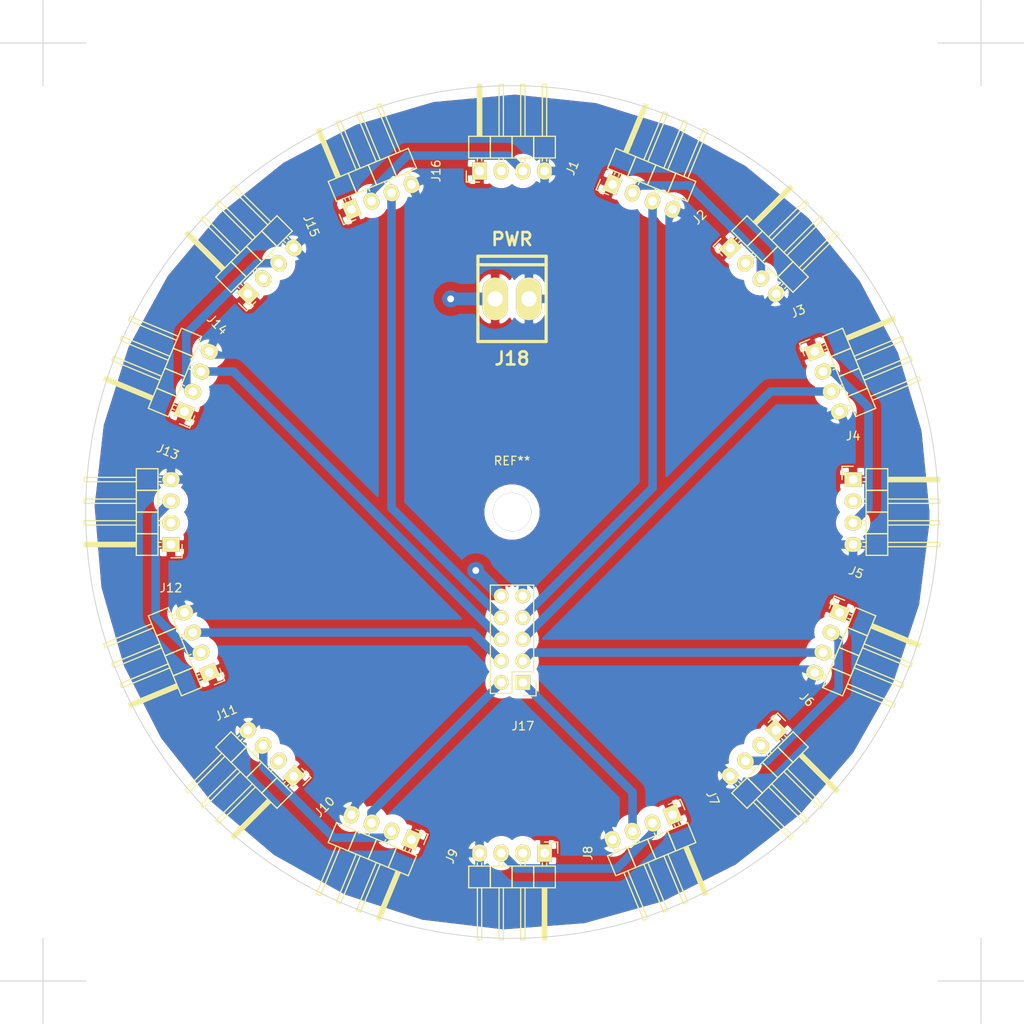
<source format=kicad_pcb>
(kicad_pcb (version 4) (host pcbnew "(2015-06-10 BZR 5730, Git 63c978d)-product")

  (general
    (links 50)
    (no_connects 0)
    (area 39.949999 39.949999 160.050001 160.050001)
    (thickness 1.6)
    (drawings 9)
    (tracks 58)
    (zones 0)
    (modules 19)
    (nets 27)
  )

  (page A4)
  (layers
    (0 F.Cu signal)
    (31 B.Cu signal)
    (32 B.Adhes user)
    (33 F.Adhes user)
    (34 B.Paste user)
    (35 F.Paste user)
    (36 B.SilkS user)
    (37 F.SilkS user)
    (38 B.Mask user)
    (39 F.Mask user)
    (40 Dwgs.User user)
    (41 Cmts.User user)
    (42 Eco1.User user)
    (43 Eco2.User user)
    (44 Edge.Cuts user)
    (45 Margin user)
    (46 B.CrtYd user)
    (47 F.CrtYd user)
    (48 B.Fab user)
    (49 F.Fab user)
  )

  (setup
    (last_trace_width 0.25)
    (user_trace_width 0.5)
    (user_trace_width 1)
    (user_trace_width 1.5)
    (trace_clearance 0.2)
    (zone_clearance 1)
    (zone_45_only no)
    (trace_min 0.2)
    (segment_width 0.2)
    (edge_width 0.1)
    (via_size 0.6)
    (via_drill 0.4)
    (via_min_size 0.4)
    (via_min_drill 0.3)
    (user_via 2 0.8)
    (uvia_size 0.3)
    (uvia_drill 0.1)
    (uvias_allowed no)
    (uvia_min_size 0.2)
    (uvia_min_drill 0.1)
    (pcb_text_width 0.3)
    (pcb_text_size 1.5 1.5)
    (mod_edge_width 0.15)
    (mod_text_size 1 1)
    (mod_text_width 0.15)
    (pad_size 1.5 1.5)
    (pad_drill 0.6)
    (pad_to_mask_clearance 0)
    (aux_axis_origin 0 0)
    (visible_elements 7FFFFFFF)
    (pcbplotparams
      (layerselection 0x00030_80000001)
      (usegerberextensions false)
      (excludeedgelayer true)
      (linewidth 0.100000)
      (plotframeref false)
      (viasonmask false)
      (mode 1)
      (useauxorigin false)
      (hpglpennumber 1)
      (hpglpenspeed 20)
      (hpglpendiameter 15)
      (hpglpenoverlay 2)
      (psnegative false)
      (psa4output false)
      (plotreference true)
      (plotvalue true)
      (plotinvisibletext false)
      (padsonsilk false)
      (subtractmaskfromsilk false)
      (outputformat 1)
      (mirror false)
      (drillshape 1)
      (scaleselection 1)
      (outputdirectory ""))
  )

  (net 0 "")
  (net 1 GND)
  (net 2 "Net-(J1-Pad2)")
  (net 3 "Net-(J1-Pad3)")
  (net 4 +5V)
  (net 5 "Net-(J2-Pad2)")
  (net 6 "Net-(J3-Pad2)")
  (net 7 "Net-(J17-Pad5)")
  (net 8 "Net-(J4-Pad2)")
  (net 9 "Net-(J5-Pad2)")
  (net 10 "Net-(J17-Pad3)")
  (net 11 "Net-(J6-Pad2)")
  (net 12 "Net-(J7-Pad2)")
  (net 13 "Net-(J17-Pad1)")
  (net 14 "Net-(J8-Pad2)")
  (net 15 "Net-(J10-Pad3)")
  (net 16 "Net-(J17-Pad2)")
  (net 17 "Net-(J10-Pad2)")
  (net 18 "Net-(J11-Pad2)")
  (net 19 "Net-(J11-Pad3)")
  (net 20 "Net-(J12-Pad2)")
  (net 21 "Net-(J13-Pad2)")
  (net 22 "Net-(J13-Pad3)")
  (net 23 "Net-(J14-Pad2)")
  (net 24 "Net-(J15-Pad2)")
  (net 25 "Net-(J15-Pad3)")
  (net 26 "Net-(J16-Pad2)")

  (net_class Default "This is the default net class."
    (clearance 0.2)
    (trace_width 0.25)
    (via_dia 0.6)
    (via_drill 0.4)
    (uvia_dia 0.3)
    (uvia_drill 0.1)
    (add_net +5V)
    (add_net GND)
    (add_net "Net-(J1-Pad2)")
    (add_net "Net-(J1-Pad3)")
    (add_net "Net-(J10-Pad2)")
    (add_net "Net-(J10-Pad3)")
    (add_net "Net-(J11-Pad2)")
    (add_net "Net-(J11-Pad3)")
    (add_net "Net-(J12-Pad2)")
    (add_net "Net-(J13-Pad2)")
    (add_net "Net-(J13-Pad3)")
    (add_net "Net-(J14-Pad2)")
    (add_net "Net-(J15-Pad2)")
    (add_net "Net-(J15-Pad3)")
    (add_net "Net-(J16-Pad2)")
    (add_net "Net-(J17-Pad1)")
    (add_net "Net-(J17-Pad2)")
    (add_net "Net-(J17-Pad3)")
    (add_net "Net-(J17-Pad5)")
    (add_net "Net-(J2-Pad2)")
    (add_net "Net-(J3-Pad2)")
    (add_net "Net-(J4-Pad2)")
    (add_net "Net-(J5-Pad2)")
    (add_net "Net-(J6-Pad2)")
    (add_net "Net-(J7-Pad2)")
    (add_net "Net-(J8-Pad2)")
  )

  (module suf_connector_ncw:CONN_NCW396-02S (layer F.Cu) (tedit 50E129C6) (tstamp 5578491B)
    (at 100 75 180)
    (path /55774D3C)
    (fp_text reference J18 (at 0 -7.00024 180) (layer F.SilkS)
      (effects (font (thickness 0.3048)))
    )
    (fp_text value PWR (at 0 7.00024 180) (layer F.SilkS)
      (effects (font (thickness 0.3048)))
    )
    (fp_line (start -4.0005 4.0005) (end 4.0005 4.0005) (layer F.SilkS) (width 0.381))
    (fp_line (start -4.0005 5.00126) (end -4.0005 -5.00126) (layer F.SilkS) (width 0.381))
    (fp_line (start -4.0005 -5.00126) (end 4.0005 -5.00126) (layer F.SilkS) (width 0.381))
    (fp_line (start 4.0005 -5.00126) (end 4.0005 5.00126) (layer F.SilkS) (width 0.381))
    (fp_line (start 4.0005 5.00126) (end -4.0005 5.00126) (layer F.SilkS) (width 0.381))
    (pad 1 thru_hole oval (at -1.9812 0 180) (size 2.99974 5.00126) (drill 1.80086) (layers *.Cu *.Mask F.SilkS)
      (net 4 +5V))
    (pad 2 thru_hole oval (at 1.9812 0 180) (size 2.99974 5.00126) (drill 1.80086) (layers *.Cu *.Mask F.SilkS)
      (net 1 GND))
  )

  (module Pin_Headers:Pin_Header_Straight_2x05 (layer F.Cu) (tedit 0) (tstamp 557ABD33)
    (at 101.27 120 180)
    (descr "Through hole pin header")
    (tags "pin header")
    (path /55774C06)
    (fp_text reference J17 (at 0 -5.1 180) (layer F.SilkS)
      (effects (font (size 1 1) (thickness 0.15)))
    )
    (fp_text value MCU (at 0 -3.1 180) (layer F.Fab)
      (effects (font (size 1 1) (thickness 0.15)))
    )
    (fp_line (start -1.75 -1.75) (end -1.75 11.95) (layer F.CrtYd) (width 0.05))
    (fp_line (start 4.3 -1.75) (end 4.3 11.95) (layer F.CrtYd) (width 0.05))
    (fp_line (start -1.75 -1.75) (end 4.3 -1.75) (layer F.CrtYd) (width 0.05))
    (fp_line (start -1.75 11.95) (end 4.3 11.95) (layer F.CrtYd) (width 0.05))
    (fp_line (start 3.81 -1.27) (end 3.81 11.43) (layer F.SilkS) (width 0.15))
    (fp_line (start 3.81 11.43) (end -1.27 11.43) (layer F.SilkS) (width 0.15))
    (fp_line (start -1.27 11.43) (end -1.27 1.27) (layer F.SilkS) (width 0.15))
    (fp_line (start 3.81 -1.27) (end 1.27 -1.27) (layer F.SilkS) (width 0.15))
    (fp_line (start 0 -1.55) (end -1.55 -1.55) (layer F.SilkS) (width 0.15))
    (fp_line (start 1.27 -1.27) (end 1.27 1.27) (layer F.SilkS) (width 0.15))
    (fp_line (start 1.27 1.27) (end -1.27 1.27) (layer F.SilkS) (width 0.15))
    (fp_line (start -1.55 -1.55) (end -1.55 0) (layer F.SilkS) (width 0.15))
    (pad 1 thru_hole rect (at 0 0 180) (size 1.7272 1.7272) (drill 1.016) (layers *.Cu *.Mask F.SilkS)
      (net 13 "Net-(J17-Pad1)"))
    (pad 2 thru_hole oval (at 2.54 0 180) (size 1.7272 1.7272) (drill 1.016) (layers *.Cu *.Mask F.SilkS)
      (net 16 "Net-(J17-Pad2)"))
    (pad 3 thru_hole oval (at 0 2.54 180) (size 1.7272 1.7272) (drill 1.016) (layers *.Cu *.Mask F.SilkS)
      (net 10 "Net-(J17-Pad3)"))
    (pad 4 thru_hole oval (at 2.54 2.54 180) (size 1.7272 1.7272) (drill 1.016) (layers *.Cu *.Mask F.SilkS)
      (net 19 "Net-(J11-Pad3)"))
    (pad 5 thru_hole oval (at 0 5.08 180) (size 1.7272 1.7272) (drill 1.016) (layers *.Cu *.Mask F.SilkS)
      (net 7 "Net-(J17-Pad5)"))
    (pad 6 thru_hole oval (at 2.54 5.08 180) (size 1.7272 1.7272) (drill 1.016) (layers *.Cu *.Mask F.SilkS)
      (net 22 "Net-(J13-Pad3)"))
    (pad 7 thru_hole oval (at 0 7.62 180) (size 1.7272 1.7272) (drill 1.016) (layers *.Cu *.Mask F.SilkS)
      (net 3 "Net-(J1-Pad3)"))
    (pad 8 thru_hole oval (at 2.54 7.62 180) (size 1.7272 1.7272) (drill 1.016) (layers *.Cu *.Mask F.SilkS)
      (net 25 "Net-(J15-Pad3)"))
    (pad 9 thru_hole oval (at 0 10.16 180) (size 1.7272 1.7272) (drill 1.016) (layers *.Cu *.Mask F.SilkS)
      (net 4 +5V))
    (pad 10 thru_hole oval (at 2.54 10.16 180) (size 1.7272 1.7272) (drill 1.016) (layers *.Cu *.Mask F.SilkS)
      (net 1 GND))
    (model Pin_Headers.3dshapes/Pin_Header_Straight_2x05.wrl
      (at (xyz 0.05 -0.2 0))
      (scale (xyz 1 1 1))
      (rotate (xyz 0 0 90))
    )
  )

  (module suf_connector_misc:Pin_Header_Angled_1x04 (layer F.Cu) (tedit 0) (tstamp 557AC407)
    (at 115.307337 63.044819 67.5)
    (descr "Through hole pin header")
    (tags "pin header")
    (path /5577449E)
    (fp_text reference J1 (at 0 -8.91 67.5) (layer F.SilkS)
      (effects (font (size 1 1) (thickness 0.15)))
    )
    (fp_text value LED (at 0 -6.91 67.5) (layer F.Fab)
      (effects (font (size 1 1) (thickness 0.15)))
    )
    (fp_line (start -1.5 -5.56) (end -1.5 5.59) (layer F.CrtYd) (width 0.05))
    (fp_line (start 10.65 -5.56) (end 10.65 5.59) (layer F.CrtYd) (width 0.05))
    (fp_line (start -1.5 -5.56) (end 10.65 -5.56) (layer F.CrtYd) (width 0.05))
    (fp_line (start -1.5 5.59) (end 10.65 5.59) (layer F.CrtYd) (width 0.05))
    (fp_line (start -1.3 -5.36) (end -1.3 -3.81) (layer F.SilkS) (width 0.15))
    (fp_line (start 0 -5.36) (end -1.3 -5.36) (layer F.SilkS) (width 0.15))
    (fp_line (start 4.191 -3.937) (end 10.033 -3.937) (layer F.SilkS) (width 0.15))
    (fp_line (start 10.033 -3.937) (end 10.033 -3.683) (layer F.SilkS) (width 0.15))
    (fp_line (start 10.033 -3.683) (end 4.191 -3.683) (layer F.SilkS) (width 0.15))
    (fp_line (start 4.191 -3.683) (end 4.191 -3.81) (layer F.SilkS) (width 0.15))
    (fp_line (start 4.191 -3.81) (end 10.033 -3.81) (layer F.SilkS) (width 0.15))
    (fp_line (start 1.524 -4.064) (end 1.143 -4.064) (layer F.SilkS) (width 0.15))
    (fp_line (start 1.524 -3.556) (end 1.143 -3.556) (layer F.SilkS) (width 0.15))
    (fp_line (start 1.524 -1.524) (end 1.143 -1.524) (layer F.SilkS) (width 0.15))
    (fp_line (start 1.524 -1.016) (end 1.143 -1.016) (layer F.SilkS) (width 0.15))
    (fp_line (start 1.524 1.016) (end 1.143 1.016) (layer F.SilkS) (width 0.15))
    (fp_line (start 1.524 1.524) (end 1.143 1.524) (layer F.SilkS) (width 0.15))
    (fp_line (start 1.524 4.064) (end 1.143 4.064) (layer F.SilkS) (width 0.15))
    (fp_line (start 1.524 3.556) (end 1.143 3.556) (layer F.SilkS) (width 0.15))
    (fp_line (start 1.524 -5.08) (end 4.064 -5.08) (layer F.SilkS) (width 0.15))
    (fp_line (start 1.524 -2.54) (end 4.064 -2.54) (layer F.SilkS) (width 0.15))
    (fp_line (start 1.524 -2.54) (end 1.524 0) (layer F.SilkS) (width 0.15))
    (fp_line (start 1.524 0) (end 4.064 0) (layer F.SilkS) (width 0.15))
    (fp_line (start 4.064 -1.524) (end 10.16 -1.524) (layer F.SilkS) (width 0.15))
    (fp_line (start 10.16 -1.524) (end 10.16 -1.016) (layer F.SilkS) (width 0.15))
    (fp_line (start 10.16 -1.016) (end 4.064 -1.016) (layer F.SilkS) (width 0.15))
    (fp_line (start 4.064 0) (end 4.064 -2.54) (layer F.SilkS) (width 0.15))
    (fp_line (start 4.064 -2.54) (end 4.064 -5.08) (layer F.SilkS) (width 0.15))
    (fp_line (start 10.16 -3.556) (end 4.064 -3.556) (layer F.SilkS) (width 0.15))
    (fp_line (start 10.16 -4.064) (end 10.16 -3.556) (layer F.SilkS) (width 0.15))
    (fp_line (start 4.064 -4.064) (end 10.16 -4.064) (layer F.SilkS) (width 0.15))
    (fp_line (start 1.524 -2.54) (end 4.064 -2.54) (layer F.SilkS) (width 0.15))
    (fp_line (start 1.524 -5.08) (end 1.524 -2.54) (layer F.SilkS) (width 0.15))
    (fp_line (start 1.524 2.54) (end 4.064 2.54) (layer F.SilkS) (width 0.15))
    (fp_line (start 1.524 2.54) (end 1.524 5.08) (layer F.SilkS) (width 0.15))
    (fp_line (start 1.524 5.08) (end 4.064 5.08) (layer F.SilkS) (width 0.15))
    (fp_line (start 4.064 3.556) (end 10.16 3.556) (layer F.SilkS) (width 0.15))
    (fp_line (start 10.16 3.556) (end 10.16 4.064) (layer F.SilkS) (width 0.15))
    (fp_line (start 10.16 4.064) (end 4.064 4.064) (layer F.SilkS) (width 0.15))
    (fp_line (start 4.064 5.08) (end 4.064 2.54) (layer F.SilkS) (width 0.15))
    (fp_line (start 4.064 2.54) (end 4.064 0) (layer F.SilkS) (width 0.15))
    (fp_line (start 10.16 1.524) (end 4.064 1.524) (layer F.SilkS) (width 0.15))
    (fp_line (start 10.16 1.016) (end 10.16 1.524) (layer F.SilkS) (width 0.15))
    (fp_line (start 4.064 1.016) (end 10.16 1.016) (layer F.SilkS) (width 0.15))
    (fp_line (start 1.524 2.54) (end 4.064 2.54) (layer F.SilkS) (width 0.15))
    (fp_line (start 1.524 0) (end 1.524 2.54) (layer F.SilkS) (width 0.15))
    (fp_line (start 1.524 0) (end 4.064 0) (layer F.SilkS) (width 0.15))
    (pad 1 thru_hole rect (at 0 -3.81 67.5) (size 2.032 1.7272) (drill 1.016) (layers *.Cu *.Mask F.SilkS)
      (net 1 GND))
    (pad 2 thru_hole oval (at 0 -1.27 67.5) (size 2.032 1.7272) (drill 1.016) (layers *.Cu *.Mask F.SilkS)
      (net 2 "Net-(J1-Pad2)"))
    (pad 3 thru_hole oval (at 0 1.27 67.5) (size 2.032 1.7272) (drill 1.016) (layers *.Cu *.Mask F.SilkS)
      (net 3 "Net-(J1-Pad3)"))
    (pad 4 thru_hole oval (at 0 3.81 67.5) (size 2.032 1.7272) (drill 1.016) (layers *.Cu *.Mask F.SilkS)
      (net 4 +5V))
    (model Pin_Headers.3dshapes/Pin_Header_Angled_1x04.wrl
      (at (xyz 0 -0.15 0))
      (scale (xyz 1 1 1))
      (rotate (xyz 0 0 90))
    )
  )

  (module suf_connector_misc:Pin_Header_Angled_1x04 (layer F.Cu) (tedit 0) (tstamp 557AC43D)
    (at 128.284271 71.715729 45)
    (descr "Through hole pin header")
    (tags "pin header")
    (path /5577467E)
    (fp_text reference J2 (at 0 -8.91 45) (layer F.SilkS)
      (effects (font (size 1 1) (thickness 0.15)))
    )
    (fp_text value LED (at 0 -6.91 45) (layer F.Fab)
      (effects (font (size 1 1) (thickness 0.15)))
    )
    (fp_line (start -1.5 -5.56) (end -1.5 5.59) (layer F.CrtYd) (width 0.05))
    (fp_line (start 10.65 -5.56) (end 10.65 5.59) (layer F.CrtYd) (width 0.05))
    (fp_line (start -1.5 -5.56) (end 10.65 -5.56) (layer F.CrtYd) (width 0.05))
    (fp_line (start -1.5 5.59) (end 10.65 5.59) (layer F.CrtYd) (width 0.05))
    (fp_line (start -1.3 -5.36) (end -1.3 -3.81) (layer F.SilkS) (width 0.15))
    (fp_line (start 0 -5.36) (end -1.3 -5.36) (layer F.SilkS) (width 0.15))
    (fp_line (start 4.191 -3.937) (end 10.033 -3.937) (layer F.SilkS) (width 0.15))
    (fp_line (start 10.033 -3.937) (end 10.033 -3.683) (layer F.SilkS) (width 0.15))
    (fp_line (start 10.033 -3.683) (end 4.191 -3.683) (layer F.SilkS) (width 0.15))
    (fp_line (start 4.191 -3.683) (end 4.191 -3.81) (layer F.SilkS) (width 0.15))
    (fp_line (start 4.191 -3.81) (end 10.033 -3.81) (layer F.SilkS) (width 0.15))
    (fp_line (start 1.524 -4.064) (end 1.143 -4.064) (layer F.SilkS) (width 0.15))
    (fp_line (start 1.524 -3.556) (end 1.143 -3.556) (layer F.SilkS) (width 0.15))
    (fp_line (start 1.524 -1.524) (end 1.143 -1.524) (layer F.SilkS) (width 0.15))
    (fp_line (start 1.524 -1.016) (end 1.143 -1.016) (layer F.SilkS) (width 0.15))
    (fp_line (start 1.524 1.016) (end 1.143 1.016) (layer F.SilkS) (width 0.15))
    (fp_line (start 1.524 1.524) (end 1.143 1.524) (layer F.SilkS) (width 0.15))
    (fp_line (start 1.524 4.064) (end 1.143 4.064) (layer F.SilkS) (width 0.15))
    (fp_line (start 1.524 3.556) (end 1.143 3.556) (layer F.SilkS) (width 0.15))
    (fp_line (start 1.524 -5.08) (end 4.064 -5.08) (layer F.SilkS) (width 0.15))
    (fp_line (start 1.524 -2.54) (end 4.064 -2.54) (layer F.SilkS) (width 0.15))
    (fp_line (start 1.524 -2.54) (end 1.524 0) (layer F.SilkS) (width 0.15))
    (fp_line (start 1.524 0) (end 4.064 0) (layer F.SilkS) (width 0.15))
    (fp_line (start 4.064 -1.524) (end 10.16 -1.524) (layer F.SilkS) (width 0.15))
    (fp_line (start 10.16 -1.524) (end 10.16 -1.016) (layer F.SilkS) (width 0.15))
    (fp_line (start 10.16 -1.016) (end 4.064 -1.016) (layer F.SilkS) (width 0.15))
    (fp_line (start 4.064 0) (end 4.064 -2.54) (layer F.SilkS) (width 0.15))
    (fp_line (start 4.064 -2.54) (end 4.064 -5.08) (layer F.SilkS) (width 0.15))
    (fp_line (start 10.16 -3.556) (end 4.064 -3.556) (layer F.SilkS) (width 0.15))
    (fp_line (start 10.16 -4.064) (end 10.16 -3.556) (layer F.SilkS) (width 0.15))
    (fp_line (start 4.064 -4.064) (end 10.16 -4.064) (layer F.SilkS) (width 0.15))
    (fp_line (start 1.524 -2.54) (end 4.064 -2.54) (layer F.SilkS) (width 0.15))
    (fp_line (start 1.524 -5.08) (end 1.524 -2.54) (layer F.SilkS) (width 0.15))
    (fp_line (start 1.524 2.54) (end 4.064 2.54) (layer F.SilkS) (width 0.15))
    (fp_line (start 1.524 2.54) (end 1.524 5.08) (layer F.SilkS) (width 0.15))
    (fp_line (start 1.524 5.08) (end 4.064 5.08) (layer F.SilkS) (width 0.15))
    (fp_line (start 4.064 3.556) (end 10.16 3.556) (layer F.SilkS) (width 0.15))
    (fp_line (start 10.16 3.556) (end 10.16 4.064) (layer F.SilkS) (width 0.15))
    (fp_line (start 10.16 4.064) (end 4.064 4.064) (layer F.SilkS) (width 0.15))
    (fp_line (start 4.064 5.08) (end 4.064 2.54) (layer F.SilkS) (width 0.15))
    (fp_line (start 4.064 2.54) (end 4.064 0) (layer F.SilkS) (width 0.15))
    (fp_line (start 10.16 1.524) (end 4.064 1.524) (layer F.SilkS) (width 0.15))
    (fp_line (start 10.16 1.016) (end 10.16 1.524) (layer F.SilkS) (width 0.15))
    (fp_line (start 4.064 1.016) (end 10.16 1.016) (layer F.SilkS) (width 0.15))
    (fp_line (start 1.524 2.54) (end 4.064 2.54) (layer F.SilkS) (width 0.15))
    (fp_line (start 1.524 0) (end 1.524 2.54) (layer F.SilkS) (width 0.15))
    (fp_line (start 1.524 0) (end 4.064 0) (layer F.SilkS) (width 0.15))
    (pad 1 thru_hole rect (at 0 -3.81 45) (size 2.032 1.7272) (drill 1.016) (layers *.Cu *.Mask F.SilkS)
      (net 1 GND))
    (pad 2 thru_hole oval (at 0 -1.27 45) (size 2.032 1.7272) (drill 1.016) (layers *.Cu *.Mask F.SilkS)
      (net 5 "Net-(J2-Pad2)"))
    (pad 3 thru_hole oval (at 0 1.27 45) (size 2.032 1.7272) (drill 1.016) (layers *.Cu *.Mask F.SilkS)
      (net 2 "Net-(J1-Pad2)"))
    (pad 4 thru_hole oval (at 0 3.81 45) (size 2.032 1.7272) (drill 1.016) (layers *.Cu *.Mask F.SilkS)
      (net 4 +5V))
    (model Pin_Headers.3dshapes/Pin_Header_Angled_1x04.wrl
      (at (xyz 0 -0.15 0))
      (scale (xyz 1 1 1))
      (rotate (xyz 0 0 90))
    )
  )

  (module suf_connector_misc:Pin_Header_Angled_1x04 (layer F.Cu) (tedit 0) (tstamp 557AC473)
    (at 136.955181 84.692663 22.5)
    (descr "Through hole pin header")
    (tags "pin header")
    (path /5577476F)
    (fp_text reference J3 (at 0 -8.91 22.5) (layer F.SilkS)
      (effects (font (size 1 1) (thickness 0.15)))
    )
    (fp_text value LED (at 0 -6.91 22.5) (layer F.Fab)
      (effects (font (size 1 1) (thickness 0.15)))
    )
    (fp_line (start -1.5 -5.56) (end -1.5 5.59) (layer F.CrtYd) (width 0.05))
    (fp_line (start 10.65 -5.56) (end 10.65 5.59) (layer F.CrtYd) (width 0.05))
    (fp_line (start -1.5 -5.56) (end 10.65 -5.56) (layer F.CrtYd) (width 0.05))
    (fp_line (start -1.5 5.59) (end 10.65 5.59) (layer F.CrtYd) (width 0.05))
    (fp_line (start -1.3 -5.36) (end -1.3 -3.81) (layer F.SilkS) (width 0.15))
    (fp_line (start 0 -5.36) (end -1.3 -5.36) (layer F.SilkS) (width 0.15))
    (fp_line (start 4.191 -3.937) (end 10.033 -3.937) (layer F.SilkS) (width 0.15))
    (fp_line (start 10.033 -3.937) (end 10.033 -3.683) (layer F.SilkS) (width 0.15))
    (fp_line (start 10.033 -3.683) (end 4.191 -3.683) (layer F.SilkS) (width 0.15))
    (fp_line (start 4.191 -3.683) (end 4.191 -3.81) (layer F.SilkS) (width 0.15))
    (fp_line (start 4.191 -3.81) (end 10.033 -3.81) (layer F.SilkS) (width 0.15))
    (fp_line (start 1.524 -4.064) (end 1.143 -4.064) (layer F.SilkS) (width 0.15))
    (fp_line (start 1.524 -3.556) (end 1.143 -3.556) (layer F.SilkS) (width 0.15))
    (fp_line (start 1.524 -1.524) (end 1.143 -1.524) (layer F.SilkS) (width 0.15))
    (fp_line (start 1.524 -1.016) (end 1.143 -1.016) (layer F.SilkS) (width 0.15))
    (fp_line (start 1.524 1.016) (end 1.143 1.016) (layer F.SilkS) (width 0.15))
    (fp_line (start 1.524 1.524) (end 1.143 1.524) (layer F.SilkS) (width 0.15))
    (fp_line (start 1.524 4.064) (end 1.143 4.064) (layer F.SilkS) (width 0.15))
    (fp_line (start 1.524 3.556) (end 1.143 3.556) (layer F.SilkS) (width 0.15))
    (fp_line (start 1.524 -5.08) (end 4.064 -5.08) (layer F.SilkS) (width 0.15))
    (fp_line (start 1.524 -2.54) (end 4.064 -2.54) (layer F.SilkS) (width 0.15))
    (fp_line (start 1.524 -2.54) (end 1.524 0) (layer F.SilkS) (width 0.15))
    (fp_line (start 1.524 0) (end 4.064 0) (layer F.SilkS) (width 0.15))
    (fp_line (start 4.064 -1.524) (end 10.16 -1.524) (layer F.SilkS) (width 0.15))
    (fp_line (start 10.16 -1.524) (end 10.16 -1.016) (layer F.SilkS) (width 0.15))
    (fp_line (start 10.16 -1.016) (end 4.064 -1.016) (layer F.SilkS) (width 0.15))
    (fp_line (start 4.064 0) (end 4.064 -2.54) (layer F.SilkS) (width 0.15))
    (fp_line (start 4.064 -2.54) (end 4.064 -5.08) (layer F.SilkS) (width 0.15))
    (fp_line (start 10.16 -3.556) (end 4.064 -3.556) (layer F.SilkS) (width 0.15))
    (fp_line (start 10.16 -4.064) (end 10.16 -3.556) (layer F.SilkS) (width 0.15))
    (fp_line (start 4.064 -4.064) (end 10.16 -4.064) (layer F.SilkS) (width 0.15))
    (fp_line (start 1.524 -2.54) (end 4.064 -2.54) (layer F.SilkS) (width 0.15))
    (fp_line (start 1.524 -5.08) (end 1.524 -2.54) (layer F.SilkS) (width 0.15))
    (fp_line (start 1.524 2.54) (end 4.064 2.54) (layer F.SilkS) (width 0.15))
    (fp_line (start 1.524 2.54) (end 1.524 5.08) (layer F.SilkS) (width 0.15))
    (fp_line (start 1.524 5.08) (end 4.064 5.08) (layer F.SilkS) (width 0.15))
    (fp_line (start 4.064 3.556) (end 10.16 3.556) (layer F.SilkS) (width 0.15))
    (fp_line (start 10.16 3.556) (end 10.16 4.064) (layer F.SilkS) (width 0.15))
    (fp_line (start 10.16 4.064) (end 4.064 4.064) (layer F.SilkS) (width 0.15))
    (fp_line (start 4.064 5.08) (end 4.064 2.54) (layer F.SilkS) (width 0.15))
    (fp_line (start 4.064 2.54) (end 4.064 0) (layer F.SilkS) (width 0.15))
    (fp_line (start 10.16 1.524) (end 4.064 1.524) (layer F.SilkS) (width 0.15))
    (fp_line (start 10.16 1.016) (end 10.16 1.524) (layer F.SilkS) (width 0.15))
    (fp_line (start 4.064 1.016) (end 10.16 1.016) (layer F.SilkS) (width 0.15))
    (fp_line (start 1.524 2.54) (end 4.064 2.54) (layer F.SilkS) (width 0.15))
    (fp_line (start 1.524 0) (end 1.524 2.54) (layer F.SilkS) (width 0.15))
    (fp_line (start 1.524 0) (end 4.064 0) (layer F.SilkS) (width 0.15))
    (pad 1 thru_hole rect (at 0 -3.81 22.5) (size 2.032 1.7272) (drill 1.016) (layers *.Cu *.Mask F.SilkS)
      (net 1 GND))
    (pad 2 thru_hole oval (at 0 -1.27 22.5) (size 2.032 1.7272) (drill 1.016) (layers *.Cu *.Mask F.SilkS)
      (net 6 "Net-(J3-Pad2)"))
    (pad 3 thru_hole oval (at 0 1.27 22.5) (size 2.032 1.7272) (drill 1.016) (layers *.Cu *.Mask F.SilkS)
      (net 7 "Net-(J17-Pad5)"))
    (pad 4 thru_hole oval (at 0 3.81 22.5) (size 2.032 1.7272) (drill 1.016) (layers *.Cu *.Mask F.SilkS)
      (net 4 +5V))
    (model Pin_Headers.3dshapes/Pin_Header_Angled_1x04.wrl
      (at (xyz 0 -0.15 0))
      (scale (xyz 1 1 1))
      (rotate (xyz 0 0 90))
    )
  )

  (module suf_connector_misc:Pin_Header_Angled_1x04 (layer F.Cu) (tedit 0) (tstamp 557AC4A9)
    (at 140 100)
    (descr "Through hole pin header")
    (tags "pin header")
    (path /55774775)
    (fp_text reference J4 (at 0 -8.91) (layer F.SilkS)
      (effects (font (size 1 1) (thickness 0.15)))
    )
    (fp_text value LED (at 0 -6.91) (layer F.Fab)
      (effects (font (size 1 1) (thickness 0.15)))
    )
    (fp_line (start -1.5 -5.56) (end -1.5 5.59) (layer F.CrtYd) (width 0.05))
    (fp_line (start 10.65 -5.56) (end 10.65 5.59) (layer F.CrtYd) (width 0.05))
    (fp_line (start -1.5 -5.56) (end 10.65 -5.56) (layer F.CrtYd) (width 0.05))
    (fp_line (start -1.5 5.59) (end 10.65 5.59) (layer F.CrtYd) (width 0.05))
    (fp_line (start -1.3 -5.36) (end -1.3 -3.81) (layer F.SilkS) (width 0.15))
    (fp_line (start 0 -5.36) (end -1.3 -5.36) (layer F.SilkS) (width 0.15))
    (fp_line (start 4.191 -3.937) (end 10.033 -3.937) (layer F.SilkS) (width 0.15))
    (fp_line (start 10.033 -3.937) (end 10.033 -3.683) (layer F.SilkS) (width 0.15))
    (fp_line (start 10.033 -3.683) (end 4.191 -3.683) (layer F.SilkS) (width 0.15))
    (fp_line (start 4.191 -3.683) (end 4.191 -3.81) (layer F.SilkS) (width 0.15))
    (fp_line (start 4.191 -3.81) (end 10.033 -3.81) (layer F.SilkS) (width 0.15))
    (fp_line (start 1.524 -4.064) (end 1.143 -4.064) (layer F.SilkS) (width 0.15))
    (fp_line (start 1.524 -3.556) (end 1.143 -3.556) (layer F.SilkS) (width 0.15))
    (fp_line (start 1.524 -1.524) (end 1.143 -1.524) (layer F.SilkS) (width 0.15))
    (fp_line (start 1.524 -1.016) (end 1.143 -1.016) (layer F.SilkS) (width 0.15))
    (fp_line (start 1.524 1.016) (end 1.143 1.016) (layer F.SilkS) (width 0.15))
    (fp_line (start 1.524 1.524) (end 1.143 1.524) (layer F.SilkS) (width 0.15))
    (fp_line (start 1.524 4.064) (end 1.143 4.064) (layer F.SilkS) (width 0.15))
    (fp_line (start 1.524 3.556) (end 1.143 3.556) (layer F.SilkS) (width 0.15))
    (fp_line (start 1.524 -5.08) (end 4.064 -5.08) (layer F.SilkS) (width 0.15))
    (fp_line (start 1.524 -2.54) (end 4.064 -2.54) (layer F.SilkS) (width 0.15))
    (fp_line (start 1.524 -2.54) (end 1.524 0) (layer F.SilkS) (width 0.15))
    (fp_line (start 1.524 0) (end 4.064 0) (layer F.SilkS) (width 0.15))
    (fp_line (start 4.064 -1.524) (end 10.16 -1.524) (layer F.SilkS) (width 0.15))
    (fp_line (start 10.16 -1.524) (end 10.16 -1.016) (layer F.SilkS) (width 0.15))
    (fp_line (start 10.16 -1.016) (end 4.064 -1.016) (layer F.SilkS) (width 0.15))
    (fp_line (start 4.064 0) (end 4.064 -2.54) (layer F.SilkS) (width 0.15))
    (fp_line (start 4.064 -2.54) (end 4.064 -5.08) (layer F.SilkS) (width 0.15))
    (fp_line (start 10.16 -3.556) (end 4.064 -3.556) (layer F.SilkS) (width 0.15))
    (fp_line (start 10.16 -4.064) (end 10.16 -3.556) (layer F.SilkS) (width 0.15))
    (fp_line (start 4.064 -4.064) (end 10.16 -4.064) (layer F.SilkS) (width 0.15))
    (fp_line (start 1.524 -2.54) (end 4.064 -2.54) (layer F.SilkS) (width 0.15))
    (fp_line (start 1.524 -5.08) (end 1.524 -2.54) (layer F.SilkS) (width 0.15))
    (fp_line (start 1.524 2.54) (end 4.064 2.54) (layer F.SilkS) (width 0.15))
    (fp_line (start 1.524 2.54) (end 1.524 5.08) (layer F.SilkS) (width 0.15))
    (fp_line (start 1.524 5.08) (end 4.064 5.08) (layer F.SilkS) (width 0.15))
    (fp_line (start 4.064 3.556) (end 10.16 3.556) (layer F.SilkS) (width 0.15))
    (fp_line (start 10.16 3.556) (end 10.16 4.064) (layer F.SilkS) (width 0.15))
    (fp_line (start 10.16 4.064) (end 4.064 4.064) (layer F.SilkS) (width 0.15))
    (fp_line (start 4.064 5.08) (end 4.064 2.54) (layer F.SilkS) (width 0.15))
    (fp_line (start 4.064 2.54) (end 4.064 0) (layer F.SilkS) (width 0.15))
    (fp_line (start 10.16 1.524) (end 4.064 1.524) (layer F.SilkS) (width 0.15))
    (fp_line (start 10.16 1.016) (end 10.16 1.524) (layer F.SilkS) (width 0.15))
    (fp_line (start 4.064 1.016) (end 10.16 1.016) (layer F.SilkS) (width 0.15))
    (fp_line (start 1.524 2.54) (end 4.064 2.54) (layer F.SilkS) (width 0.15))
    (fp_line (start 1.524 0) (end 1.524 2.54) (layer F.SilkS) (width 0.15))
    (fp_line (start 1.524 0) (end 4.064 0) (layer F.SilkS) (width 0.15))
    (pad 1 thru_hole rect (at 0 -3.81) (size 2.032 1.7272) (drill 1.016) (layers *.Cu *.Mask F.SilkS)
      (net 1 GND))
    (pad 2 thru_hole oval (at 0 -1.27) (size 2.032 1.7272) (drill 1.016) (layers *.Cu *.Mask F.SilkS)
      (net 8 "Net-(J4-Pad2)"))
    (pad 3 thru_hole oval (at 0 1.27) (size 2.032 1.7272) (drill 1.016) (layers *.Cu *.Mask F.SilkS)
      (net 6 "Net-(J3-Pad2)"))
    (pad 4 thru_hole oval (at 0 3.81) (size 2.032 1.7272) (drill 1.016) (layers *.Cu *.Mask F.SilkS)
      (net 4 +5V))
    (model Pin_Headers.3dshapes/Pin_Header_Angled_1x04.wrl
      (at (xyz 0 -0.15 0))
      (scale (xyz 1 1 1))
      (rotate (xyz 0 0 90))
    )
  )

  (module suf_connector_misc:Pin_Header_Angled_1x04 (layer F.Cu) (tedit 0) (tstamp 557AC4DF)
    (at 136.955181 115.307337 337.5)
    (descr "Through hole pin header")
    (tags "pin header")
    (path /5577485A)
    (fp_text reference J5 (at 0 -8.91 337.5) (layer F.SilkS)
      (effects (font (size 1 1) (thickness 0.15)))
    )
    (fp_text value LED (at 0 -6.91 337.5) (layer F.Fab)
      (effects (font (size 1 1) (thickness 0.15)))
    )
    (fp_line (start -1.5 -5.56) (end -1.5 5.59) (layer F.CrtYd) (width 0.05))
    (fp_line (start 10.65 -5.56) (end 10.65 5.59) (layer F.CrtYd) (width 0.05))
    (fp_line (start -1.5 -5.56) (end 10.65 -5.56) (layer F.CrtYd) (width 0.05))
    (fp_line (start -1.5 5.59) (end 10.65 5.59) (layer F.CrtYd) (width 0.05))
    (fp_line (start -1.3 -5.36) (end -1.3 -3.81) (layer F.SilkS) (width 0.15))
    (fp_line (start 0 -5.36) (end -1.3 -5.36) (layer F.SilkS) (width 0.15))
    (fp_line (start 4.191 -3.937) (end 10.033 -3.937) (layer F.SilkS) (width 0.15))
    (fp_line (start 10.033 -3.937) (end 10.033 -3.683) (layer F.SilkS) (width 0.15))
    (fp_line (start 10.033 -3.683) (end 4.191 -3.683) (layer F.SilkS) (width 0.15))
    (fp_line (start 4.191 -3.683) (end 4.191 -3.81) (layer F.SilkS) (width 0.15))
    (fp_line (start 4.191 -3.81) (end 10.033 -3.81) (layer F.SilkS) (width 0.15))
    (fp_line (start 1.524 -4.064) (end 1.143 -4.064) (layer F.SilkS) (width 0.15))
    (fp_line (start 1.524 -3.556) (end 1.143 -3.556) (layer F.SilkS) (width 0.15))
    (fp_line (start 1.524 -1.524) (end 1.143 -1.524) (layer F.SilkS) (width 0.15))
    (fp_line (start 1.524 -1.016) (end 1.143 -1.016) (layer F.SilkS) (width 0.15))
    (fp_line (start 1.524 1.016) (end 1.143 1.016) (layer F.SilkS) (width 0.15))
    (fp_line (start 1.524 1.524) (end 1.143 1.524) (layer F.SilkS) (width 0.15))
    (fp_line (start 1.524 4.064) (end 1.143 4.064) (layer F.SilkS) (width 0.15))
    (fp_line (start 1.524 3.556) (end 1.143 3.556) (layer F.SilkS) (width 0.15))
    (fp_line (start 1.524 -5.08) (end 4.064 -5.08) (layer F.SilkS) (width 0.15))
    (fp_line (start 1.524 -2.54) (end 4.064 -2.54) (layer F.SilkS) (width 0.15))
    (fp_line (start 1.524 -2.54) (end 1.524 0) (layer F.SilkS) (width 0.15))
    (fp_line (start 1.524 0) (end 4.064 0) (layer F.SilkS) (width 0.15))
    (fp_line (start 4.064 -1.524) (end 10.16 -1.524) (layer F.SilkS) (width 0.15))
    (fp_line (start 10.16 -1.524) (end 10.16 -1.016) (layer F.SilkS) (width 0.15))
    (fp_line (start 10.16 -1.016) (end 4.064 -1.016) (layer F.SilkS) (width 0.15))
    (fp_line (start 4.064 0) (end 4.064 -2.54) (layer F.SilkS) (width 0.15))
    (fp_line (start 4.064 -2.54) (end 4.064 -5.08) (layer F.SilkS) (width 0.15))
    (fp_line (start 10.16 -3.556) (end 4.064 -3.556) (layer F.SilkS) (width 0.15))
    (fp_line (start 10.16 -4.064) (end 10.16 -3.556) (layer F.SilkS) (width 0.15))
    (fp_line (start 4.064 -4.064) (end 10.16 -4.064) (layer F.SilkS) (width 0.15))
    (fp_line (start 1.524 -2.54) (end 4.064 -2.54) (layer F.SilkS) (width 0.15))
    (fp_line (start 1.524 -5.08) (end 1.524 -2.54) (layer F.SilkS) (width 0.15))
    (fp_line (start 1.524 2.54) (end 4.064 2.54) (layer F.SilkS) (width 0.15))
    (fp_line (start 1.524 2.54) (end 1.524 5.08) (layer F.SilkS) (width 0.15))
    (fp_line (start 1.524 5.08) (end 4.064 5.08) (layer F.SilkS) (width 0.15))
    (fp_line (start 4.064 3.556) (end 10.16 3.556) (layer F.SilkS) (width 0.15))
    (fp_line (start 10.16 3.556) (end 10.16 4.064) (layer F.SilkS) (width 0.15))
    (fp_line (start 10.16 4.064) (end 4.064 4.064) (layer F.SilkS) (width 0.15))
    (fp_line (start 4.064 5.08) (end 4.064 2.54) (layer F.SilkS) (width 0.15))
    (fp_line (start 4.064 2.54) (end 4.064 0) (layer F.SilkS) (width 0.15))
    (fp_line (start 10.16 1.524) (end 4.064 1.524) (layer F.SilkS) (width 0.15))
    (fp_line (start 10.16 1.016) (end 10.16 1.524) (layer F.SilkS) (width 0.15))
    (fp_line (start 4.064 1.016) (end 10.16 1.016) (layer F.SilkS) (width 0.15))
    (fp_line (start 1.524 2.54) (end 4.064 2.54) (layer F.SilkS) (width 0.15))
    (fp_line (start 1.524 0) (end 1.524 2.54) (layer F.SilkS) (width 0.15))
    (fp_line (start 1.524 0) (end 4.064 0) (layer F.SilkS) (width 0.15))
    (pad 1 thru_hole rect (at 0 -3.81 337.5) (size 2.032 1.7272) (drill 1.016) (layers *.Cu *.Mask F.SilkS)
      (net 1 GND))
    (pad 2 thru_hole oval (at 0 -1.27 337.5) (size 2.032 1.7272) (drill 1.016) (layers *.Cu *.Mask F.SilkS)
      (net 9 "Net-(J5-Pad2)"))
    (pad 3 thru_hole oval (at 0 1.27 337.5) (size 2.032 1.7272) (drill 1.016) (layers *.Cu *.Mask F.SilkS)
      (net 10 "Net-(J17-Pad3)"))
    (pad 4 thru_hole oval (at 0 3.81 337.5) (size 2.032 1.7272) (drill 1.016) (layers *.Cu *.Mask F.SilkS)
      (net 4 +5V))
    (model Pin_Headers.3dshapes/Pin_Header_Angled_1x04.wrl
      (at (xyz 0 -0.15 0))
      (scale (xyz 1 1 1))
      (rotate (xyz 0 0 90))
    )
  )

  (module suf_connector_misc:Pin_Header_Angled_1x04 (layer F.Cu) (tedit 0) (tstamp 557AC515)
    (at 128.284271 128.284271 315)
    (descr "Through hole pin header")
    (tags "pin header")
    (path /55774860)
    (fp_text reference J6 (at 0 -8.91 315) (layer F.SilkS)
      (effects (font (size 1 1) (thickness 0.15)))
    )
    (fp_text value LED (at 0 -6.91 315) (layer F.Fab)
      (effects (font (size 1 1) (thickness 0.15)))
    )
    (fp_line (start -1.5 -5.56) (end -1.5 5.59) (layer F.CrtYd) (width 0.05))
    (fp_line (start 10.65 -5.56) (end 10.65 5.59) (layer F.CrtYd) (width 0.05))
    (fp_line (start -1.5 -5.56) (end 10.65 -5.56) (layer F.CrtYd) (width 0.05))
    (fp_line (start -1.5 5.59) (end 10.65 5.59) (layer F.CrtYd) (width 0.05))
    (fp_line (start -1.3 -5.36) (end -1.3 -3.81) (layer F.SilkS) (width 0.15))
    (fp_line (start 0 -5.36) (end -1.3 -5.36) (layer F.SilkS) (width 0.15))
    (fp_line (start 4.191 -3.937) (end 10.033 -3.937) (layer F.SilkS) (width 0.15))
    (fp_line (start 10.033 -3.937) (end 10.033 -3.683) (layer F.SilkS) (width 0.15))
    (fp_line (start 10.033 -3.683) (end 4.191 -3.683) (layer F.SilkS) (width 0.15))
    (fp_line (start 4.191 -3.683) (end 4.191 -3.81) (layer F.SilkS) (width 0.15))
    (fp_line (start 4.191 -3.81) (end 10.033 -3.81) (layer F.SilkS) (width 0.15))
    (fp_line (start 1.524 -4.064) (end 1.143 -4.064) (layer F.SilkS) (width 0.15))
    (fp_line (start 1.524 -3.556) (end 1.143 -3.556) (layer F.SilkS) (width 0.15))
    (fp_line (start 1.524 -1.524) (end 1.143 -1.524) (layer F.SilkS) (width 0.15))
    (fp_line (start 1.524 -1.016) (end 1.143 -1.016) (layer F.SilkS) (width 0.15))
    (fp_line (start 1.524 1.016) (end 1.143 1.016) (layer F.SilkS) (width 0.15))
    (fp_line (start 1.524 1.524) (end 1.143 1.524) (layer F.SilkS) (width 0.15))
    (fp_line (start 1.524 4.064) (end 1.143 4.064) (layer F.SilkS) (width 0.15))
    (fp_line (start 1.524 3.556) (end 1.143 3.556) (layer F.SilkS) (width 0.15))
    (fp_line (start 1.524 -5.08) (end 4.064 -5.08) (layer F.SilkS) (width 0.15))
    (fp_line (start 1.524 -2.54) (end 4.064 -2.54) (layer F.SilkS) (width 0.15))
    (fp_line (start 1.524 -2.54) (end 1.524 0) (layer F.SilkS) (width 0.15))
    (fp_line (start 1.524 0) (end 4.064 0) (layer F.SilkS) (width 0.15))
    (fp_line (start 4.064 -1.524) (end 10.16 -1.524) (layer F.SilkS) (width 0.15))
    (fp_line (start 10.16 -1.524) (end 10.16 -1.016) (layer F.SilkS) (width 0.15))
    (fp_line (start 10.16 -1.016) (end 4.064 -1.016) (layer F.SilkS) (width 0.15))
    (fp_line (start 4.064 0) (end 4.064 -2.54) (layer F.SilkS) (width 0.15))
    (fp_line (start 4.064 -2.54) (end 4.064 -5.08) (layer F.SilkS) (width 0.15))
    (fp_line (start 10.16 -3.556) (end 4.064 -3.556) (layer F.SilkS) (width 0.15))
    (fp_line (start 10.16 -4.064) (end 10.16 -3.556) (layer F.SilkS) (width 0.15))
    (fp_line (start 4.064 -4.064) (end 10.16 -4.064) (layer F.SilkS) (width 0.15))
    (fp_line (start 1.524 -2.54) (end 4.064 -2.54) (layer F.SilkS) (width 0.15))
    (fp_line (start 1.524 -5.08) (end 1.524 -2.54) (layer F.SilkS) (width 0.15))
    (fp_line (start 1.524 2.54) (end 4.064 2.54) (layer F.SilkS) (width 0.15))
    (fp_line (start 1.524 2.54) (end 1.524 5.08) (layer F.SilkS) (width 0.15))
    (fp_line (start 1.524 5.08) (end 4.064 5.08) (layer F.SilkS) (width 0.15))
    (fp_line (start 4.064 3.556) (end 10.16 3.556) (layer F.SilkS) (width 0.15))
    (fp_line (start 10.16 3.556) (end 10.16 4.064) (layer F.SilkS) (width 0.15))
    (fp_line (start 10.16 4.064) (end 4.064 4.064) (layer F.SilkS) (width 0.15))
    (fp_line (start 4.064 5.08) (end 4.064 2.54) (layer F.SilkS) (width 0.15))
    (fp_line (start 4.064 2.54) (end 4.064 0) (layer F.SilkS) (width 0.15))
    (fp_line (start 10.16 1.524) (end 4.064 1.524) (layer F.SilkS) (width 0.15))
    (fp_line (start 10.16 1.016) (end 10.16 1.524) (layer F.SilkS) (width 0.15))
    (fp_line (start 4.064 1.016) (end 10.16 1.016) (layer F.SilkS) (width 0.15))
    (fp_line (start 1.524 2.54) (end 4.064 2.54) (layer F.SilkS) (width 0.15))
    (fp_line (start 1.524 0) (end 1.524 2.54) (layer F.SilkS) (width 0.15))
    (fp_line (start 1.524 0) (end 4.064 0) (layer F.SilkS) (width 0.15))
    (pad 1 thru_hole rect (at 0 -3.81 315) (size 2.032 1.7272) (drill 1.016) (layers *.Cu *.Mask F.SilkS)
      (net 1 GND))
    (pad 2 thru_hole oval (at 0 -1.27 315) (size 2.032 1.7272) (drill 1.016) (layers *.Cu *.Mask F.SilkS)
      (net 11 "Net-(J6-Pad2)"))
    (pad 3 thru_hole oval (at 0 1.27 315) (size 2.032 1.7272) (drill 1.016) (layers *.Cu *.Mask F.SilkS)
      (net 9 "Net-(J5-Pad2)"))
    (pad 4 thru_hole oval (at 0 3.81 315) (size 2.032 1.7272) (drill 1.016) (layers *.Cu *.Mask F.SilkS)
      (net 4 +5V))
    (model Pin_Headers.3dshapes/Pin_Header_Angled_1x04.wrl
      (at (xyz 0 -0.15 0))
      (scale (xyz 1 1 1))
      (rotate (xyz 0 0 90))
    )
  )

  (module suf_connector_misc:Pin_Header_Angled_1x04 (layer F.Cu) (tedit 0) (tstamp 557AC54B)
    (at 115.307337 136.955181 292.5)
    (descr "Through hole pin header")
    (tags "pin header")
    (path /55774885)
    (fp_text reference J7 (at 0 -8.91 292.5) (layer F.SilkS)
      (effects (font (size 1 1) (thickness 0.15)))
    )
    (fp_text value LED (at 0 -6.91 292.5) (layer F.Fab)
      (effects (font (size 1 1) (thickness 0.15)))
    )
    (fp_line (start -1.5 -5.56) (end -1.5 5.59) (layer F.CrtYd) (width 0.05))
    (fp_line (start 10.65 -5.56) (end 10.65 5.59) (layer F.CrtYd) (width 0.05))
    (fp_line (start -1.5 -5.56) (end 10.65 -5.56) (layer F.CrtYd) (width 0.05))
    (fp_line (start -1.5 5.59) (end 10.65 5.59) (layer F.CrtYd) (width 0.05))
    (fp_line (start -1.3 -5.36) (end -1.3 -3.81) (layer F.SilkS) (width 0.15))
    (fp_line (start 0 -5.36) (end -1.3 -5.36) (layer F.SilkS) (width 0.15))
    (fp_line (start 4.191 -3.937) (end 10.033 -3.937) (layer F.SilkS) (width 0.15))
    (fp_line (start 10.033 -3.937) (end 10.033 -3.683) (layer F.SilkS) (width 0.15))
    (fp_line (start 10.033 -3.683) (end 4.191 -3.683) (layer F.SilkS) (width 0.15))
    (fp_line (start 4.191 -3.683) (end 4.191 -3.81) (layer F.SilkS) (width 0.15))
    (fp_line (start 4.191 -3.81) (end 10.033 -3.81) (layer F.SilkS) (width 0.15))
    (fp_line (start 1.524 -4.064) (end 1.143 -4.064) (layer F.SilkS) (width 0.15))
    (fp_line (start 1.524 -3.556) (end 1.143 -3.556) (layer F.SilkS) (width 0.15))
    (fp_line (start 1.524 -1.524) (end 1.143 -1.524) (layer F.SilkS) (width 0.15))
    (fp_line (start 1.524 -1.016) (end 1.143 -1.016) (layer F.SilkS) (width 0.15))
    (fp_line (start 1.524 1.016) (end 1.143 1.016) (layer F.SilkS) (width 0.15))
    (fp_line (start 1.524 1.524) (end 1.143 1.524) (layer F.SilkS) (width 0.15))
    (fp_line (start 1.524 4.064) (end 1.143 4.064) (layer F.SilkS) (width 0.15))
    (fp_line (start 1.524 3.556) (end 1.143 3.556) (layer F.SilkS) (width 0.15))
    (fp_line (start 1.524 -5.08) (end 4.064 -5.08) (layer F.SilkS) (width 0.15))
    (fp_line (start 1.524 -2.54) (end 4.064 -2.54) (layer F.SilkS) (width 0.15))
    (fp_line (start 1.524 -2.54) (end 1.524 0) (layer F.SilkS) (width 0.15))
    (fp_line (start 1.524 0) (end 4.064 0) (layer F.SilkS) (width 0.15))
    (fp_line (start 4.064 -1.524) (end 10.16 -1.524) (layer F.SilkS) (width 0.15))
    (fp_line (start 10.16 -1.524) (end 10.16 -1.016) (layer F.SilkS) (width 0.15))
    (fp_line (start 10.16 -1.016) (end 4.064 -1.016) (layer F.SilkS) (width 0.15))
    (fp_line (start 4.064 0) (end 4.064 -2.54) (layer F.SilkS) (width 0.15))
    (fp_line (start 4.064 -2.54) (end 4.064 -5.08) (layer F.SilkS) (width 0.15))
    (fp_line (start 10.16 -3.556) (end 4.064 -3.556) (layer F.SilkS) (width 0.15))
    (fp_line (start 10.16 -4.064) (end 10.16 -3.556) (layer F.SilkS) (width 0.15))
    (fp_line (start 4.064 -4.064) (end 10.16 -4.064) (layer F.SilkS) (width 0.15))
    (fp_line (start 1.524 -2.54) (end 4.064 -2.54) (layer F.SilkS) (width 0.15))
    (fp_line (start 1.524 -5.08) (end 1.524 -2.54) (layer F.SilkS) (width 0.15))
    (fp_line (start 1.524 2.54) (end 4.064 2.54) (layer F.SilkS) (width 0.15))
    (fp_line (start 1.524 2.54) (end 1.524 5.08) (layer F.SilkS) (width 0.15))
    (fp_line (start 1.524 5.08) (end 4.064 5.08) (layer F.SilkS) (width 0.15))
    (fp_line (start 4.064 3.556) (end 10.16 3.556) (layer F.SilkS) (width 0.15))
    (fp_line (start 10.16 3.556) (end 10.16 4.064) (layer F.SilkS) (width 0.15))
    (fp_line (start 10.16 4.064) (end 4.064 4.064) (layer F.SilkS) (width 0.15))
    (fp_line (start 4.064 5.08) (end 4.064 2.54) (layer F.SilkS) (width 0.15))
    (fp_line (start 4.064 2.54) (end 4.064 0) (layer F.SilkS) (width 0.15))
    (fp_line (start 10.16 1.524) (end 4.064 1.524) (layer F.SilkS) (width 0.15))
    (fp_line (start 10.16 1.016) (end 10.16 1.524) (layer F.SilkS) (width 0.15))
    (fp_line (start 4.064 1.016) (end 10.16 1.016) (layer F.SilkS) (width 0.15))
    (fp_line (start 1.524 2.54) (end 4.064 2.54) (layer F.SilkS) (width 0.15))
    (fp_line (start 1.524 0) (end 1.524 2.54) (layer F.SilkS) (width 0.15))
    (fp_line (start 1.524 0) (end 4.064 0) (layer F.SilkS) (width 0.15))
    (pad 1 thru_hole rect (at 0 -3.81 292.5) (size 2.032 1.7272) (drill 1.016) (layers *.Cu *.Mask F.SilkS)
      (net 1 GND))
    (pad 2 thru_hole oval (at 0 -1.27 292.5) (size 2.032 1.7272) (drill 1.016) (layers *.Cu *.Mask F.SilkS)
      (net 12 "Net-(J7-Pad2)"))
    (pad 3 thru_hole oval (at 0 1.27 292.5) (size 2.032 1.7272) (drill 1.016) (layers *.Cu *.Mask F.SilkS)
      (net 13 "Net-(J17-Pad1)"))
    (pad 4 thru_hole oval (at 0 3.81 292.5) (size 2.032 1.7272) (drill 1.016) (layers *.Cu *.Mask F.SilkS)
      (net 4 +5V))
    (model Pin_Headers.3dshapes/Pin_Header_Angled_1x04.wrl
      (at (xyz 0 -0.15 0))
      (scale (xyz 1 1 1))
      (rotate (xyz 0 0 90))
    )
  )

  (module suf_connector_misc:Pin_Header_Angled_1x04 (layer F.Cu) (tedit 0) (tstamp 557AC581)
    (at 100 140 270)
    (descr "Through hole pin header")
    (tags "pin header")
    (path /5577488B)
    (fp_text reference J8 (at 0 -8.91 270) (layer F.SilkS)
      (effects (font (size 1 1) (thickness 0.15)))
    )
    (fp_text value LED (at 0 -6.91 270) (layer F.Fab)
      (effects (font (size 1 1) (thickness 0.15)))
    )
    (fp_line (start -1.5 -5.56) (end -1.5 5.59) (layer F.CrtYd) (width 0.05))
    (fp_line (start 10.65 -5.56) (end 10.65 5.59) (layer F.CrtYd) (width 0.05))
    (fp_line (start -1.5 -5.56) (end 10.65 -5.56) (layer F.CrtYd) (width 0.05))
    (fp_line (start -1.5 5.59) (end 10.65 5.59) (layer F.CrtYd) (width 0.05))
    (fp_line (start -1.3 -5.36) (end -1.3 -3.81) (layer F.SilkS) (width 0.15))
    (fp_line (start 0 -5.36) (end -1.3 -5.36) (layer F.SilkS) (width 0.15))
    (fp_line (start 4.191 -3.937) (end 10.033 -3.937) (layer F.SilkS) (width 0.15))
    (fp_line (start 10.033 -3.937) (end 10.033 -3.683) (layer F.SilkS) (width 0.15))
    (fp_line (start 10.033 -3.683) (end 4.191 -3.683) (layer F.SilkS) (width 0.15))
    (fp_line (start 4.191 -3.683) (end 4.191 -3.81) (layer F.SilkS) (width 0.15))
    (fp_line (start 4.191 -3.81) (end 10.033 -3.81) (layer F.SilkS) (width 0.15))
    (fp_line (start 1.524 -4.064) (end 1.143 -4.064) (layer F.SilkS) (width 0.15))
    (fp_line (start 1.524 -3.556) (end 1.143 -3.556) (layer F.SilkS) (width 0.15))
    (fp_line (start 1.524 -1.524) (end 1.143 -1.524) (layer F.SilkS) (width 0.15))
    (fp_line (start 1.524 -1.016) (end 1.143 -1.016) (layer F.SilkS) (width 0.15))
    (fp_line (start 1.524 1.016) (end 1.143 1.016) (layer F.SilkS) (width 0.15))
    (fp_line (start 1.524 1.524) (end 1.143 1.524) (layer F.SilkS) (width 0.15))
    (fp_line (start 1.524 4.064) (end 1.143 4.064) (layer F.SilkS) (width 0.15))
    (fp_line (start 1.524 3.556) (end 1.143 3.556) (layer F.SilkS) (width 0.15))
    (fp_line (start 1.524 -5.08) (end 4.064 -5.08) (layer F.SilkS) (width 0.15))
    (fp_line (start 1.524 -2.54) (end 4.064 -2.54) (layer F.SilkS) (width 0.15))
    (fp_line (start 1.524 -2.54) (end 1.524 0) (layer F.SilkS) (width 0.15))
    (fp_line (start 1.524 0) (end 4.064 0) (layer F.SilkS) (width 0.15))
    (fp_line (start 4.064 -1.524) (end 10.16 -1.524) (layer F.SilkS) (width 0.15))
    (fp_line (start 10.16 -1.524) (end 10.16 -1.016) (layer F.SilkS) (width 0.15))
    (fp_line (start 10.16 -1.016) (end 4.064 -1.016) (layer F.SilkS) (width 0.15))
    (fp_line (start 4.064 0) (end 4.064 -2.54) (layer F.SilkS) (width 0.15))
    (fp_line (start 4.064 -2.54) (end 4.064 -5.08) (layer F.SilkS) (width 0.15))
    (fp_line (start 10.16 -3.556) (end 4.064 -3.556) (layer F.SilkS) (width 0.15))
    (fp_line (start 10.16 -4.064) (end 10.16 -3.556) (layer F.SilkS) (width 0.15))
    (fp_line (start 4.064 -4.064) (end 10.16 -4.064) (layer F.SilkS) (width 0.15))
    (fp_line (start 1.524 -2.54) (end 4.064 -2.54) (layer F.SilkS) (width 0.15))
    (fp_line (start 1.524 -5.08) (end 1.524 -2.54) (layer F.SilkS) (width 0.15))
    (fp_line (start 1.524 2.54) (end 4.064 2.54) (layer F.SilkS) (width 0.15))
    (fp_line (start 1.524 2.54) (end 1.524 5.08) (layer F.SilkS) (width 0.15))
    (fp_line (start 1.524 5.08) (end 4.064 5.08) (layer F.SilkS) (width 0.15))
    (fp_line (start 4.064 3.556) (end 10.16 3.556) (layer F.SilkS) (width 0.15))
    (fp_line (start 10.16 3.556) (end 10.16 4.064) (layer F.SilkS) (width 0.15))
    (fp_line (start 10.16 4.064) (end 4.064 4.064) (layer F.SilkS) (width 0.15))
    (fp_line (start 4.064 5.08) (end 4.064 2.54) (layer F.SilkS) (width 0.15))
    (fp_line (start 4.064 2.54) (end 4.064 0) (layer F.SilkS) (width 0.15))
    (fp_line (start 10.16 1.524) (end 4.064 1.524) (layer F.SilkS) (width 0.15))
    (fp_line (start 10.16 1.016) (end 10.16 1.524) (layer F.SilkS) (width 0.15))
    (fp_line (start 4.064 1.016) (end 10.16 1.016) (layer F.SilkS) (width 0.15))
    (fp_line (start 1.524 2.54) (end 4.064 2.54) (layer F.SilkS) (width 0.15))
    (fp_line (start 1.524 0) (end 1.524 2.54) (layer F.SilkS) (width 0.15))
    (fp_line (start 1.524 0) (end 4.064 0) (layer F.SilkS) (width 0.15))
    (pad 1 thru_hole rect (at 0 -3.81 270) (size 2.032 1.7272) (drill 1.016) (layers *.Cu *.Mask F.SilkS)
      (net 1 GND))
    (pad 2 thru_hole oval (at 0 -1.27 270) (size 2.032 1.7272) (drill 1.016) (layers *.Cu *.Mask F.SilkS)
      (net 14 "Net-(J8-Pad2)"))
    (pad 3 thru_hole oval (at 0 1.27 270) (size 2.032 1.7272) (drill 1.016) (layers *.Cu *.Mask F.SilkS)
      (net 12 "Net-(J7-Pad2)"))
    (pad 4 thru_hole oval (at 0 3.81 270) (size 2.032 1.7272) (drill 1.016) (layers *.Cu *.Mask F.SilkS)
      (net 4 +5V))
    (model Pin_Headers.3dshapes/Pin_Header_Angled_1x04.wrl
      (at (xyz 0 -0.15 0))
      (scale (xyz 1 1 1))
      (rotate (xyz 0 0 90))
    )
  )

  (module suf_connector_misc:Pin_Header_Angled_1x04 (layer F.Cu) (tedit 0) (tstamp 557AC5B7)
    (at 84.692663 136.955181 247.5)
    (descr "Through hole pin header")
    (tags "pin header")
    (path /55774AA8)
    (fp_text reference J9 (at 0 -8.91 247.5) (layer F.SilkS)
      (effects (font (size 1 1) (thickness 0.15)))
    )
    (fp_text value LED (at 0 -6.91 247.5) (layer F.Fab)
      (effects (font (size 1 1) (thickness 0.15)))
    )
    (fp_line (start -1.5 -5.56) (end -1.5 5.59) (layer F.CrtYd) (width 0.05))
    (fp_line (start 10.65 -5.56) (end 10.65 5.59) (layer F.CrtYd) (width 0.05))
    (fp_line (start -1.5 -5.56) (end 10.65 -5.56) (layer F.CrtYd) (width 0.05))
    (fp_line (start -1.5 5.59) (end 10.65 5.59) (layer F.CrtYd) (width 0.05))
    (fp_line (start -1.3 -5.36) (end -1.3 -3.81) (layer F.SilkS) (width 0.15))
    (fp_line (start 0 -5.36) (end -1.3 -5.36) (layer F.SilkS) (width 0.15))
    (fp_line (start 4.191 -3.937) (end 10.033 -3.937) (layer F.SilkS) (width 0.15))
    (fp_line (start 10.033 -3.937) (end 10.033 -3.683) (layer F.SilkS) (width 0.15))
    (fp_line (start 10.033 -3.683) (end 4.191 -3.683) (layer F.SilkS) (width 0.15))
    (fp_line (start 4.191 -3.683) (end 4.191 -3.81) (layer F.SilkS) (width 0.15))
    (fp_line (start 4.191 -3.81) (end 10.033 -3.81) (layer F.SilkS) (width 0.15))
    (fp_line (start 1.524 -4.064) (end 1.143 -4.064) (layer F.SilkS) (width 0.15))
    (fp_line (start 1.524 -3.556) (end 1.143 -3.556) (layer F.SilkS) (width 0.15))
    (fp_line (start 1.524 -1.524) (end 1.143 -1.524) (layer F.SilkS) (width 0.15))
    (fp_line (start 1.524 -1.016) (end 1.143 -1.016) (layer F.SilkS) (width 0.15))
    (fp_line (start 1.524 1.016) (end 1.143 1.016) (layer F.SilkS) (width 0.15))
    (fp_line (start 1.524 1.524) (end 1.143 1.524) (layer F.SilkS) (width 0.15))
    (fp_line (start 1.524 4.064) (end 1.143 4.064) (layer F.SilkS) (width 0.15))
    (fp_line (start 1.524 3.556) (end 1.143 3.556) (layer F.SilkS) (width 0.15))
    (fp_line (start 1.524 -5.08) (end 4.064 -5.08) (layer F.SilkS) (width 0.15))
    (fp_line (start 1.524 -2.54) (end 4.064 -2.54) (layer F.SilkS) (width 0.15))
    (fp_line (start 1.524 -2.54) (end 1.524 0) (layer F.SilkS) (width 0.15))
    (fp_line (start 1.524 0) (end 4.064 0) (layer F.SilkS) (width 0.15))
    (fp_line (start 4.064 -1.524) (end 10.16 -1.524) (layer F.SilkS) (width 0.15))
    (fp_line (start 10.16 -1.524) (end 10.16 -1.016) (layer F.SilkS) (width 0.15))
    (fp_line (start 10.16 -1.016) (end 4.064 -1.016) (layer F.SilkS) (width 0.15))
    (fp_line (start 4.064 0) (end 4.064 -2.54) (layer F.SilkS) (width 0.15))
    (fp_line (start 4.064 -2.54) (end 4.064 -5.08) (layer F.SilkS) (width 0.15))
    (fp_line (start 10.16 -3.556) (end 4.064 -3.556) (layer F.SilkS) (width 0.15))
    (fp_line (start 10.16 -4.064) (end 10.16 -3.556) (layer F.SilkS) (width 0.15))
    (fp_line (start 4.064 -4.064) (end 10.16 -4.064) (layer F.SilkS) (width 0.15))
    (fp_line (start 1.524 -2.54) (end 4.064 -2.54) (layer F.SilkS) (width 0.15))
    (fp_line (start 1.524 -5.08) (end 1.524 -2.54) (layer F.SilkS) (width 0.15))
    (fp_line (start 1.524 2.54) (end 4.064 2.54) (layer F.SilkS) (width 0.15))
    (fp_line (start 1.524 2.54) (end 1.524 5.08) (layer F.SilkS) (width 0.15))
    (fp_line (start 1.524 5.08) (end 4.064 5.08) (layer F.SilkS) (width 0.15))
    (fp_line (start 4.064 3.556) (end 10.16 3.556) (layer F.SilkS) (width 0.15))
    (fp_line (start 10.16 3.556) (end 10.16 4.064) (layer F.SilkS) (width 0.15))
    (fp_line (start 10.16 4.064) (end 4.064 4.064) (layer F.SilkS) (width 0.15))
    (fp_line (start 4.064 5.08) (end 4.064 2.54) (layer F.SilkS) (width 0.15))
    (fp_line (start 4.064 2.54) (end 4.064 0) (layer F.SilkS) (width 0.15))
    (fp_line (start 10.16 1.524) (end 4.064 1.524) (layer F.SilkS) (width 0.15))
    (fp_line (start 10.16 1.016) (end 10.16 1.524) (layer F.SilkS) (width 0.15))
    (fp_line (start 4.064 1.016) (end 10.16 1.016) (layer F.SilkS) (width 0.15))
    (fp_line (start 1.524 2.54) (end 4.064 2.54) (layer F.SilkS) (width 0.15))
    (fp_line (start 1.524 0) (end 1.524 2.54) (layer F.SilkS) (width 0.15))
    (fp_line (start 1.524 0) (end 4.064 0) (layer F.SilkS) (width 0.15))
    (pad 1 thru_hole rect (at 0 -3.81 247.5) (size 2.032 1.7272) (drill 1.016) (layers *.Cu *.Mask F.SilkS)
      (net 1 GND))
    (pad 2 thru_hole oval (at 0 -1.27 247.5) (size 2.032 1.7272) (drill 1.016) (layers *.Cu *.Mask F.SilkS)
      (net 15 "Net-(J10-Pad3)"))
    (pad 3 thru_hole oval (at 0 1.27 247.5) (size 2.032 1.7272) (drill 1.016) (layers *.Cu *.Mask F.SilkS)
      (net 16 "Net-(J17-Pad2)"))
    (pad 4 thru_hole oval (at 0 3.81 247.5) (size 2.032 1.7272) (drill 1.016) (layers *.Cu *.Mask F.SilkS)
      (net 4 +5V))
    (model Pin_Headers.3dshapes/Pin_Header_Angled_1x04.wrl
      (at (xyz 0 -0.15 0))
      (scale (xyz 1 1 1))
      (rotate (xyz 0 0 90))
    )
  )

  (module suf_connector_misc:Pin_Header_Angled_1x04 (layer F.Cu) (tedit 0) (tstamp 557AC5ED)
    (at 71.715729 128.284271 225)
    (descr "Through hole pin header")
    (tags "pin header")
    (path /55774AAE)
    (fp_text reference J10 (at 0 -8.91 225) (layer F.SilkS)
      (effects (font (size 1 1) (thickness 0.15)))
    )
    (fp_text value LED (at 0 -6.91 225) (layer F.Fab)
      (effects (font (size 1 1) (thickness 0.15)))
    )
    (fp_line (start -1.5 -5.56) (end -1.5 5.59) (layer F.CrtYd) (width 0.05))
    (fp_line (start 10.65 -5.56) (end 10.65 5.59) (layer F.CrtYd) (width 0.05))
    (fp_line (start -1.5 -5.56) (end 10.65 -5.56) (layer F.CrtYd) (width 0.05))
    (fp_line (start -1.5 5.59) (end 10.65 5.59) (layer F.CrtYd) (width 0.05))
    (fp_line (start -1.3 -5.36) (end -1.3 -3.81) (layer F.SilkS) (width 0.15))
    (fp_line (start 0 -5.36) (end -1.3 -5.36) (layer F.SilkS) (width 0.15))
    (fp_line (start 4.191 -3.937) (end 10.033 -3.937) (layer F.SilkS) (width 0.15))
    (fp_line (start 10.033 -3.937) (end 10.033 -3.683) (layer F.SilkS) (width 0.15))
    (fp_line (start 10.033 -3.683) (end 4.191 -3.683) (layer F.SilkS) (width 0.15))
    (fp_line (start 4.191 -3.683) (end 4.191 -3.81) (layer F.SilkS) (width 0.15))
    (fp_line (start 4.191 -3.81) (end 10.033 -3.81) (layer F.SilkS) (width 0.15))
    (fp_line (start 1.524 -4.064) (end 1.143 -4.064) (layer F.SilkS) (width 0.15))
    (fp_line (start 1.524 -3.556) (end 1.143 -3.556) (layer F.SilkS) (width 0.15))
    (fp_line (start 1.524 -1.524) (end 1.143 -1.524) (layer F.SilkS) (width 0.15))
    (fp_line (start 1.524 -1.016) (end 1.143 -1.016) (layer F.SilkS) (width 0.15))
    (fp_line (start 1.524 1.016) (end 1.143 1.016) (layer F.SilkS) (width 0.15))
    (fp_line (start 1.524 1.524) (end 1.143 1.524) (layer F.SilkS) (width 0.15))
    (fp_line (start 1.524 4.064) (end 1.143 4.064) (layer F.SilkS) (width 0.15))
    (fp_line (start 1.524 3.556) (end 1.143 3.556) (layer F.SilkS) (width 0.15))
    (fp_line (start 1.524 -5.08) (end 4.064 -5.08) (layer F.SilkS) (width 0.15))
    (fp_line (start 1.524 -2.54) (end 4.064 -2.54) (layer F.SilkS) (width 0.15))
    (fp_line (start 1.524 -2.54) (end 1.524 0) (layer F.SilkS) (width 0.15))
    (fp_line (start 1.524 0) (end 4.064 0) (layer F.SilkS) (width 0.15))
    (fp_line (start 4.064 -1.524) (end 10.16 -1.524) (layer F.SilkS) (width 0.15))
    (fp_line (start 10.16 -1.524) (end 10.16 -1.016) (layer F.SilkS) (width 0.15))
    (fp_line (start 10.16 -1.016) (end 4.064 -1.016) (layer F.SilkS) (width 0.15))
    (fp_line (start 4.064 0) (end 4.064 -2.54) (layer F.SilkS) (width 0.15))
    (fp_line (start 4.064 -2.54) (end 4.064 -5.08) (layer F.SilkS) (width 0.15))
    (fp_line (start 10.16 -3.556) (end 4.064 -3.556) (layer F.SilkS) (width 0.15))
    (fp_line (start 10.16 -4.064) (end 10.16 -3.556) (layer F.SilkS) (width 0.15))
    (fp_line (start 4.064 -4.064) (end 10.16 -4.064) (layer F.SilkS) (width 0.15))
    (fp_line (start 1.524 -2.54) (end 4.064 -2.54) (layer F.SilkS) (width 0.15))
    (fp_line (start 1.524 -5.08) (end 1.524 -2.54) (layer F.SilkS) (width 0.15))
    (fp_line (start 1.524 2.54) (end 4.064 2.54) (layer F.SilkS) (width 0.15))
    (fp_line (start 1.524 2.54) (end 1.524 5.08) (layer F.SilkS) (width 0.15))
    (fp_line (start 1.524 5.08) (end 4.064 5.08) (layer F.SilkS) (width 0.15))
    (fp_line (start 4.064 3.556) (end 10.16 3.556) (layer F.SilkS) (width 0.15))
    (fp_line (start 10.16 3.556) (end 10.16 4.064) (layer F.SilkS) (width 0.15))
    (fp_line (start 10.16 4.064) (end 4.064 4.064) (layer F.SilkS) (width 0.15))
    (fp_line (start 4.064 5.08) (end 4.064 2.54) (layer F.SilkS) (width 0.15))
    (fp_line (start 4.064 2.54) (end 4.064 0) (layer F.SilkS) (width 0.15))
    (fp_line (start 10.16 1.524) (end 4.064 1.524) (layer F.SilkS) (width 0.15))
    (fp_line (start 10.16 1.016) (end 10.16 1.524) (layer F.SilkS) (width 0.15))
    (fp_line (start 4.064 1.016) (end 10.16 1.016) (layer F.SilkS) (width 0.15))
    (fp_line (start 1.524 2.54) (end 4.064 2.54) (layer F.SilkS) (width 0.15))
    (fp_line (start 1.524 0) (end 1.524 2.54) (layer F.SilkS) (width 0.15))
    (fp_line (start 1.524 0) (end 4.064 0) (layer F.SilkS) (width 0.15))
    (pad 1 thru_hole rect (at 0 -3.81 225) (size 2.032 1.7272) (drill 1.016) (layers *.Cu *.Mask F.SilkS)
      (net 1 GND))
    (pad 2 thru_hole oval (at 0 -1.27 225) (size 2.032 1.7272) (drill 1.016) (layers *.Cu *.Mask F.SilkS)
      (net 17 "Net-(J10-Pad2)"))
    (pad 3 thru_hole oval (at 0 1.27 225) (size 2.032 1.7272) (drill 1.016) (layers *.Cu *.Mask F.SilkS)
      (net 15 "Net-(J10-Pad3)"))
    (pad 4 thru_hole oval (at 0 3.81 225) (size 2.032 1.7272) (drill 1.016) (layers *.Cu *.Mask F.SilkS)
      (net 4 +5V))
    (model Pin_Headers.3dshapes/Pin_Header_Angled_1x04.wrl
      (at (xyz 0 -0.15 0))
      (scale (xyz 1 1 1))
      (rotate (xyz 0 0 90))
    )
  )

  (module suf_connector_misc:Pin_Header_Angled_1x04 (layer F.Cu) (tedit 0) (tstamp 557AC623)
    (at 63.044819 115.307337 202.5)
    (descr "Through hole pin header")
    (tags "pin header")
    (path /55774AD3)
    (fp_text reference J11 (at 0 -8.91 202.5) (layer F.SilkS)
      (effects (font (size 1 1) (thickness 0.15)))
    )
    (fp_text value LED (at 0 -6.91 202.5) (layer F.Fab)
      (effects (font (size 1 1) (thickness 0.15)))
    )
    (fp_line (start -1.5 -5.56) (end -1.5 5.59) (layer F.CrtYd) (width 0.05))
    (fp_line (start 10.65 -5.56) (end 10.65 5.59) (layer F.CrtYd) (width 0.05))
    (fp_line (start -1.5 -5.56) (end 10.65 -5.56) (layer F.CrtYd) (width 0.05))
    (fp_line (start -1.5 5.59) (end 10.65 5.59) (layer F.CrtYd) (width 0.05))
    (fp_line (start -1.3 -5.36) (end -1.3 -3.81) (layer F.SilkS) (width 0.15))
    (fp_line (start 0 -5.36) (end -1.3 -5.36) (layer F.SilkS) (width 0.15))
    (fp_line (start 4.191 -3.937) (end 10.033 -3.937) (layer F.SilkS) (width 0.15))
    (fp_line (start 10.033 -3.937) (end 10.033 -3.683) (layer F.SilkS) (width 0.15))
    (fp_line (start 10.033 -3.683) (end 4.191 -3.683) (layer F.SilkS) (width 0.15))
    (fp_line (start 4.191 -3.683) (end 4.191 -3.81) (layer F.SilkS) (width 0.15))
    (fp_line (start 4.191 -3.81) (end 10.033 -3.81) (layer F.SilkS) (width 0.15))
    (fp_line (start 1.524 -4.064) (end 1.143 -4.064) (layer F.SilkS) (width 0.15))
    (fp_line (start 1.524 -3.556) (end 1.143 -3.556) (layer F.SilkS) (width 0.15))
    (fp_line (start 1.524 -1.524) (end 1.143 -1.524) (layer F.SilkS) (width 0.15))
    (fp_line (start 1.524 -1.016) (end 1.143 -1.016) (layer F.SilkS) (width 0.15))
    (fp_line (start 1.524 1.016) (end 1.143 1.016) (layer F.SilkS) (width 0.15))
    (fp_line (start 1.524 1.524) (end 1.143 1.524) (layer F.SilkS) (width 0.15))
    (fp_line (start 1.524 4.064) (end 1.143 4.064) (layer F.SilkS) (width 0.15))
    (fp_line (start 1.524 3.556) (end 1.143 3.556) (layer F.SilkS) (width 0.15))
    (fp_line (start 1.524 -5.08) (end 4.064 -5.08) (layer F.SilkS) (width 0.15))
    (fp_line (start 1.524 -2.54) (end 4.064 -2.54) (layer F.SilkS) (width 0.15))
    (fp_line (start 1.524 -2.54) (end 1.524 0) (layer F.SilkS) (width 0.15))
    (fp_line (start 1.524 0) (end 4.064 0) (layer F.SilkS) (width 0.15))
    (fp_line (start 4.064 -1.524) (end 10.16 -1.524) (layer F.SilkS) (width 0.15))
    (fp_line (start 10.16 -1.524) (end 10.16 -1.016) (layer F.SilkS) (width 0.15))
    (fp_line (start 10.16 -1.016) (end 4.064 -1.016) (layer F.SilkS) (width 0.15))
    (fp_line (start 4.064 0) (end 4.064 -2.54) (layer F.SilkS) (width 0.15))
    (fp_line (start 4.064 -2.54) (end 4.064 -5.08) (layer F.SilkS) (width 0.15))
    (fp_line (start 10.16 -3.556) (end 4.064 -3.556) (layer F.SilkS) (width 0.15))
    (fp_line (start 10.16 -4.064) (end 10.16 -3.556) (layer F.SilkS) (width 0.15))
    (fp_line (start 4.064 -4.064) (end 10.16 -4.064) (layer F.SilkS) (width 0.15))
    (fp_line (start 1.524 -2.54) (end 4.064 -2.54) (layer F.SilkS) (width 0.15))
    (fp_line (start 1.524 -5.08) (end 1.524 -2.54) (layer F.SilkS) (width 0.15))
    (fp_line (start 1.524 2.54) (end 4.064 2.54) (layer F.SilkS) (width 0.15))
    (fp_line (start 1.524 2.54) (end 1.524 5.08) (layer F.SilkS) (width 0.15))
    (fp_line (start 1.524 5.08) (end 4.064 5.08) (layer F.SilkS) (width 0.15))
    (fp_line (start 4.064 3.556) (end 10.16 3.556) (layer F.SilkS) (width 0.15))
    (fp_line (start 10.16 3.556) (end 10.16 4.064) (layer F.SilkS) (width 0.15))
    (fp_line (start 10.16 4.064) (end 4.064 4.064) (layer F.SilkS) (width 0.15))
    (fp_line (start 4.064 5.08) (end 4.064 2.54) (layer F.SilkS) (width 0.15))
    (fp_line (start 4.064 2.54) (end 4.064 0) (layer F.SilkS) (width 0.15))
    (fp_line (start 10.16 1.524) (end 4.064 1.524) (layer F.SilkS) (width 0.15))
    (fp_line (start 10.16 1.016) (end 10.16 1.524) (layer F.SilkS) (width 0.15))
    (fp_line (start 4.064 1.016) (end 10.16 1.016) (layer F.SilkS) (width 0.15))
    (fp_line (start 1.524 2.54) (end 4.064 2.54) (layer F.SilkS) (width 0.15))
    (fp_line (start 1.524 0) (end 1.524 2.54) (layer F.SilkS) (width 0.15))
    (fp_line (start 1.524 0) (end 4.064 0) (layer F.SilkS) (width 0.15))
    (pad 1 thru_hole rect (at 0 -3.81 202.5) (size 2.032 1.7272) (drill 1.016) (layers *.Cu *.Mask F.SilkS)
      (net 1 GND))
    (pad 2 thru_hole oval (at 0 -1.27 202.5) (size 2.032 1.7272) (drill 1.016) (layers *.Cu *.Mask F.SilkS)
      (net 18 "Net-(J11-Pad2)"))
    (pad 3 thru_hole oval (at 0 1.27 202.5) (size 2.032 1.7272) (drill 1.016) (layers *.Cu *.Mask F.SilkS)
      (net 19 "Net-(J11-Pad3)"))
    (pad 4 thru_hole oval (at 0 3.81 202.5) (size 2.032 1.7272) (drill 1.016) (layers *.Cu *.Mask F.SilkS)
      (net 4 +5V))
    (model Pin_Headers.3dshapes/Pin_Header_Angled_1x04.wrl
      (at (xyz 0 -0.15 0))
      (scale (xyz 1 1 1))
      (rotate (xyz 0 0 90))
    )
  )

  (module suf_connector_misc:Pin_Header_Angled_1x04 (layer F.Cu) (tedit 0) (tstamp 557AC659)
    (at 60 100 180)
    (descr "Through hole pin header")
    (tags "pin header")
    (path /55774AD9)
    (fp_text reference J12 (at 0 -8.91 180) (layer F.SilkS)
      (effects (font (size 1 1) (thickness 0.15)))
    )
    (fp_text value LED (at 0 -6.91 180) (layer F.Fab)
      (effects (font (size 1 1) (thickness 0.15)))
    )
    (fp_line (start -1.5 -5.56) (end -1.5 5.59) (layer F.CrtYd) (width 0.05))
    (fp_line (start 10.65 -5.56) (end 10.65 5.59) (layer F.CrtYd) (width 0.05))
    (fp_line (start -1.5 -5.56) (end 10.65 -5.56) (layer F.CrtYd) (width 0.05))
    (fp_line (start -1.5 5.59) (end 10.65 5.59) (layer F.CrtYd) (width 0.05))
    (fp_line (start -1.3 -5.36) (end -1.3 -3.81) (layer F.SilkS) (width 0.15))
    (fp_line (start 0 -5.36) (end -1.3 -5.36) (layer F.SilkS) (width 0.15))
    (fp_line (start 4.191 -3.937) (end 10.033 -3.937) (layer F.SilkS) (width 0.15))
    (fp_line (start 10.033 -3.937) (end 10.033 -3.683) (layer F.SilkS) (width 0.15))
    (fp_line (start 10.033 -3.683) (end 4.191 -3.683) (layer F.SilkS) (width 0.15))
    (fp_line (start 4.191 -3.683) (end 4.191 -3.81) (layer F.SilkS) (width 0.15))
    (fp_line (start 4.191 -3.81) (end 10.033 -3.81) (layer F.SilkS) (width 0.15))
    (fp_line (start 1.524 -4.064) (end 1.143 -4.064) (layer F.SilkS) (width 0.15))
    (fp_line (start 1.524 -3.556) (end 1.143 -3.556) (layer F.SilkS) (width 0.15))
    (fp_line (start 1.524 -1.524) (end 1.143 -1.524) (layer F.SilkS) (width 0.15))
    (fp_line (start 1.524 -1.016) (end 1.143 -1.016) (layer F.SilkS) (width 0.15))
    (fp_line (start 1.524 1.016) (end 1.143 1.016) (layer F.SilkS) (width 0.15))
    (fp_line (start 1.524 1.524) (end 1.143 1.524) (layer F.SilkS) (width 0.15))
    (fp_line (start 1.524 4.064) (end 1.143 4.064) (layer F.SilkS) (width 0.15))
    (fp_line (start 1.524 3.556) (end 1.143 3.556) (layer F.SilkS) (width 0.15))
    (fp_line (start 1.524 -5.08) (end 4.064 -5.08) (layer F.SilkS) (width 0.15))
    (fp_line (start 1.524 -2.54) (end 4.064 -2.54) (layer F.SilkS) (width 0.15))
    (fp_line (start 1.524 -2.54) (end 1.524 0) (layer F.SilkS) (width 0.15))
    (fp_line (start 1.524 0) (end 4.064 0) (layer F.SilkS) (width 0.15))
    (fp_line (start 4.064 -1.524) (end 10.16 -1.524) (layer F.SilkS) (width 0.15))
    (fp_line (start 10.16 -1.524) (end 10.16 -1.016) (layer F.SilkS) (width 0.15))
    (fp_line (start 10.16 -1.016) (end 4.064 -1.016) (layer F.SilkS) (width 0.15))
    (fp_line (start 4.064 0) (end 4.064 -2.54) (layer F.SilkS) (width 0.15))
    (fp_line (start 4.064 -2.54) (end 4.064 -5.08) (layer F.SilkS) (width 0.15))
    (fp_line (start 10.16 -3.556) (end 4.064 -3.556) (layer F.SilkS) (width 0.15))
    (fp_line (start 10.16 -4.064) (end 10.16 -3.556) (layer F.SilkS) (width 0.15))
    (fp_line (start 4.064 -4.064) (end 10.16 -4.064) (layer F.SilkS) (width 0.15))
    (fp_line (start 1.524 -2.54) (end 4.064 -2.54) (layer F.SilkS) (width 0.15))
    (fp_line (start 1.524 -5.08) (end 1.524 -2.54) (layer F.SilkS) (width 0.15))
    (fp_line (start 1.524 2.54) (end 4.064 2.54) (layer F.SilkS) (width 0.15))
    (fp_line (start 1.524 2.54) (end 1.524 5.08) (layer F.SilkS) (width 0.15))
    (fp_line (start 1.524 5.08) (end 4.064 5.08) (layer F.SilkS) (width 0.15))
    (fp_line (start 4.064 3.556) (end 10.16 3.556) (layer F.SilkS) (width 0.15))
    (fp_line (start 10.16 3.556) (end 10.16 4.064) (layer F.SilkS) (width 0.15))
    (fp_line (start 10.16 4.064) (end 4.064 4.064) (layer F.SilkS) (width 0.15))
    (fp_line (start 4.064 5.08) (end 4.064 2.54) (layer F.SilkS) (width 0.15))
    (fp_line (start 4.064 2.54) (end 4.064 0) (layer F.SilkS) (width 0.15))
    (fp_line (start 10.16 1.524) (end 4.064 1.524) (layer F.SilkS) (width 0.15))
    (fp_line (start 10.16 1.016) (end 10.16 1.524) (layer F.SilkS) (width 0.15))
    (fp_line (start 4.064 1.016) (end 10.16 1.016) (layer F.SilkS) (width 0.15))
    (fp_line (start 1.524 2.54) (end 4.064 2.54) (layer F.SilkS) (width 0.15))
    (fp_line (start 1.524 0) (end 1.524 2.54) (layer F.SilkS) (width 0.15))
    (fp_line (start 1.524 0) (end 4.064 0) (layer F.SilkS) (width 0.15))
    (pad 1 thru_hole rect (at 0 -3.81 180) (size 2.032 1.7272) (drill 1.016) (layers *.Cu *.Mask F.SilkS)
      (net 1 GND))
    (pad 2 thru_hole oval (at 0 -1.27 180) (size 2.032 1.7272) (drill 1.016) (layers *.Cu *.Mask F.SilkS)
      (net 20 "Net-(J12-Pad2)"))
    (pad 3 thru_hole oval (at 0 1.27 180) (size 2.032 1.7272) (drill 1.016) (layers *.Cu *.Mask F.SilkS)
      (net 18 "Net-(J11-Pad2)"))
    (pad 4 thru_hole oval (at 0 3.81 180) (size 2.032 1.7272) (drill 1.016) (layers *.Cu *.Mask F.SilkS)
      (net 4 +5V))
    (model Pin_Headers.3dshapes/Pin_Header_Angled_1x04.wrl
      (at (xyz 0 -0.15 0))
      (scale (xyz 1 1 1))
      (rotate (xyz 0 0 90))
    )
  )

  (module suf_connector_misc:Pin_Header_Angled_1x04 (layer F.Cu) (tedit 0) (tstamp 557AC68F)
    (at 63.044819 84.692663 157.5)
    (descr "Through hole pin header")
    (tags "pin header")
    (path /55774AFE)
    (fp_text reference J13 (at 0 -8.91 157.5) (layer F.SilkS)
      (effects (font (size 1 1) (thickness 0.15)))
    )
    (fp_text value LED (at 0 -6.91 157.5) (layer F.Fab)
      (effects (font (size 1 1) (thickness 0.15)))
    )
    (fp_line (start -1.5 -5.56) (end -1.5 5.59) (layer F.CrtYd) (width 0.05))
    (fp_line (start 10.65 -5.56) (end 10.65 5.59) (layer F.CrtYd) (width 0.05))
    (fp_line (start -1.5 -5.56) (end 10.65 -5.56) (layer F.CrtYd) (width 0.05))
    (fp_line (start -1.5 5.59) (end 10.65 5.59) (layer F.CrtYd) (width 0.05))
    (fp_line (start -1.3 -5.36) (end -1.3 -3.81) (layer F.SilkS) (width 0.15))
    (fp_line (start 0 -5.36) (end -1.3 -5.36) (layer F.SilkS) (width 0.15))
    (fp_line (start 4.191 -3.937) (end 10.033 -3.937) (layer F.SilkS) (width 0.15))
    (fp_line (start 10.033 -3.937) (end 10.033 -3.683) (layer F.SilkS) (width 0.15))
    (fp_line (start 10.033 -3.683) (end 4.191 -3.683) (layer F.SilkS) (width 0.15))
    (fp_line (start 4.191 -3.683) (end 4.191 -3.81) (layer F.SilkS) (width 0.15))
    (fp_line (start 4.191 -3.81) (end 10.033 -3.81) (layer F.SilkS) (width 0.15))
    (fp_line (start 1.524 -4.064) (end 1.143 -4.064) (layer F.SilkS) (width 0.15))
    (fp_line (start 1.524 -3.556) (end 1.143 -3.556) (layer F.SilkS) (width 0.15))
    (fp_line (start 1.524 -1.524) (end 1.143 -1.524) (layer F.SilkS) (width 0.15))
    (fp_line (start 1.524 -1.016) (end 1.143 -1.016) (layer F.SilkS) (width 0.15))
    (fp_line (start 1.524 1.016) (end 1.143 1.016) (layer F.SilkS) (width 0.15))
    (fp_line (start 1.524 1.524) (end 1.143 1.524) (layer F.SilkS) (width 0.15))
    (fp_line (start 1.524 4.064) (end 1.143 4.064) (layer F.SilkS) (width 0.15))
    (fp_line (start 1.524 3.556) (end 1.143 3.556) (layer F.SilkS) (width 0.15))
    (fp_line (start 1.524 -5.08) (end 4.064 -5.08) (layer F.SilkS) (width 0.15))
    (fp_line (start 1.524 -2.54) (end 4.064 -2.54) (layer F.SilkS) (width 0.15))
    (fp_line (start 1.524 -2.54) (end 1.524 0) (layer F.SilkS) (width 0.15))
    (fp_line (start 1.524 0) (end 4.064 0) (layer F.SilkS) (width 0.15))
    (fp_line (start 4.064 -1.524) (end 10.16 -1.524) (layer F.SilkS) (width 0.15))
    (fp_line (start 10.16 -1.524) (end 10.16 -1.016) (layer F.SilkS) (width 0.15))
    (fp_line (start 10.16 -1.016) (end 4.064 -1.016) (layer F.SilkS) (width 0.15))
    (fp_line (start 4.064 0) (end 4.064 -2.54) (layer F.SilkS) (width 0.15))
    (fp_line (start 4.064 -2.54) (end 4.064 -5.08) (layer F.SilkS) (width 0.15))
    (fp_line (start 10.16 -3.556) (end 4.064 -3.556) (layer F.SilkS) (width 0.15))
    (fp_line (start 10.16 -4.064) (end 10.16 -3.556) (layer F.SilkS) (width 0.15))
    (fp_line (start 4.064 -4.064) (end 10.16 -4.064) (layer F.SilkS) (width 0.15))
    (fp_line (start 1.524 -2.54) (end 4.064 -2.54) (layer F.SilkS) (width 0.15))
    (fp_line (start 1.524 -5.08) (end 1.524 -2.54) (layer F.SilkS) (width 0.15))
    (fp_line (start 1.524 2.54) (end 4.064 2.54) (layer F.SilkS) (width 0.15))
    (fp_line (start 1.524 2.54) (end 1.524 5.08) (layer F.SilkS) (width 0.15))
    (fp_line (start 1.524 5.08) (end 4.064 5.08) (layer F.SilkS) (width 0.15))
    (fp_line (start 4.064 3.556) (end 10.16 3.556) (layer F.SilkS) (width 0.15))
    (fp_line (start 10.16 3.556) (end 10.16 4.064) (layer F.SilkS) (width 0.15))
    (fp_line (start 10.16 4.064) (end 4.064 4.064) (layer F.SilkS) (width 0.15))
    (fp_line (start 4.064 5.08) (end 4.064 2.54) (layer F.SilkS) (width 0.15))
    (fp_line (start 4.064 2.54) (end 4.064 0) (layer F.SilkS) (width 0.15))
    (fp_line (start 10.16 1.524) (end 4.064 1.524) (layer F.SilkS) (width 0.15))
    (fp_line (start 10.16 1.016) (end 10.16 1.524) (layer F.SilkS) (width 0.15))
    (fp_line (start 4.064 1.016) (end 10.16 1.016) (layer F.SilkS) (width 0.15))
    (fp_line (start 1.524 2.54) (end 4.064 2.54) (layer F.SilkS) (width 0.15))
    (fp_line (start 1.524 0) (end 1.524 2.54) (layer F.SilkS) (width 0.15))
    (fp_line (start 1.524 0) (end 4.064 0) (layer F.SilkS) (width 0.15))
    (pad 1 thru_hole rect (at 0 -3.81 157.5) (size 2.032 1.7272) (drill 1.016) (layers *.Cu *.Mask F.SilkS)
      (net 1 GND))
    (pad 2 thru_hole oval (at 0 -1.27 157.5) (size 2.032 1.7272) (drill 1.016) (layers *.Cu *.Mask F.SilkS)
      (net 21 "Net-(J13-Pad2)"))
    (pad 3 thru_hole oval (at 0 1.27 157.5) (size 2.032 1.7272) (drill 1.016) (layers *.Cu *.Mask F.SilkS)
      (net 22 "Net-(J13-Pad3)"))
    (pad 4 thru_hole oval (at 0 3.81 157.5) (size 2.032 1.7272) (drill 1.016) (layers *.Cu *.Mask F.SilkS)
      (net 4 +5V))
    (model Pin_Headers.3dshapes/Pin_Header_Angled_1x04.wrl
      (at (xyz 0 -0.15 0))
      (scale (xyz 1 1 1))
      (rotate (xyz 0 0 90))
    )
  )

  (module suf_connector_misc:Pin_Header_Angled_1x04 (layer F.Cu) (tedit 0) (tstamp 557AC6C5)
    (at 71.715729 71.715729 135)
    (descr "Through hole pin header")
    (tags "pin header")
    (path /55774B04)
    (fp_text reference J14 (at 0 -8.91 135) (layer F.SilkS)
      (effects (font (size 1 1) (thickness 0.15)))
    )
    (fp_text value LED (at 0 -6.91 135) (layer F.Fab)
      (effects (font (size 1 1) (thickness 0.15)))
    )
    (fp_line (start -1.5 -5.56) (end -1.5 5.59) (layer F.CrtYd) (width 0.05))
    (fp_line (start 10.65 -5.56) (end 10.65 5.59) (layer F.CrtYd) (width 0.05))
    (fp_line (start -1.5 -5.56) (end 10.65 -5.56) (layer F.CrtYd) (width 0.05))
    (fp_line (start -1.5 5.59) (end 10.65 5.59) (layer F.CrtYd) (width 0.05))
    (fp_line (start -1.3 -5.36) (end -1.3 -3.81) (layer F.SilkS) (width 0.15))
    (fp_line (start 0 -5.36) (end -1.3 -5.36) (layer F.SilkS) (width 0.15))
    (fp_line (start 4.191 -3.937) (end 10.033 -3.937) (layer F.SilkS) (width 0.15))
    (fp_line (start 10.033 -3.937) (end 10.033 -3.683) (layer F.SilkS) (width 0.15))
    (fp_line (start 10.033 -3.683) (end 4.191 -3.683) (layer F.SilkS) (width 0.15))
    (fp_line (start 4.191 -3.683) (end 4.191 -3.81) (layer F.SilkS) (width 0.15))
    (fp_line (start 4.191 -3.81) (end 10.033 -3.81) (layer F.SilkS) (width 0.15))
    (fp_line (start 1.524 -4.064) (end 1.143 -4.064) (layer F.SilkS) (width 0.15))
    (fp_line (start 1.524 -3.556) (end 1.143 -3.556) (layer F.SilkS) (width 0.15))
    (fp_line (start 1.524 -1.524) (end 1.143 -1.524) (layer F.SilkS) (width 0.15))
    (fp_line (start 1.524 -1.016) (end 1.143 -1.016) (layer F.SilkS) (width 0.15))
    (fp_line (start 1.524 1.016) (end 1.143 1.016) (layer F.SilkS) (width 0.15))
    (fp_line (start 1.524 1.524) (end 1.143 1.524) (layer F.SilkS) (width 0.15))
    (fp_line (start 1.524 4.064) (end 1.143 4.064) (layer F.SilkS) (width 0.15))
    (fp_line (start 1.524 3.556) (end 1.143 3.556) (layer F.SilkS) (width 0.15))
    (fp_line (start 1.524 -5.08) (end 4.064 -5.08) (layer F.SilkS) (width 0.15))
    (fp_line (start 1.524 -2.54) (end 4.064 -2.54) (layer F.SilkS) (width 0.15))
    (fp_line (start 1.524 -2.54) (end 1.524 0) (layer F.SilkS) (width 0.15))
    (fp_line (start 1.524 0) (end 4.064 0) (layer F.SilkS) (width 0.15))
    (fp_line (start 4.064 -1.524) (end 10.16 -1.524) (layer F.SilkS) (width 0.15))
    (fp_line (start 10.16 -1.524) (end 10.16 -1.016) (layer F.SilkS) (width 0.15))
    (fp_line (start 10.16 -1.016) (end 4.064 -1.016) (layer F.SilkS) (width 0.15))
    (fp_line (start 4.064 0) (end 4.064 -2.54) (layer F.SilkS) (width 0.15))
    (fp_line (start 4.064 -2.54) (end 4.064 -5.08) (layer F.SilkS) (width 0.15))
    (fp_line (start 10.16 -3.556) (end 4.064 -3.556) (layer F.SilkS) (width 0.15))
    (fp_line (start 10.16 -4.064) (end 10.16 -3.556) (layer F.SilkS) (width 0.15))
    (fp_line (start 4.064 -4.064) (end 10.16 -4.064) (layer F.SilkS) (width 0.15))
    (fp_line (start 1.524 -2.54) (end 4.064 -2.54) (layer F.SilkS) (width 0.15))
    (fp_line (start 1.524 -5.08) (end 1.524 -2.54) (layer F.SilkS) (width 0.15))
    (fp_line (start 1.524 2.54) (end 4.064 2.54) (layer F.SilkS) (width 0.15))
    (fp_line (start 1.524 2.54) (end 1.524 5.08) (layer F.SilkS) (width 0.15))
    (fp_line (start 1.524 5.08) (end 4.064 5.08) (layer F.SilkS) (width 0.15))
    (fp_line (start 4.064 3.556) (end 10.16 3.556) (layer F.SilkS) (width 0.15))
    (fp_line (start 10.16 3.556) (end 10.16 4.064) (layer F.SilkS) (width 0.15))
    (fp_line (start 10.16 4.064) (end 4.064 4.064) (layer F.SilkS) (width 0.15))
    (fp_line (start 4.064 5.08) (end 4.064 2.54) (layer F.SilkS) (width 0.15))
    (fp_line (start 4.064 2.54) (end 4.064 0) (layer F.SilkS) (width 0.15))
    (fp_line (start 10.16 1.524) (end 4.064 1.524) (layer F.SilkS) (width 0.15))
    (fp_line (start 10.16 1.016) (end 10.16 1.524) (layer F.SilkS) (width 0.15))
    (fp_line (start 4.064 1.016) (end 10.16 1.016) (layer F.SilkS) (width 0.15))
    (fp_line (start 1.524 2.54) (end 4.064 2.54) (layer F.SilkS) (width 0.15))
    (fp_line (start 1.524 0) (end 1.524 2.54) (layer F.SilkS) (width 0.15))
    (fp_line (start 1.524 0) (end 4.064 0) (layer F.SilkS) (width 0.15))
    (pad 1 thru_hole rect (at 0 -3.81 135) (size 2.032 1.7272) (drill 1.016) (layers *.Cu *.Mask F.SilkS)
      (net 1 GND))
    (pad 2 thru_hole oval (at 0 -1.27 135) (size 2.032 1.7272) (drill 1.016) (layers *.Cu *.Mask F.SilkS)
      (net 23 "Net-(J14-Pad2)"))
    (pad 3 thru_hole oval (at 0 1.27 135) (size 2.032 1.7272) (drill 1.016) (layers *.Cu *.Mask F.SilkS)
      (net 21 "Net-(J13-Pad2)"))
    (pad 4 thru_hole oval (at 0 3.81 135) (size 2.032 1.7272) (drill 1.016) (layers *.Cu *.Mask F.SilkS)
      (net 4 +5V))
    (model Pin_Headers.3dshapes/Pin_Header_Angled_1x04.wrl
      (at (xyz 0 -0.15 0))
      (scale (xyz 1 1 1))
      (rotate (xyz 0 0 90))
    )
  )

  (module suf_connector_misc:Pin_Header_Angled_1x04 (layer F.Cu) (tedit 0) (tstamp 557AC6FB)
    (at 84.692663 63.044819 112.5)
    (descr "Through hole pin header")
    (tags "pin header")
    (path /55774B29)
    (fp_text reference J15 (at 0 -8.91 112.5) (layer F.SilkS)
      (effects (font (size 1 1) (thickness 0.15)))
    )
    (fp_text value LED (at 0 -6.91 112.5) (layer F.Fab)
      (effects (font (size 1 1) (thickness 0.15)))
    )
    (fp_line (start -1.5 -5.56) (end -1.5 5.59) (layer F.CrtYd) (width 0.05))
    (fp_line (start 10.65 -5.56) (end 10.65 5.59) (layer F.CrtYd) (width 0.05))
    (fp_line (start -1.5 -5.56) (end 10.65 -5.56) (layer F.CrtYd) (width 0.05))
    (fp_line (start -1.5 5.59) (end 10.65 5.59) (layer F.CrtYd) (width 0.05))
    (fp_line (start -1.3 -5.36) (end -1.3 -3.81) (layer F.SilkS) (width 0.15))
    (fp_line (start 0 -5.36) (end -1.3 -5.36) (layer F.SilkS) (width 0.15))
    (fp_line (start 4.191 -3.937) (end 10.033 -3.937) (layer F.SilkS) (width 0.15))
    (fp_line (start 10.033 -3.937) (end 10.033 -3.683) (layer F.SilkS) (width 0.15))
    (fp_line (start 10.033 -3.683) (end 4.191 -3.683) (layer F.SilkS) (width 0.15))
    (fp_line (start 4.191 -3.683) (end 4.191 -3.81) (layer F.SilkS) (width 0.15))
    (fp_line (start 4.191 -3.81) (end 10.033 -3.81) (layer F.SilkS) (width 0.15))
    (fp_line (start 1.524 -4.064) (end 1.143 -4.064) (layer F.SilkS) (width 0.15))
    (fp_line (start 1.524 -3.556) (end 1.143 -3.556) (layer F.SilkS) (width 0.15))
    (fp_line (start 1.524 -1.524) (end 1.143 -1.524) (layer F.SilkS) (width 0.15))
    (fp_line (start 1.524 -1.016) (end 1.143 -1.016) (layer F.SilkS) (width 0.15))
    (fp_line (start 1.524 1.016) (end 1.143 1.016) (layer F.SilkS) (width 0.15))
    (fp_line (start 1.524 1.524) (end 1.143 1.524) (layer F.SilkS) (width 0.15))
    (fp_line (start 1.524 4.064) (end 1.143 4.064) (layer F.SilkS) (width 0.15))
    (fp_line (start 1.524 3.556) (end 1.143 3.556) (layer F.SilkS) (width 0.15))
    (fp_line (start 1.524 -5.08) (end 4.064 -5.08) (layer F.SilkS) (width 0.15))
    (fp_line (start 1.524 -2.54) (end 4.064 -2.54) (layer F.SilkS) (width 0.15))
    (fp_line (start 1.524 -2.54) (end 1.524 0) (layer F.SilkS) (width 0.15))
    (fp_line (start 1.524 0) (end 4.064 0) (layer F.SilkS) (width 0.15))
    (fp_line (start 4.064 -1.524) (end 10.16 -1.524) (layer F.SilkS) (width 0.15))
    (fp_line (start 10.16 -1.524) (end 10.16 -1.016) (layer F.SilkS) (width 0.15))
    (fp_line (start 10.16 -1.016) (end 4.064 -1.016) (layer F.SilkS) (width 0.15))
    (fp_line (start 4.064 0) (end 4.064 -2.54) (layer F.SilkS) (width 0.15))
    (fp_line (start 4.064 -2.54) (end 4.064 -5.08) (layer F.SilkS) (width 0.15))
    (fp_line (start 10.16 -3.556) (end 4.064 -3.556) (layer F.SilkS) (width 0.15))
    (fp_line (start 10.16 -4.064) (end 10.16 -3.556) (layer F.SilkS) (width 0.15))
    (fp_line (start 4.064 -4.064) (end 10.16 -4.064) (layer F.SilkS) (width 0.15))
    (fp_line (start 1.524 -2.54) (end 4.064 -2.54) (layer F.SilkS) (width 0.15))
    (fp_line (start 1.524 -5.08) (end 1.524 -2.54) (layer F.SilkS) (width 0.15))
    (fp_line (start 1.524 2.54) (end 4.064 2.54) (layer F.SilkS) (width 0.15))
    (fp_line (start 1.524 2.54) (end 1.524 5.08) (layer F.SilkS) (width 0.15))
    (fp_line (start 1.524 5.08) (end 4.064 5.08) (layer F.SilkS) (width 0.15))
    (fp_line (start 4.064 3.556) (end 10.16 3.556) (layer F.SilkS) (width 0.15))
    (fp_line (start 10.16 3.556) (end 10.16 4.064) (layer F.SilkS) (width 0.15))
    (fp_line (start 10.16 4.064) (end 4.064 4.064) (layer F.SilkS) (width 0.15))
    (fp_line (start 4.064 5.08) (end 4.064 2.54) (layer F.SilkS) (width 0.15))
    (fp_line (start 4.064 2.54) (end 4.064 0) (layer F.SilkS) (width 0.15))
    (fp_line (start 10.16 1.524) (end 4.064 1.524) (layer F.SilkS) (width 0.15))
    (fp_line (start 10.16 1.016) (end 10.16 1.524) (layer F.SilkS) (width 0.15))
    (fp_line (start 4.064 1.016) (end 10.16 1.016) (layer F.SilkS) (width 0.15))
    (fp_line (start 1.524 2.54) (end 4.064 2.54) (layer F.SilkS) (width 0.15))
    (fp_line (start 1.524 0) (end 1.524 2.54) (layer F.SilkS) (width 0.15))
    (fp_line (start 1.524 0) (end 4.064 0) (layer F.SilkS) (width 0.15))
    (pad 1 thru_hole rect (at 0 -3.81 112.5) (size 2.032 1.7272) (drill 1.016) (layers *.Cu *.Mask F.SilkS)
      (net 1 GND))
    (pad 2 thru_hole oval (at 0 -1.27 112.5) (size 2.032 1.7272) (drill 1.016) (layers *.Cu *.Mask F.SilkS)
      (net 24 "Net-(J15-Pad2)"))
    (pad 3 thru_hole oval (at 0 1.27 112.5) (size 2.032 1.7272) (drill 1.016) (layers *.Cu *.Mask F.SilkS)
      (net 25 "Net-(J15-Pad3)"))
    (pad 4 thru_hole oval (at 0 3.81 112.5) (size 2.032 1.7272) (drill 1.016) (layers *.Cu *.Mask F.SilkS)
      (net 4 +5V))
    (model Pin_Headers.3dshapes/Pin_Header_Angled_1x04.wrl
      (at (xyz 0 -0.15 0))
      (scale (xyz 1 1 1))
      (rotate (xyz 0 0 90))
    )
  )

  (module suf_connector_misc:Pin_Header_Angled_1x04 (layer F.Cu) (tedit 0) (tstamp 557AC731)
    (at 100 60 90)
    (descr "Through hole pin header")
    (tags "pin header")
    (path /55774B2F)
    (fp_text reference J16 (at 0 -8.91 90) (layer F.SilkS)
      (effects (font (size 1 1) (thickness 0.15)))
    )
    (fp_text value LED (at 0 -6.91 90) (layer F.Fab)
      (effects (font (size 1 1) (thickness 0.15)))
    )
    (fp_line (start -1.5 -5.56) (end -1.5 5.59) (layer F.CrtYd) (width 0.05))
    (fp_line (start 10.65 -5.56) (end 10.65 5.59) (layer F.CrtYd) (width 0.05))
    (fp_line (start -1.5 -5.56) (end 10.65 -5.56) (layer F.CrtYd) (width 0.05))
    (fp_line (start -1.5 5.59) (end 10.65 5.59) (layer F.CrtYd) (width 0.05))
    (fp_line (start -1.3 -5.36) (end -1.3 -3.81) (layer F.SilkS) (width 0.15))
    (fp_line (start 0 -5.36) (end -1.3 -5.36) (layer F.SilkS) (width 0.15))
    (fp_line (start 4.191 -3.937) (end 10.033 -3.937) (layer F.SilkS) (width 0.15))
    (fp_line (start 10.033 -3.937) (end 10.033 -3.683) (layer F.SilkS) (width 0.15))
    (fp_line (start 10.033 -3.683) (end 4.191 -3.683) (layer F.SilkS) (width 0.15))
    (fp_line (start 4.191 -3.683) (end 4.191 -3.81) (layer F.SilkS) (width 0.15))
    (fp_line (start 4.191 -3.81) (end 10.033 -3.81) (layer F.SilkS) (width 0.15))
    (fp_line (start 1.524 -4.064) (end 1.143 -4.064) (layer F.SilkS) (width 0.15))
    (fp_line (start 1.524 -3.556) (end 1.143 -3.556) (layer F.SilkS) (width 0.15))
    (fp_line (start 1.524 -1.524) (end 1.143 -1.524) (layer F.SilkS) (width 0.15))
    (fp_line (start 1.524 -1.016) (end 1.143 -1.016) (layer F.SilkS) (width 0.15))
    (fp_line (start 1.524 1.016) (end 1.143 1.016) (layer F.SilkS) (width 0.15))
    (fp_line (start 1.524 1.524) (end 1.143 1.524) (layer F.SilkS) (width 0.15))
    (fp_line (start 1.524 4.064) (end 1.143 4.064) (layer F.SilkS) (width 0.15))
    (fp_line (start 1.524 3.556) (end 1.143 3.556) (layer F.SilkS) (width 0.15))
    (fp_line (start 1.524 -5.08) (end 4.064 -5.08) (layer F.SilkS) (width 0.15))
    (fp_line (start 1.524 -2.54) (end 4.064 -2.54) (layer F.SilkS) (width 0.15))
    (fp_line (start 1.524 -2.54) (end 1.524 0) (layer F.SilkS) (width 0.15))
    (fp_line (start 1.524 0) (end 4.064 0) (layer F.SilkS) (width 0.15))
    (fp_line (start 4.064 -1.524) (end 10.16 -1.524) (layer F.SilkS) (width 0.15))
    (fp_line (start 10.16 -1.524) (end 10.16 -1.016) (layer F.SilkS) (width 0.15))
    (fp_line (start 10.16 -1.016) (end 4.064 -1.016) (layer F.SilkS) (width 0.15))
    (fp_line (start 4.064 0) (end 4.064 -2.54) (layer F.SilkS) (width 0.15))
    (fp_line (start 4.064 -2.54) (end 4.064 -5.08) (layer F.SilkS) (width 0.15))
    (fp_line (start 10.16 -3.556) (end 4.064 -3.556) (layer F.SilkS) (width 0.15))
    (fp_line (start 10.16 -4.064) (end 10.16 -3.556) (layer F.SilkS) (width 0.15))
    (fp_line (start 4.064 -4.064) (end 10.16 -4.064) (layer F.SilkS) (width 0.15))
    (fp_line (start 1.524 -2.54) (end 4.064 -2.54) (layer F.SilkS) (width 0.15))
    (fp_line (start 1.524 -5.08) (end 1.524 -2.54) (layer F.SilkS) (width 0.15))
    (fp_line (start 1.524 2.54) (end 4.064 2.54) (layer F.SilkS) (width 0.15))
    (fp_line (start 1.524 2.54) (end 1.524 5.08) (layer F.SilkS) (width 0.15))
    (fp_line (start 1.524 5.08) (end 4.064 5.08) (layer F.SilkS) (width 0.15))
    (fp_line (start 4.064 3.556) (end 10.16 3.556) (layer F.SilkS) (width 0.15))
    (fp_line (start 10.16 3.556) (end 10.16 4.064) (layer F.SilkS) (width 0.15))
    (fp_line (start 10.16 4.064) (end 4.064 4.064) (layer F.SilkS) (width 0.15))
    (fp_line (start 4.064 5.08) (end 4.064 2.54) (layer F.SilkS) (width 0.15))
    (fp_line (start 4.064 2.54) (end 4.064 0) (layer F.SilkS) (width 0.15))
    (fp_line (start 10.16 1.524) (end 4.064 1.524) (layer F.SilkS) (width 0.15))
    (fp_line (start 10.16 1.016) (end 10.16 1.524) (layer F.SilkS) (width 0.15))
    (fp_line (start 4.064 1.016) (end 10.16 1.016) (layer F.SilkS) (width 0.15))
    (fp_line (start 1.524 2.54) (end 4.064 2.54) (layer F.SilkS) (width 0.15))
    (fp_line (start 1.524 0) (end 1.524 2.54) (layer F.SilkS) (width 0.15))
    (fp_line (start 1.524 0) (end 4.064 0) (layer F.SilkS) (width 0.15))
    (pad 1 thru_hole rect (at 0 -3.81 90) (size 2.032 1.7272) (drill 1.016) (layers *.Cu *.Mask F.SilkS)
      (net 1 GND))
    (pad 2 thru_hole oval (at 0 -1.27 90) (size 2.032 1.7272) (drill 1.016) (layers *.Cu *.Mask F.SilkS)
      (net 26 "Net-(J16-Pad2)"))
    (pad 3 thru_hole oval (at 0 1.27 90) (size 2.032 1.7272) (drill 1.016) (layers *.Cu *.Mask F.SilkS)
      (net 24 "Net-(J15-Pad2)"))
    (pad 4 thru_hole oval (at 0 3.81 90) (size 2.032 1.7272) (drill 1.016) (layers *.Cu *.Mask F.SilkS)
      (net 4 +5V))
    (model Pin_Headers.3dshapes/Pin_Header_Angled_1x04.wrl
      (at (xyz 0 -0.15 0))
      (scale (xyz 1 1 1))
      (rotate (xyz 0 0 90))
    )
  )

  (module Mounting_Holes:MountingHole_4-5mm (layer F.Cu) (tedit 0) (tstamp 557B2D90)
    (at 100 100)
    (descr "Mounting hole, Befestigungsbohrung, 4,5mm, No Annular, Kein Restring,")
    (tags "Mounting hole, Befestigungsbohrung, 4,5mm, No Annular, Kein Restring,")
    (fp_text reference REF** (at 0 -5.99948) (layer F.SilkS)
      (effects (font (size 1 1) (thickness 0.15)))
    )
    (fp_text value MountingHole_4-5mm (at 0.50038 6.49986) (layer F.Fab)
      (effects (font (size 1 1) (thickness 0.15)))
    )
    (fp_circle (center 0 0) (end 4.5 0) (layer Cmts.User) (width 0.381))
    (pad 1 thru_hole circle (at 0 0) (size 4.5 4.5) (drill 4.5) (layers))
  )

  (gr_line (start 150 155) (end 160 155) (angle 90) (layer Edge.Cuts) (width 0.1))
  (gr_line (start 155 150) (end 155 160) (angle 90) (layer Edge.Cuts) (width 0.1))
  (gr_line (start 40 155) (end 50 155) (angle 90) (layer Edge.Cuts) (width 0.1))
  (gr_line (start 45 150) (end 45 160) (angle 90) (layer Edge.Cuts) (width 0.1))
  (gr_line (start 40 45) (end 50 45) (angle 90) (layer Edge.Cuts) (width 0.1))
  (gr_line (start 45 40) (end 45 50) (angle 90) (layer Edge.Cuts) (width 0.1))
  (gr_line (start 155 40) (end 155 50) (angle 90) (layer Edge.Cuts) (width 0.1))
  (gr_line (start 150 45) (end 160 45) (angle 90) (layer Edge.Cuts) (width 0.1))
  (gr_circle (center 100 100) (end 150 100) (layer Edge.Cuts) (width 0.1))

  (segment (start 95.745 106.855) (end 98.73 109.84) (width 1.5) (layer B.Cu) (net 1) (tstamp 557B2DC4))
  (segment (start 98.0188 75) (end 92.8 75) (width 1.5) (layer B.Cu) (net 1))
  (segment (start 92.8 103.91) (end 95.745 106.855) (width 1.5) (layer F.Cu) (net 1) (tstamp 557B2DB6))
  (segment (start 92.8 75) (end 92.8 103.91) (width 1.5) (layer F.Cu) (net 1) (tstamp 557B2DB5))
  (via (at 92.8 75) (size 2) (drill 0.8) (layers F.Cu B.Cu) (net 1))
  (via (at 95.745 106.855) (size 2) (drill 0.8) (layers F.Cu B.Cu) (net 1))
  (segment (start 129.182297 70.082297) (end 120.8 61.7) (width 1) (layer B.Cu) (net 2) (tstamp 557B2B50))
  (segment (start 120.8 61.7) (end 114.992821 61.7) (width 1) (layer B.Cu) (net 2) (tstamp 557B2B52))
  (segment (start 114.992821 61.7) (end 114.13401 62.558811) (width 1) (layer B.Cu) (net 2) (tstamp 557B2B58))
  (segment (start 129.182297 72.613755) (end 129.182297 70.082297) (width 1) (layer B.Cu) (net 2))
  (segment (start 116.480664 97.169336) (end 101.27 112.38) (width 1) (layer B.Cu) (net 3) (tstamp 557B2DAF))
  (segment (start 116.480664 63.530827) (end 116.480664 97.169336) (width 1) (layer B.Cu) (net 3))
  (segment (start 140 101.27) (end 140.33 101.27) (width 0.5) (layer B.Cu) (net 6))
  (segment (start 141.8 99.47) (end 141.8 87.7) (width 1) (layer B.Cu) (net 6) (tstamp 557B2B24))
  (segment (start 141.8 87.7) (end 137.619336 83.519336) (width 1) (layer B.Cu) (net 6) (tstamp 557B2B32))
  (segment (start 137.619336 83.519336) (end 136.469173 83.519336) (width 1) (layer B.Cu) (net 6) (tstamp 557B2B37))
  (segment (start 140 101.27) (end 141.8 99.47) (width 1) (layer B.Cu) (net 6))
  (segment (start 130.32401 85.86599) (end 101.27 114.92) (width 1) (layer B.Cu) (net 7) (tstamp 557B2DAB))
  (segment (start 137.441189 85.86599) (end 130.32401 85.86599) (width 1) (layer B.Cu) (net 7))
  (segment (start 129.917703 129.182297) (end 138.3 120.8) (width 1) (layer B.Cu) (net 9) (tstamp 557B2AF4))
  (segment (start 138.3 120.8) (end 138.3 114.992821) (width 1) (layer B.Cu) (net 9) (tstamp 557B2AF7))
  (segment (start 138.3 114.992821) (end 137.441189 114.13401) (width 1) (layer B.Cu) (net 9) (tstamp 557B2AFD))
  (segment (start 127.386245 129.182297) (end 129.917703 129.182297) (width 1) (layer B.Cu) (net 9))
  (segment (start 102.249336 116.480664) (end 101.27 117.46) (width 1) (layer B.Cu) (net 10) (tstamp 557B2DA8))
  (segment (start 136.469173 116.480664) (end 102.249336 116.480664) (width 1) (layer B.Cu) (net 10))
  (segment (start 98.73 140) (end 98.73 140.53) (width 0.5) (layer B.Cu) (net 12))
  (segment (start 100.53 141.8) (end 112.3 141.8) (width 1) (layer B.Cu) (net 12) (tstamp 557B2AD2))
  (segment (start 112.3 141.8) (end 116.480664 137.619336) (width 1) (layer B.Cu) (net 12) (tstamp 557B2AD9))
  (segment (start 116.480664 137.619336) (end 116.480664 136.469173) (width 1) (layer B.Cu) (net 12) (tstamp 557B2AE0))
  (segment (start 98.73 140) (end 100.53 141.8) (width 1) (layer B.Cu) (net 12))
  (segment (start 114.13401 132.86401) (end 101.27 120) (width 1) (layer B.Cu) (net 13) (tstamp 557B2DA4))
  (segment (start 114.13401 137.441189) (end 114.13401 132.86401) (width 1) (layer B.Cu) (net 13))
  (segment (start 70.817703 129.917703) (end 79.1 138.2) (width 1) (layer B.Cu) (net 15) (tstamp 557B2AB5))
  (segment (start 79.1 138.2) (end 85.107179 138.2) (width 1) (layer B.Cu) (net 15) (tstamp 557B2AB8))
  (segment (start 85.107179 138.2) (end 85.86599 137.441189) (width 1) (layer B.Cu) (net 15) (tstamp 557B2AC2))
  (segment (start 70.817703 127.386245) (end 70.817703 129.917703) (width 1) (layer B.Cu) (net 15))
  (segment (start 83.519336 135.210664) (end 98.73 120) (width 1) (layer B.Cu) (net 16) (tstamp 557B2DA1))
  (segment (start 83.519336 136.469173) (end 83.519336 135.210664) (width 1) (layer B.Cu) (net 16))
  (segment (start 60 98.73) (end 59.57 98.73) (width 0.5) (layer B.Cu) (net 18))
  (segment (start 58.2 100.53) (end 58.2 112.3) (width 1) (layer B.Cu) (net 18) (tstamp 557B2A8D))
  (segment (start 58.2 112.3) (end 62.380664 116.480664) (width 1) (layer B.Cu) (net 18) (tstamp 557B2A98))
  (segment (start 62.380664 116.480664) (end 63.530827 116.480664) (width 1) (layer B.Cu) (net 18) (tstamp 557B2A9D))
  (segment (start 60 98.73) (end 58.2 100.53) (width 1) (layer B.Cu) (net 18))
  (segment (start 95.40401 114.13401) (end 98.73 117.46) (width 1) (layer B.Cu) (net 19) (tstamp 557B2D9E))
  (segment (start 62.558811 114.13401) (end 95.40401 114.13401) (width 1) (layer B.Cu) (net 19))
  (segment (start 70.082297 70.817703) (end 61.8 79.1) (width 1) (layer B.Cu) (net 21) (tstamp 557B2A54))
  (segment (start 61.8 79.1) (end 61.8 85.107179) (width 1) (layer B.Cu) (net 21) (tstamp 557B2A58))
  (segment (start 61.8 85.107179) (end 62.558811 85.86599) (width 1) (layer B.Cu) (net 21) (tstamp 557B2A66))
  (segment (start 72.613755 70.817703) (end 70.082297 70.817703) (width 1) (layer B.Cu) (net 21))
  (segment (start 67.329336 83.519336) (end 98.73 114.92) (width 1) (layer B.Cu) (net 22) (tstamp 557B2D9B))
  (segment (start 63.530827 83.519336) (end 67.329336 83.519336) (width 1) (layer B.Cu) (net 22))
  (segment (start 101.27 60) (end 101.27 59.57) (width 0.5) (layer B.Cu) (net 24))
  (segment (start 99.47 58.2) (end 87.7 58.2) (width 1) (layer B.Cu) (net 24) (tstamp 557B2A09))
  (segment (start 87.7 58.2) (end 83.519336 62.380664) (width 1) (layer B.Cu) (net 24) (tstamp 557B2A14))
  (segment (start 83.519336 62.380664) (end 83.519336 63.530827) (width 1) (layer B.Cu) (net 24) (tstamp 557B2A1B))
  (segment (start 101.27 60) (end 99.47 58.2) (width 1) (layer B.Cu) (net 24))
  (segment (start 85.86599 99.51599) (end 98.73 112.38) (width 1) (layer B.Cu) (net 25) (tstamp 557B2D97))
  (segment (start 85.86599 62.558811) (end 85.86599 99.51599) (width 1) (layer B.Cu) (net 25))

  (zone (net 1) (net_name GND) (layer F.Cu) (tstamp 557AC853) (hatch edge 0.508)
    (connect_pads (clearance 1))
    (min_thickness 0.254)
    (fill yes (arc_segments 32) (thermal_gap 0.508) (thermal_bridge_width 1))
    (polygon
      (pts
        (xy 150 150) (xy 50 150) (xy 50 50) (xy 150 50)
      )
    )
    (filled_polygon
      (pts
        (xy 148.823 100) (xy 148.803965 101.363218) (xy 147.609717 110.816662) (xy 144.60203 119.858103) (xy 142.15332 124.168611)
        (xy 142.15332 103.823897) (xy 142.11811 103.436999) (xy 142.008421 103.064308) (xy 141.828432 102.720021) (xy 141.683486 102.539745)
        (xy 141.813051 102.383129) (xy 141.99783 102.041389) (xy 142.112711 101.670266) (xy 142.15332 101.283897) (xy 142.11811 100.896999)
        (xy 142.008421 100.524308) (xy 141.828432 100.180021) (xy 141.683486 99.999745) (xy 141.813051 99.843129) (xy 141.99783 99.501389)
        (xy 142.112711 99.130266) (xy 142.15332 98.743897) (xy 142.11811 98.356999) (xy 142.008421 97.984308) (xy 141.828432 97.640021)
        (xy 141.585545 97.33793) (xy 141.626597 97.238823) (xy 141.651 97.116142) (xy 141.651 96.991058) (xy 141.651 96.72175)
        (xy 141.651 95.65825) (xy 141.651 95.388942) (xy 141.651 95.263858) (xy 141.626597 95.141177) (xy 141.57873 95.025615)
        (xy 141.509237 94.921611) (xy 141.420789 94.833163) (xy 141.316785 94.76367) (xy 141.201223 94.715803) (xy 141.078542 94.6914)
        (xy 140.554157 94.6914) (xy 140.554157 88.160778) (xy 140.518271 87.773942) (xy 140.407931 87.401444) (xy 140.227342 87.057471)
        (xy 139.98338 86.755125) (xy 139.685339 86.505924) (xy 139.482438 86.394839) (xy 139.542206 86.200563) (xy 139.582141 85.814124)
        (xy 139.546255 85.427288) (xy 139.435915 85.05479) (xy 139.255326 84.710817) (xy 139.011364 84.408471) (xy 138.713323 84.15927)
        (xy 138.510422 84.048185) (xy 138.57019 83.853909) (xy 138.610125 83.46747) (xy 138.574239 83.080634) (xy 138.463899 82.708136)
        (xy 138.28331 82.364163) (xy 138.039348 82.061817) (xy 137.741307 81.812616) (xy 137.401304 81.626469) (xy 137.401304 81.519196)
        (xy 137.376901 81.396515) (xy 137.329034 81.280953) (xy 137.225974 81.032145) (xy 137.018557 80.94623) (xy 136.81899 81.028893)
        (xy 136.81899 80.049599) (xy 136.71593 79.800791) (xy 136.668063 79.685228) (xy 136.598569 79.581224) (xy 136.510122 79.492777)
        (xy 136.406119 79.423283) (xy 136.290556 79.375416) (xy 136.167875 79.351013) (xy 136.042792 79.351013) (xy 135.92011 79.375416)
        (xy 135.414941 79.584664) (xy 135.329026 79.792081) (xy 135.699023 80.685334) (xy 136.733075 80.257016) (xy 136.81899 80.049599)
        (xy 136.81899 81.028893) (xy 135.984505 81.374548) (xy 135.992158 81.393025) (xy 135.302944 81.678507) (xy 135.295291 81.66003)
        (xy 135.009809 81.77828) (xy 135.009809 80.970816) (xy 134.639812 80.077563) (xy 134.432395 79.991648) (xy 133.927225 80.200896)
        (xy 133.823221 80.27039) (xy 133.734773 80.358837) (xy 133.66528 80.46284) (xy 133.617412 80.578403) (xy 133.59301 80.701084)
        (xy 133.59301 80.826168) (xy 133.617413 80.948849) (xy 133.66528 81.064411) (xy 133.76834 81.313219) (xy 133.975757 81.399134)
        (xy 135.009809 80.970816) (xy 135.009809 81.77828) (xy 134.261239 82.088348) (xy 134.175324 82.295765) (xy 134.278384 82.544573)
        (xy 134.326251 82.660136) (xy 134.395745 82.76414) (xy 134.473603 82.841998) (xy 134.368156 83.184763) (xy 134.328221 83.571202)
        (xy 134.364107 83.958038) (xy 134.474446 84.330537) (xy 134.655036 84.674509) (xy 134.898998 84.976855) (xy 135.197039 85.226056)
        (xy 135.399938 85.33714) (xy 135.340172 85.531417) (xy 135.300237 85.917856) (xy 135.336123 86.304692) (xy 135.446462 86.677191)
        (xy 135.627052 87.021163) (xy 135.871014 87.323509) (xy 136.169055 87.57271) (xy 136.371954 87.683794) (xy 136.312188 87.878071)
        (xy 136.272253 88.26451) (xy 136.308139 88.651346) (xy 136.418478 89.023845) (xy 136.599068 89.367817) (xy 136.84303 89.670163)
        (xy 137.141071 89.919364) (xy 137.48184 90.10593) (xy 137.852356 90.222753) (xy 138.238506 90.265385) (xy 138.625584 90.232201)
        (xy 138.998844 90.124464) (xy 139.024595 90.114008) (xy 139.325353 89.98943) (xy 139.668057 89.806443) (xy 139.968692 89.560376)
        (xy 140.215806 89.260603) (xy 140.399988 88.91854) (xy 140.514222 88.547217) (xy 140.554157 88.160778) (xy 140.554157 94.6914)
        (xy 140.53175 94.6914) (xy 140.373 94.85015) (xy 140.373 95.817) (xy 141.49225 95.817) (xy 141.651 95.65825)
        (xy 141.651 96.72175) (xy 141.49225 96.563) (xy 140.373 96.563) (xy 140.373 96.583) (xy 139.627 96.583)
        (xy 139.627 96.563) (xy 139.627 95.817) (xy 139.627 94.85015) (xy 139.46825 94.6914) (xy 138.921458 94.6914)
        (xy 138.798777 94.715803) (xy 138.683215 94.76367) (xy 138.579211 94.833163) (xy 138.490763 94.921611) (xy 138.42127 95.025615)
        (xy 138.373403 95.141177) (xy 138.349 95.263858) (xy 138.349 95.388942) (xy 138.349 95.65825) (xy 138.50775 95.817)
        (xy 139.627 95.817) (xy 139.627 96.563) (xy 138.50775 96.563) (xy 138.349 96.72175) (xy 138.349 96.991058)
        (xy 138.349 97.116142) (xy 138.373403 97.238823) (xy 138.415539 97.34055) (xy 138.186949 97.616871) (xy 138.00217 97.958611)
        (xy 137.887289 98.329734) (xy 137.84668 98.716103) (xy 137.88189 99.103001) (xy 137.991579 99.475692) (xy 138.171568 99.819979)
        (xy 138.316513 100.000254) (xy 138.186949 100.156871) (xy 138.00217 100.498611) (xy 137.887289 100.869734) (xy 137.84668 101.256103)
        (xy 137.88189 101.643001) (xy 137.991579 102.015692) (xy 138.171568 102.359979) (xy 138.316513 102.540254) (xy 138.186949 102.696871)
        (xy 138.00217 103.038611) (xy 137.887289 103.409734) (xy 137.84668 103.796103) (xy 137.88189 104.183001) (xy 137.991579 104.555692)
        (xy 138.171568 104.899979) (xy 138.415002 105.20275) (xy 138.712608 105.452471) (xy 139.05305 105.639631) (xy 139.423362 105.757101)
        (xy 139.809438 105.800406) (xy 139.837231 105.8006) (xy 140.162769 105.8006) (xy 140.549412 105.762689) (xy 140.921328 105.650401)
        (xy 141.26435 105.468013) (xy 141.565414 105.222472) (xy 141.813051 104.923129) (xy 141.99783 104.581389) (xy 142.112711 104.210266)
        (xy 142.15332 103.823897) (xy 142.15332 124.168611) (xy 140.317352 127.400499) (xy 140.317352 111.440842) (xy 140.317352 111.315758)
        (xy 140.29295 111.193077) (xy 140.245082 111.077514) (xy 140.175589 110.973511) (xy 140.087141 110.885064) (xy 139.983137 110.81557)
        (xy 139.477967 110.606322) (xy 139.27055 110.692237) (xy 138.900553 111.58549) (xy 139.934605 112.013808) (xy 140.142022 111.927893)
        (xy 140.245082 111.679085) (xy 140.292949 111.563523) (xy 140.317352 111.440842) (xy 140.317352 127.400499) (xy 139.895465 128.143155)
        (xy 139.735038 128.329011) (xy 139.735038 112.910439) (xy 139.649123 112.703022) (xy 138.615071 112.274704) (xy 138.607417 112.293181)
        (xy 138.581336 112.282378) (xy 138.581336 110.406755) (xy 138.495421 110.199338) (xy 137.990252 109.99009) (xy 137.86757 109.965687)
        (xy 137.742487 109.965687) (xy 137.619806 109.99009) (xy 137.504243 110.037957) (xy 137.40024 110.107451) (xy 137.311793 110.195898)
        (xy 137.242299 110.299902) (xy 137.194432 110.415465) (xy 137.091372 110.664273) (xy 137.177287 110.87169) (xy 138.211339 111.300008)
        (xy 138.581336 110.406755) (xy 138.581336 112.282378) (xy 137.918203 112.007699) (xy 137.925857 111.989222) (xy 136.891805 111.560904)
        (xy 136.684388 111.646819) (xy 136.581328 111.895627) (xy 136.533461 112.011189) (xy 136.509058 112.13387) (xy 136.509058 112.243979)
        (xy 136.192124 112.411788) (xy 135.890632 112.656803) (xy 135.642474 112.955713) (xy 135.457099 113.297131) (xy 135.341569 113.668053)
        (xy 135.300286 114.05435) (xy 135.334821 114.441309) (xy 135.399744 114.663329) (xy 135.220108 114.758442) (xy 134.918616 115.003457)
        (xy 134.670458 115.302367) (xy 134.485083 115.643785) (xy 134.369553 116.014707) (xy 134.32827 116.401004) (xy 134.362805 116.787963)
        (xy 134.427728 117.009983) (xy 134.248092 117.105096) (xy 133.9466 117.350111) (xy 133.698442 117.649021) (xy 133.513067 117.990439)
        (xy 133.397537 118.361361) (xy 133.356254 118.747658) (xy 133.390789 119.134617) (xy 133.499827 119.507499) (xy 133.679216 119.8521)
        (xy 133.92212 120.155295) (xy 134.21929 120.405535) (xy 134.559405 120.593289) (xy 134.585009 120.604104) (xy 134.885766 120.728682)
        (xy 135.257486 120.841618) (xy 135.644062 120.880204) (xy 136.03077 120.842968) (xy 136.402882 120.73133) (xy 136.746222 120.54954)
        (xy 137.047714 120.304525) (xy 137.295872 120.005615) (xy 137.481247 119.664197) (xy 137.596777 119.293275) (xy 137.63806 118.906978)
        (xy 137.603525 118.520019) (xy 137.538601 118.297999) (xy 137.718238 118.202886) (xy 138.01973 117.957871) (xy 138.267888 117.658961)
        (xy 138.453263 117.317543) (xy 138.568793 116.946621) (xy 138.610076 116.560324) (xy 138.575541 116.173365) (xy 138.510617 115.951345)
        (xy 138.690254 115.856232) (xy 138.991746 115.611217) (xy 139.239904 115.312307) (xy 139.425279 114.970889) (xy 139.540809 114.599967)
        (xy 139.582092 114.21367) (xy 139.547557 113.826711) (xy 139.438763 113.454667) (xy 139.514617 113.378814) (xy 139.584111 113.27481)
        (xy 139.631978 113.159247) (xy 139.735038 112.910439) (xy 139.735038 128.329011) (xy 133.669295 135.356243) (xy 133.084031 135.813501)
        (xy 133.084031 74.30166) (xy 133.04747 73.914886) (xy 132.936482 73.542581) (xy 132.755291 73.198924) (xy 132.510802 72.897005)
        (xy 132.212326 72.648324) (xy 131.871232 72.462354) (xy 131.500513 72.346178) (xy 131.270547 72.321195) (xy 131.251419 72.118835)
        (xy 131.140431 71.74653) (xy 130.95924 71.402873) (xy 130.714751 71.100954) (xy 130.416275 70.852273) (xy 130.075181 70.666303)
        (xy 129.704462 70.550127) (xy 129.474495 70.525144) (xy 129.455367 70.322783) (xy 129.344379 69.950478) (xy 129.163188 69.606821)
        (xy 128.918699 69.304902) (xy 128.620223 69.056221) (xy 128.279129 68.870251) (xy 127.90841 68.754075) (xy 127.523053 68.712211)
        (xy 127.482002 68.613104) (xy 127.412509 68.5091) (xy 127.324061 68.420652) (xy 127.133631 68.230223) (xy 126.909125 68.230223)
        (xy 126.381623 68.757725) (xy 126.381623 67.702721) (xy 126.381623 67.478215) (xy 126.191194 67.287785) (xy 126.102746 67.199337)
        (xy 125.998742 67.129844) (xy 125.88318 67.081977) (xy 125.760499 67.057574) (xy 125.635415 67.057574) (xy 125.512734 67.081977)
        (xy 125.397172 67.129844) (xy 125.293168 67.199337) (xy 124.906528 67.585978) (xy 124.906528 67.810484) (xy 125.590194 68.49415)
        (xy 126.381623 67.702721) (xy 126.381623 68.757725) (xy 126.117696 69.021652) (xy 126.131838 69.035794) (xy 125.604336 69.563296)
        (xy 125.590194 69.549154) (xy 125.062692 70.076656) (xy 125.062692 69.021652) (xy 124.379026 68.337986) (xy 124.15452 68.337986)
        (xy 123.767879 68.724626) (xy 123.698386 68.82863) (xy 123.650519 68.944192) (xy 123.626116 69.066873) (xy 123.626116 69.191957)
        (xy 123.650519 69.314638) (xy 123.698386 69.4302) (xy 123.767879 69.534204) (xy 123.856327 69.622652) (xy 124.046757 69.813081)
        (xy 124.271263 69.813081) (xy 125.062692 69.021652) (xy 125.062692 70.076656) (xy 124.798765 70.340583) (xy 124.798765 70.565089)
        (xy 124.989194 70.755519) (xy 125.077642 70.843967) (xy 125.181646 70.91346) (xy 125.283374 70.955596) (xy 125.317123 71.312623)
        (xy 125.428112 71.684928) (xy 125.609302 72.028584) (xy 125.853791 72.330503) (xy 126.152267 72.579184) (xy 126.493361 72.765155)
        (xy 126.86408 72.881331) (xy 127.094046 72.906313) (xy 127.113175 73.108675) (xy 127.224164 73.48098) (xy 127.405354 73.824636)
        (xy 127.649843 74.126555) (xy 127.948319 74.375236) (xy 128.289413 74.561207) (xy 128.660132 74.677383) (xy 128.890097 74.702365)
        (xy 128.909226 74.904726) (xy 129.020215 75.277031) (xy 129.201405 75.620687) (xy 129.445894 75.922606) (xy 129.74437 76.171287)
        (xy 130.085464 76.357258) (xy 130.456183 76.473434) (xy 130.842408 76.515392) (xy 131.229427 76.481532) (xy 131.602498 76.373145)
        (xy 131.947412 76.194359) (xy 132.25103 75.951983) (xy 132.27082 75.932468) (xy 132.50101 75.702278) (xy 132.747601 75.402073)
        (xy 132.931185 75.059689) (xy 133.044771 74.688168) (xy 133.084031 74.30166) (xy 133.084031 135.813501) (xy 132.942426 135.924135)
        (xy 132.942426 125.760499) (xy 132.942426 125.635415) (xy 132.918023 125.512734) (xy 132.870156 125.397172) (xy 132.800663 125.293168)
        (xy 132.414022 124.906528) (xy 132.189516 124.906528) (xy 131.662014 125.43403) (xy 131.662014 124.379026) (xy 131.662014 124.15452)
        (xy 131.275374 123.767879) (xy 131.17137 123.698386) (xy 131.055808 123.650519) (xy 130.933127 123.626116) (xy 130.808043 123.626116)
        (xy 130.685362 123.650519) (xy 130.5698 123.698386) (xy 130.465796 123.767879) (xy 130.377348 123.856327) (xy 130.186919 124.046757)
        (xy 130.186919 124.271263) (xy 130.978348 125.062692) (xy 131.662014 124.379026) (xy 131.662014 125.43403) (xy 131.50585 125.590194)
        (xy 132.297279 126.381623) (xy 132.521785 126.381623) (xy 132.712215 126.191194) (xy 132.800663 126.102746) (xy 132.870156 125.998742)
        (xy 132.918023 125.88318) (xy 132.942426 125.760499) (xy 132.942426 135.924135) (xy 131.769777 136.840309) (xy 131.769777 127.133631)
        (xy 131.769777 126.909125) (xy 130.978348 126.117696) (xy 130.964205 126.131837) (xy 130.436703 125.604335) (xy 130.450846 125.590194)
        (xy 129.659417 124.798765) (xy 129.434911 124.798765) (xy 129.244481 124.989194) (xy 129.156033 125.077642) (xy 129.08654 125.181646)
        (xy 129.044403 125.283374) (xy 128.687377 125.317123) (xy 128.315072 125.428112) (xy 127.971416 125.609302) (xy 127.669497 125.853791)
        (xy 127.420816 126.152267) (xy 127.234845 126.493361) (xy 127.118669 126.86408) (xy 127.093686 127.094046) (xy 126.891325 127.113175)
        (xy 126.51902 127.224164) (xy 126.175364 127.405354) (xy 125.873445 127.649843) (xy 125.624764 127.948319) (xy 125.438793 128.289413)
        (xy 125.322617 128.660132) (xy 125.297634 128.890097) (xy 125.095274 128.909226) (xy 124.722969 129.020215) (xy 124.379313 129.201405)
        (xy 124.077394 129.445894) (xy 123.828713 129.74437) (xy 123.642742 130.085464) (xy 123.526566 130.456183) (xy 123.484608 130.842408)
        (xy 123.518468 131.229427) (xy 123.626855 131.602498) (xy 123.805641 131.947412) (xy 124.048017 132.25103) (xy 124.067532 132.27082)
        (xy 124.297722 132.50101) (xy 124.597927 132.747601) (xy 124.940311 132.931185) (xy 125.311832 133.044771) (xy 125.69834 133.084031)
        (xy 126.085114 133.04747) (xy 126.457419 132.936482) (xy 126.801076 132.755291) (xy 127.102995 132.510802) (xy 127.351676 132.212326)
        (xy 127.537646 131.871232) (xy 127.653822 131.500513) (xy 127.678804 131.270547) (xy 127.881165 131.251419) (xy 128.25347 131.140431)
        (xy 128.597127 130.95924) (xy 128.899046 130.714751) (xy 129.147727 130.416275) (xy 129.333697 130.075181) (xy 129.449873 129.704462)
        (xy 129.474855 129.474495) (xy 129.677217 129.455367) (xy 130.049522 129.344379) (xy 130.393179 129.163188) (xy 130.695098 128.918699)
        (xy 130.943779 128.620223) (xy 131.129749 128.279129) (xy 131.245925 127.90841) (xy 131.287788 127.523053) (xy 131.386896 127.482002)
        (xy 131.4909 127.412509) (xy 131.579348 127.324061) (xy 131.769777 127.133631) (xy 131.769777 136.840309) (xy 126.160672 141.222622)
        (xy 120.880204 143.889978) (xy 120.880204 64.355938) (xy 120.842968 63.96923) (xy 120.73133 63.597118) (xy 120.54954 63.253778)
        (xy 120.304525 62.952286) (xy 120.005615 62.704128) (xy 119.664197 62.518753) (xy 119.293275 62.403223) (xy 118.906978 62.36194)
        (xy 118.520019 62.396475) (xy 118.297999 62.461398) (xy 118.202886 62.281762) (xy 117.957871 61.98027) (xy 117.658961 61.732112)
        (xy 117.317543 61.546737) (xy 116.946621 61.431207) (xy 116.560324 61.389924) (xy 116.173365 61.424459) (xy 115.951345 61.489382)
        (xy 115.856232 61.309746) (xy 115.611217 61.008254) (xy 115.312307 60.760096) (xy 114.970889 60.574721) (xy 114.599967 60.459191)
        (xy 114.21367 60.417908) (xy 113.826711 60.452443) (xy 113.454667 60.561236) (xy 113.378814 60.485383) (xy 113.27481 60.415889)
        (xy 113.159247 60.368022) (xy 112.910439 60.264962) (xy 112.703022 60.350877) (xy 112.274704 61.384929) (xy 112.293181 61.392582)
        (xy 112.013808 62.06705) (xy 112.013808 60.065395) (xy 111.927893 59.857978) (xy 111.679085 59.754918) (xy 111.563523 59.707051)
        (xy 111.440842 59.682648) (xy 111.315758 59.682648) (xy 111.193077 59.70705) (xy 111.077514 59.754918) (xy 110.973511 59.824411)
        (xy 110.885064 59.912859) (xy 110.81557 60.016863) (xy 110.606322 60.522033) (xy 110.692237 60.72945) (xy 111.58549 61.099447)
        (xy 112.013808 60.065395) (xy 112.013808 62.06705) (xy 112.0077 62.081796) (xy 111.989222 62.074143) (xy 111.560904 63.108195)
        (xy 111.646819 63.315612) (xy 111.895627 63.418672) (xy 112.011189 63.466539) (xy 112.13387 63.490942) (xy 112.243979 63.490942)
        (xy 112.411788 63.807876) (xy 112.656803 64.109368) (xy 112.955713 64.357526) (xy 113.297131 64.542901) (xy 113.668053 64.658431)
        (xy 114.05435 64.699714) (xy 114.441309 64.665179) (xy 114.663329 64.600255) (xy 114.758442 64.779892) (xy 115.003457 65.081384)
        (xy 115.302367 65.329542) (xy 115.643785 65.514917) (xy 116.014707 65.630447) (xy 116.401004 65.67173) (xy 116.787963 65.637195)
        (xy 117.009983 65.572271) (xy 117.105096 65.751908) (xy 117.350111 66.0534) (xy 117.649021 66.301558) (xy 117.990439 66.486933)
        (xy 118.361361 66.602463) (xy 118.747658 66.643746) (xy 119.134617 66.609211) (xy 119.507499 66.500173) (xy 119.8521 66.320784)
        (xy 120.155295 66.07788) (xy 120.405535 65.78071) (xy 120.593289 65.440595) (xy 120.604104 65.414991) (xy 120.728682 65.114234)
        (xy 120.841618 64.742514) (xy 120.880204 64.355938) (xy 120.880204 143.889978) (xy 120.648987 144.006774) (xy 120.648987 136.167875)
        (xy 120.648987 136.042792) (xy 120.624584 135.92011) (xy 120.415336 135.414941) (xy 120.207919 135.329026) (xy 120.008352 135.411689)
        (xy 120.008352 134.432395) (xy 119.799104 133.927225) (xy 119.72961 133.823221) (xy 119.641163 133.734773) (xy 119.53716 133.66528)
        (xy 119.421597 133.617412) (xy 119.298916 133.59301) (xy 119.173832 133.59301) (xy 119.051151 133.617413) (xy 118.935589 133.66528)
        (xy 118.686781 133.76834) (xy 118.600866 133.975757) (xy 119.029184 135.009809) (xy 119.922437 134.639812) (xy 120.008352 134.432395)
        (xy 120.008352 135.411689) (xy 119.314666 135.699023) (xy 119.742984 136.733075) (xy 119.950401 136.81899) (xy 120.199209 136.71593)
        (xy 120.314772 136.668063) (xy 120.418776 136.598569) (xy 120.507223 136.510122) (xy 120.576717 136.406119) (xy 120.624584 136.290556)
        (xy 120.648987 136.167875) (xy 120.648987 144.006774) (xy 119.05377 144.812576) (xy 119.05377 137.018557) (xy 118.625452 135.984505)
        (xy 118.606974 135.992158) (xy 118.321492 135.302944) (xy 118.33997 135.295291) (xy 117.911652 134.261239) (xy 117.704235 134.175324)
        (xy 117.455427 134.278384) (xy 117.339864 134.326251) (xy 117.23586 134.395745) (xy 117.158001 134.473603) (xy 116.815237 134.368156)
        (xy 116.428798 134.328221) (xy 116.041962 134.364107) (xy 115.669463 134.474446) (xy 115.325491 134.655036) (xy 115.023145 134.898998)
        (xy 114.773944 135.197039) (xy 114.662859 135.399938) (xy 114.468583 135.340172) (xy 114.082144 135.300237) (xy 113.695308 135.336123)
        (xy 113.322809 135.446462) (xy 112.978837 135.627052) (xy 112.676491 135.871014) (xy 112.42729 136.169055) (xy 112.316205 136.371954)
        (xy 112.121929 136.312188) (xy 111.73549 136.272253) (xy 111.348654 136.308139) (xy 111.300008 136.322548) (xy 111.300008 61.788661)
        (xy 110.406755 61.418664) (xy 110.199338 61.504579) (xy 109.99009 62.009748) (xy 109.965687 62.13243) (xy 109.965687 62.257513)
        (xy 109.99009 62.380194) (xy 110.037957 62.495757) (xy 110.107451 62.59976) (xy 110.195898 62.688207) (xy 110.299902 62.757701)
        (xy 110.415465 62.805568) (xy 110.664273 62.908628) (xy 110.87169 62.822713) (xy 111.300008 61.788661) (xy 111.300008 136.322548)
        (xy 110.976155 136.418478) (xy 110.632183 136.599068) (xy 110.329837 136.84303) (xy 110.080636 137.141071) (xy 109.89407 137.48184)
        (xy 109.777247 137.852356) (xy 109.734615 138.238506) (xy 109.767799 138.625584) (xy 109.875536 138.998844) (xy 109.885992 139.024595)
        (xy 110.01057 139.325353) (xy 110.193557 139.668057) (xy 110.439624 139.968692) (xy 110.739397 140.215806) (xy 111.08146 140.399988)
        (xy 111.452783 140.514222) (xy 111.839222 140.554157) (xy 112.226058 140.518271) (xy 112.598556 140.407931) (xy 112.942529 140.227342)
        (xy 113.244875 139.98338) (xy 113.494076 139.685339) (xy 113.60516 139.482438) (xy 113.799437 139.542206) (xy 114.185876 139.582141)
        (xy 114.572712 139.546255) (xy 114.94521 139.435915) (xy 115.289183 139.255326) (xy 115.591529 139.011364) (xy 115.84073 138.713323)
        (xy 115.951814 138.510422) (xy 116.146091 138.57019) (xy 116.53253 138.610125) (xy 116.919366 138.574239) (xy 117.291864 138.463899)
        (xy 117.635837 138.28331) (xy 117.938183 138.039348) (xy 118.187384 137.741307) (xy 118.37353 137.401304) (xy 118.480804 137.401304)
        (xy 118.603485 137.376901) (xy 118.719047 137.329034) (xy 118.967855 137.225974) (xy 119.05377 137.018557) (xy 119.05377 144.812576)
        (xy 117.655596 145.518845) (xy 108.478025 148.081269) (xy 105.8006 148.287285) (xy 105.8006 60.162769) (xy 105.8006 59.837231)
        (xy 105.762689 59.450588) (xy 105.650401 59.078672) (xy 105.468013 58.73565) (xy 105.222472 58.434586) (xy 104.923129 58.186949)
        (xy 104.581389 58.00217) (xy 104.210266 57.887289) (xy 103.823897 57.84668) (xy 103.436999 57.88189) (xy 103.064308 57.991579)
        (xy 102.720021 58.171568) (xy 102.539745 58.316513) (xy 102.383129 58.186949) (xy 102.041389 58.00217) (xy 101.670266 57.887289)
        (xy 101.283897 57.84668) (xy 100.896999 57.88189) (xy 100.524308 57.991579) (xy 100.180021 58.171568) (xy 99.999745 58.316513)
        (xy 99.843129 58.186949) (xy 99.501389 58.00217) (xy 99.130266 57.887289) (xy 98.743897 57.84668) (xy 98.356999 57.88189)
        (xy 97.984308 57.991579) (xy 97.640021 58.171568) (xy 97.33793 58.414454) (xy 97.238823 58.373403) (xy 97.116142 58.349)
        (xy 96.991058 58.349) (xy 96.72175 58.349) (xy 96.563 58.50775) (xy 96.563 59.627) (xy 96.583 59.627)
        (xy 96.583 60.373) (xy 96.563 60.373) (xy 96.563 61.49225) (xy 96.72175 61.651) (xy 96.991058 61.651)
        (xy 97.116142 61.651) (xy 97.238823 61.626597) (xy 97.34055 61.58446) (xy 97.616871 61.813051) (xy 97.958611 61.99783)
        (xy 98.329734 62.112711) (xy 98.716103 62.15332) (xy 99.103001 62.11811) (xy 99.475692 62.008421) (xy 99.819979 61.828432)
        (xy 100.000254 61.683486) (xy 100.156871 61.813051) (xy 100.498611 61.99783) (xy 100.869734 62.112711) (xy 101.256103 62.15332)
        (xy 101.643001 62.11811) (xy 102.015692 62.008421) (xy 102.359979 61.828432) (xy 102.540254 61.683486) (xy 102.696871 61.813051)
        (xy 103.038611 61.99783) (xy 103.409734 62.112711) (xy 103.796103 62.15332) (xy 104.183001 62.11811) (xy 104.555692 62.008421)
        (xy 104.899979 61.828432) (xy 105.20275 61.584998) (xy 105.452471 61.287392) (xy 105.639631 60.94695) (xy 105.757101 60.576638)
        (xy 105.800406 60.190562) (xy 105.8006 60.162769) (xy 105.8006 148.287285) (xy 105.3086 148.325142) (xy 105.3086 141.078542)
        (xy 105.3086 140.53175) (xy 105.3086 139.46825) (xy 105.3086 138.921458) (xy 105.284197 138.798777) (xy 105.23633 138.683215)
        (xy 105.166837 138.579211) (xy 105.078389 138.490763) (xy 104.974385 138.42127) (xy 104.858823 138.373403) (xy 104.736142 138.349)
        (xy 104.611058 138.349) (xy 104.60807 138.349) (xy 104.60807 76.018313) (xy 104.60807 73.981687) (xy 104.558042 73.471459)
        (xy 104.409862 72.980665) (xy 104.169176 72.527999) (xy 103.84515 72.130705) (xy 103.450127 71.803913) (xy 102.999153 71.560072)
        (xy 102.509406 71.40847) (xy 101.999539 71.354881) (xy 101.488974 71.401346) (xy 100.997157 71.546096) (xy 100.542823 71.783616)
        (xy 100.143275 72.10486) (xy 99.813734 72.497592) (xy 99.718256 72.671264) (xy 99.586651 72.503032) (xy 99.264629 72.225909)
        (xy 98.894731 72.016934) (xy 98.716038 71.981437) (xy 98.3918 72.058642) (xy 98.3918 74.627) (xy 98.4118 74.627)
        (xy 98.4118 75.373) (xy 98.3918 75.373) (xy 98.3918 77.941358) (xy 98.716038 78.018563) (xy 98.894731 77.983066)
        (xy 99.264629 77.774091) (xy 99.586651 77.496968) (xy 99.717537 77.329655) (xy 99.793224 77.472001) (xy 100.11725 77.869295)
        (xy 100.512273 78.196087) (xy 100.963247 78.439928) (xy 101.452994 78.59153) (xy 101.962861 78.645119) (xy 102.473426 78.598654)
        (xy 102.965243 78.453904) (xy 103.419577 78.216384) (xy 103.819125 77.89514) (xy 104.148666 77.502408) (xy 104.395649 77.053147)
        (xy 104.550667 76.56447) (xy 104.607814 76.05499) (xy 104.60807 76.018313) (xy 104.60807 138.349) (xy 104.34175 138.349)
        (xy 104.183 138.50775) (xy 104.183 139.627) (xy 105.14985 139.627) (xy 105.3086 139.46825) (xy 105.3086 140.53175)
        (xy 105.14985 140.373) (xy 104.183 140.373) (xy 104.183 141.49225) (xy 104.34175 141.651) (xy 104.611058 141.651)
        (xy 104.736142 141.651) (xy 104.858823 141.626597) (xy 104.974385 141.57873) (xy 105.078389 141.509237) (xy 105.166837 141.420789)
        (xy 105.23633 141.316785) (xy 105.284197 141.201223) (xy 105.3086 141.078542) (xy 105.3086 148.325142) (xy 103.437 148.469154)
        (xy 103.437 141.49225) (xy 103.437 140.373) (xy 103.417 140.373) (xy 103.417 139.627) (xy 103.437 139.627)
        (xy 103.437 138.50775) (xy 103.377145 138.447895) (xy 103.377145 99.668868) (xy 103.248511 99.019217) (xy 102.996141 98.406923)
        (xy 102.62965 97.85531) (xy 102.162996 97.385387) (xy 101.613955 97.015053) (xy 101.003438 96.758416) (xy 100.354701 96.625249)
        (xy 99.692453 96.620626) (xy 99.041919 96.744722) (xy 98.427879 96.99281) (xy 97.87372 97.355441) (xy 97.6458 97.578637)
        (xy 97.6458 77.941358) (xy 97.6458 75.373) (xy 97.6458 74.627) (xy 97.6458 72.058642) (xy 97.321562 71.981437)
        (xy 97.142869 72.016934) (xy 96.772971 72.225909) (xy 96.450949 72.503032) (xy 96.189179 72.837654) (xy 95.99772 73.216915)
        (xy 95.88393 73.62624) (xy 95.88393 74.627) (xy 97.6458 74.627) (xy 97.6458 75.373) (xy 95.88393 75.373)
        (xy 95.88393 76.37376) (xy 95.99772 76.783085) (xy 96.189179 77.162346) (xy 96.450949 77.496968) (xy 96.772971 77.774091)
        (xy 97.142869 77.983066) (xy 97.321562 78.018563) (xy 97.6458 77.941358) (xy 97.6458 97.578637) (xy 97.400551 97.818803)
        (xy 97.026393 98.365246) (xy 96.7655 98.973956) (xy 96.627808 99.621748) (xy 96.618561 100.283947) (xy 96.738112 100.935331)
        (xy 96.981908 101.551089) (xy 97.340662 102.107766) (xy 97.800709 102.584158) (xy 98.344526 102.962121) (xy 98.9514 103.227258)
        (xy 99.598215 103.36947) (xy 100.260334 103.383339) (xy 100.912536 103.268338) (xy 101.529981 103.028847) (xy 102.089149 102.673988)
        (xy 102.568742 102.217278) (xy 102.950492 101.676113) (xy 103.219859 101.071105) (xy 103.366583 100.425298) (xy 103.377145 99.668868)
        (xy 103.377145 138.447895) (xy 103.27825 138.349) (xy 103.270183 138.349) (xy 103.270183 117.473897) (xy 103.234973 117.086999)
        (xy 103.125284 116.714308) (xy 102.945295 116.370021) (xy 102.800349 116.189745) (xy 102.929914 116.033129) (xy 103.114693 115.691389)
        (xy 103.229574 115.320266) (xy 103.270183 114.933897) (xy 103.234973 114.546999) (xy 103.125284 114.174308) (xy 102.945295 113.830021)
        (xy 102.800349 113.649745) (xy 102.929914 113.493129) (xy 103.114693 113.151389) (xy 103.229574 112.780266) (xy 103.270183 112.393897)
        (xy 103.234973 112.006999) (xy 103.125284 111.634308) (xy 102.945295 111.290021) (xy 102.800349 111.109745) (xy 102.929914 110.953129)
        (xy 103.114693 110.611389) (xy 103.229574 110.240266) (xy 103.270183 109.853897) (xy 103.234973 109.466999) (xy 103.125284 109.094308)
        (xy 102.945295 108.750021) (xy 102.701861 108.44725) (xy 102.404255 108.197529) (xy 102.063813 108.010369) (xy 101.693501 107.892899)
        (xy 101.307425 107.849594) (xy 101.279632 107.8494) (xy 101.260368 107.8494) (xy 100.873725 107.887311) (xy 100.501809 107.999599)
        (xy 100.158787 108.181987) (xy 99.857723 108.427528) (xy 99.656754 108.670458) (xy 99.582318 108.607361) (xy 99.325465 108.464767)
        (xy 99.103 108.547297) (xy 99.103 109.467) (xy 99.123 109.467) (xy 99.123 110.213) (xy 99.103 110.213)
        (xy 99.103 110.233) (xy 98.357 110.233) (xy 98.357 110.213) (xy 98.357 109.467) (xy 98.357 108.547297)
        (xy 98.134535 108.464767) (xy 97.877682 108.607361) (xy 97.653583 108.797325) (xy 97.47085 109.027358) (xy 97.354782 109.244537)
        (xy 97.443117 109.467) (xy 98.357 109.467) (xy 98.357 110.213) (xy 97.443117 110.213) (xy 97.354782 110.435463)
        (xy 97.47085 110.652642) (xy 97.562441 110.767941) (xy 97.317723 110.967528) (xy 97.070086 111.266871) (xy 96.885307 111.608611)
        (xy 96.770426 111.979734) (xy 96.729817 112.366103) (xy 96.765027 112.753001) (xy 96.874716 113.125692) (xy 97.054705 113.469979)
        (xy 97.19965 113.650254) (xy 97.070086 113.806871) (xy 96.885307 114.148611) (xy 96.770426 114.519734) (xy 96.729817 114.906103)
        (xy 96.765027 115.293001) (xy 96.874716 115.665692) (xy 97.054705 116.009979) (xy 97.19965 116.190254) (xy 97.070086 116.346871)
        (xy 96.885307 116.688611) (xy 96.770426 117.059734) (xy 96.729817 117.446103) (xy 96.765027 117.833001) (xy 96.874716 118.205692)
        (xy 97.054705 118.549979) (xy 97.19965 118.730254) (xy 97.070086 118.886871) (xy 96.885307 119.228611) (xy 96.770426 119.599734)
        (xy 96.729817 119.986103) (xy 96.765027 120.373001) (xy 96.874716 120.745692) (xy 97.054705 121.089979) (xy 97.298139 121.39275)
        (xy 97.595745 121.642471) (xy 97.936187 121.829631) (xy 98.306499 121.947101) (xy 98.692575 121.990406) (xy 98.720368 121.9906)
        (xy 98.739632 121.9906) (xy 99.126275 121.952689) (xy 99.498191 121.840401) (xy 99.698832 121.733718) (xy 99.801561 121.821003)
        (xy 100.09157 121.951411) (xy 100.4064 121.996053) (xy 102.1336 121.996053) (xy 102.316481 121.981189) (xy 102.619969 121.88629)
        (xy 102.885112 121.71076) (xy 103.091003 121.468439) (xy 103.221411 121.17843) (xy 103.266053 120.8636) (xy 103.266053 119.1364)
        (xy 103.251189 118.953519) (xy 103.15629 118.650031) (xy 103.008796 118.427238) (xy 103.114693 118.231389) (xy 103.229574 117.860266)
        (xy 103.270183 117.473897) (xy 103.270183 138.349) (xy 103.008942 138.349) (xy 102.883858 138.349) (xy 102.761177 138.373403)
        (xy 102.659449 138.415539) (xy 102.383129 138.186949) (xy 102.041389 138.00217) (xy 101.670266 137.887289) (xy 101.283897 137.84668)
        (xy 100.896999 137.88189) (xy 100.524308 137.991579) (xy 100.180021 138.171568) (xy 99.999745 138.316513) (xy 99.843129 138.186949)
        (xy 99.501389 138.00217) (xy 99.130266 137.887289) (xy 98.743897 137.84668) (xy 98.356999 137.88189) (xy 97.984308 137.991579)
        (xy 97.640021 138.171568) (xy 97.459745 138.316513) (xy 97.303129 138.186949) (xy 96.961389 138.00217) (xy 96.590266 137.887289)
        (xy 96.203897 137.84668) (xy 95.817 137.881889) (xy 95.817 61.49225) (xy 95.817 60.373) (xy 95.817 59.627)
        (xy 95.817 58.50775) (xy 95.65825 58.349) (xy 95.388942 58.349) (xy 95.263858 58.349) (xy 95.141177 58.373403)
        (xy 95.025615 58.42127) (xy 94.921611 58.490763) (xy 94.833163 58.579211) (xy 94.76367 58.683215) (xy 94.715803 58.798777)
        (xy 94.6914 58.921458) (xy 94.6914 59.46825) (xy 94.85015 59.627) (xy 95.817 59.627) (xy 95.817 60.373)
        (xy 94.85015 60.373) (xy 94.6914 60.53175) (xy 94.6914 61.078542) (xy 94.715803 61.201223) (xy 94.76367 61.316785)
        (xy 94.833163 61.420789) (xy 94.921611 61.509237) (xy 95.025615 61.57873) (xy 95.141177 61.626597) (xy 95.263858 61.651)
        (xy 95.388942 61.651) (xy 95.65825 61.651) (xy 95.817 61.49225) (xy 95.817 137.881889) (xy 95.816999 137.88189)
        (xy 95.444308 137.991579) (xy 95.100021 138.171568) (xy 94.79725 138.415002) (xy 94.547529 138.712608) (xy 94.360369 139.05305)
        (xy 94.242899 139.423362) (xy 94.199594 139.809438) (xy 94.1994 139.837231) (xy 94.1994 140.162769) (xy 94.237311 140.549412)
        (xy 94.349599 140.921328) (xy 94.531987 141.26435) (xy 94.777528 141.565414) (xy 95.076871 141.813051) (xy 95.418611 141.99783)
        (xy 95.789734 142.112711) (xy 96.176103 142.15332) (xy 96.563001 142.11811) (xy 96.935692 142.008421) (xy 97.279979 141.828432)
        (xy 97.460254 141.683486) (xy 97.616871 141.813051) (xy 97.958611 141.99783) (xy 98.329734 142.112711) (xy 98.716103 142.15332)
        (xy 99.103001 142.11811) (xy 99.475692 142.008421) (xy 99.819979 141.828432) (xy 100.000254 141.683486) (xy 100.156871 141.813051)
        (xy 100.498611 141.99783) (xy 100.869734 142.112711) (xy 101.256103 142.15332) (xy 101.643001 142.11811) (xy 102.015692 142.008421)
        (xy 102.359979 141.828432) (xy 102.662069 141.585545) (xy 102.761177 141.626597) (xy 102.883858 141.651) (xy 103.008942 141.651)
        (xy 103.27825 141.651) (xy 103.437 141.49225) (xy 103.437 148.469154) (xy 98.977528 148.812292) (xy 90.265385 147.773432)
        (xy 90.265385 61.761493) (xy 90.232201 61.374416) (xy 90.124464 61.001156) (xy 90.114008 60.975404) (xy 89.98943 60.674647)
        (xy 89.806443 60.331943) (xy 89.560376 60.031308) (xy 89.260603 59.784194) (xy 88.91854 59.600011) (xy 88.547217 59.485778)
        (xy 88.160778 59.445843) (xy 87.773942 59.481729) (xy 87.401443 59.592068) (xy 87.057471 59.772658) (xy 86.755125 60.01662)
        (xy 86.505924 60.314661) (xy 86.394839 60.51756) (xy 86.200563 60.457794) (xy 85.814124 60.417859) (xy 85.427288 60.453745)
        (xy 85.054789 60.564084) (xy 84.710817 60.744674) (xy 84.408471 60.988636) (xy 84.15927 61.286677) (xy 84.048185 61.489576)
        (xy 83.853909 61.42981) (xy 83.46747 61.389875) (xy 83.080634 61.425761) (xy 82.708135 61.5361) (xy 82.364163 61.71669)
        (xy 82.061817 61.960652) (xy 81.812616 62.258693) (xy 81.626469 62.598696) (xy 81.519196 62.598696) (xy 81.396515 62.623099)
        (xy 81.280953 62.670966) (xy 81.032145 62.774026) (xy 80.94623 62.981443) (xy 81.374548 64.015495) (xy 81.393025 64.007841)
        (xy 81.678507 64.697055) (xy 81.66003 64.704709) (xy 82.088348 65.738761) (xy 82.295765 65.824676) (xy 82.544573 65.721616)
        (xy 82.660136 65.673749) (xy 82.76414 65.604255) (xy 82.841999 65.526395) (xy 83.184763 65.631844) (xy 83.571202 65.671779)
        (xy 83.958038 65.635893) (xy 84.330536 65.525553) (xy 84.674509 65.344964) (xy 84.976855 65.101002) (xy 85.226056 64.802961)
        (xy 85.33714 64.60006) (xy 85.531417 64.659828) (xy 85.917856 64.699763) (xy 86.304692 64.663877) (xy 86.67719 64.553537)
        (xy 87.021163 64.372948) (xy 87.323509 64.128986) (xy 87.57271 63.830945) (xy 87.683794 63.628044) (xy 87.878071 63.687812)
        (xy 88.26451 63.727747) (xy 88.651346 63.691861) (xy 89.023844 63.581521) (xy 89.367817 63.400932) (xy 89.670163 63.15697)
        (xy 89.919364 62.858929) (xy 90.10593 62.51816) (xy 90.222753 62.147644) (xy 90.265385 61.761493) (xy 90.265385 147.773432)
        (xy 90.034313 147.745878) (xy 90.034313 137.86757) (xy 90.034313 137.742487) (xy 90.00991 137.619806) (xy 89.962043 137.504243)
        (xy 89.892549 137.40024) (xy 89.804102 137.311793) (xy 89.700098 137.242299) (xy 89.584535 137.194432) (xy 89.335727 137.091372)
        (xy 89.12831 137.177287) (xy 88.699992 138.211339) (xy 89.593245 138.581336) (xy 89.800662 138.495421) (xy 90.00991 137.990252)
        (xy 90.034313 137.86757) (xy 90.034313 147.745878) (xy 89.515977 147.684071) (xy 89.393678 147.644333) (xy 89.393678 139.477967)
        (xy 89.307763 139.27055) (xy 88.439096 138.910736) (xy 88.439096 136.891805) (xy 88.353181 136.684388) (xy 88.104373 136.581328)
        (xy 87.988811 136.533461) (xy 87.86613 136.509058) (xy 87.75602 136.509058) (xy 87.588212 136.192124) (xy 87.343197 135.890632)
        (xy 87.044287 135.642474) (xy 86.702869 135.457099) (xy 86.331947 135.341569) (xy 85.94565 135.300286) (xy 85.558691 135.334821)
        (xy 85.336671 135.399744) (xy 85.241558 135.220108) (xy 84.996543 134.918616) (xy 84.697633 134.670458) (xy 84.356215 134.485083)
        (xy 83.985293 134.369553) (xy 83.598996 134.32827) (xy 83.212037 134.362805) (xy 82.990017 134.427728) (xy 82.894904 134.248092)
        (xy 82.649889 133.9466) (xy 82.350979 133.698442) (xy 82.009561 133.513067) (xy 81.638639 133.397537) (xy 81.399134 133.371941)
        (xy 81.399134 66.024243) (xy 80.970816 64.990191) (xy 80.685334 65.108441) (xy 80.685334 64.300977) (xy 80.257016 63.266925)
        (xy 80.049599 63.18101) (xy 79.800791 63.28407) (xy 79.685228 63.331937) (xy 79.581224 63.401431) (xy 79.492777 63.489878)
        (xy 79.423283 63.593881) (xy 79.375416 63.709444) (xy 79.351013 63.832125) (xy 79.351013 63.957208) (xy 79.375416 64.07989)
        (xy 79.584664 64.585059) (xy 79.792081 64.670974) (xy 80.685334 64.300977) (xy 80.685334 65.108441) (xy 80.077563 65.360188)
        (xy 79.991648 65.567605) (xy 80.200896 66.072775) (xy 80.27039 66.176779) (xy 80.358837 66.265227) (xy 80.46284 66.33472)
        (xy 80.578403 66.382588) (xy 80.701084 66.40699) (xy 80.826168 66.40699) (xy 80.948849 66.382587) (xy 81.064411 66.33472)
        (xy 81.313219 66.23166) (xy 81.399134 66.024243) (xy 81.399134 133.371941) (xy 81.252342 133.356254) (xy 80.865383 133.390789)
        (xy 80.492501 133.499828) (xy 80.1479 133.679216) (xy 79.844705 133.92212) (xy 79.594465 134.21929) (xy 79.406711 134.559406)
        (xy 79.395896 134.585009) (xy 79.271318 134.885767) (xy 79.158382 135.257486) (xy 79.119796 135.644062) (xy 79.157032 136.03077)
        (xy 79.26867 136.402882) (xy 79.45046 136.746222) (xy 79.695475 137.047714) (xy 79.994385 137.295872) (xy 80.335803 137.481247)
        (xy 80.706725 137.596777) (xy 81.093022 137.63806) (xy 81.479981 137.603525) (xy 81.702001 137.538601) (xy 81.797114 137.718238)
        (xy 82.042129 138.01973) (xy 82.341039 138.267888) (xy 82.682457 138.453263) (xy 83.053379 138.568793) (xy 83.439676 138.610076)
        (xy 83.826635 138.575541) (xy 84.048655 138.510617) (xy 84.143768 138.690254) (xy 84.388783 138.991746) (xy 84.687693 139.239904)
        (xy 85.029111 139.425279) (xy 85.400033 139.540809) (xy 85.78633 139.582092) (xy 86.173289 139.547557) (xy 86.545333 139.438764)
        (xy 86.621186 139.514617) (xy 86.72519 139.584111) (xy 86.840753 139.631978) (xy 87.089561 139.735038) (xy 87.296978 139.649123)
        (xy 87.725296 138.615071) (xy 87.706818 138.607417) (xy 87.9923 137.918203) (xy 88.010778 137.925857) (xy 88.439096 136.891805)
        (xy 88.439096 138.910736) (xy 88.41451 138.900553) (xy 87.986192 139.934605) (xy 88.072107 140.142022) (xy 88.320915 140.245082)
        (xy 88.436477 140.292949) (xy 88.559158 140.317352) (xy 88.684242 140.317352) (xy 88.806923 140.29295) (xy 88.922486 140.245082)
        (xy 89.026489 140.175589) (xy 89.114936 140.087141) (xy 89.18443 139.983137) (xy 89.393678 139.477967) (xy 89.393678 147.644333)
        (xy 80.453759 144.739578) (xy 76.515392 142.538499) (xy 76.515392 69.157592) (xy 76.481532 68.770573) (xy 76.373145 68.397502)
        (xy 76.194359 68.052588) (xy 75.951983 67.74897) (xy 75.932468 67.72918) (xy 75.702278 67.49899) (xy 75.402073 67.252399)
        (xy 75.059689 67.068815) (xy 74.688168 66.955229) (xy 74.30166 66.915969) (xy 73.914886 66.95253) (xy 73.542581 67.063519)
        (xy 73.198925 67.244709) (xy 72.897006 67.489198) (xy 72.648325 67.787674) (xy 72.462354 68.128768) (xy 72.346178 68.499487)
        (xy 72.321195 68.729452) (xy 72.118835 68.748581) (xy 71.74653 68.85957) (xy 71.402874 69.04076) (xy 71.100955 69.285249)
        (xy 70.852274 69.583725) (xy 70.666303 69.924819) (xy 70.550127 70.295538) (xy 70.525144 70.525504) (xy 70.322783 70.544633)
        (xy 69.950478 70.655622) (xy 69.606822 70.836812) (xy 69.304903 71.081301) (xy 69.056222 71.379777) (xy 68.870251 71.720871)
        (xy 68.754075 72.09159) (xy 68.712211 72.476946) (xy 68.613104 72.517998) (xy 68.5091 72.587491) (xy 68.420652 72.675939)
        (xy 68.230223 72.866369) (xy 68.230223 73.090875) (xy 69.021652 73.882304) (xy 69.035793 73.868161) (xy 69.563295 74.395663)
        (xy 69.549154 74.409806) (xy 70.340583 75.201235) (xy 70.565089 75.201235) (xy 70.755519 75.010806) (xy 70.843967 74.922358)
        (xy 70.91346 74.818354) (xy 70.955596 74.716625) (xy 71.312623 74.682877) (xy 71.684928 74.571889) (xy 72.028585 74.390698)
        (xy 72.330504 74.146209) (xy 72.579185 73.847733) (xy 72.765155 73.506639) (xy 72.881331 73.13592) (xy 72.906313 72.905953)
        (xy 73.108675 72.886825) (xy 73.48098 72.775837) (xy 73.824637 72.594646) (xy 74.126556 72.350157) (xy 74.375237 72.051681)
        (xy 74.561207 71.710587) (xy 74.677383 71.339868) (xy 74.702365 71.109902) (xy 74.904726 71.090774) (xy 75.277031 70.979786)
        (xy 75.620688 70.798595) (xy 75.922607 70.554106) (xy 76.171288 70.25563) (xy 76.357258 69.914536) (xy 76.473434 69.543817)
        (xy 76.515392 69.157592) (xy 76.515392 142.538499) (xy 76.373884 142.459412) (xy 76.373884 130.933127) (xy 76.373884 130.808043)
        (xy 76.349481 130.685362) (xy 76.301614 130.5698) (xy 76.232121 130.465796) (xy 76.143673 130.377348) (xy 75.953243 130.186919)
        (xy 75.728737 130.186919) (xy 75.201235 130.714421) (xy 75.201235 129.659417) (xy 75.201235 129.434911) (xy 75.010806 129.244481)
        (xy 74.922358 129.156033) (xy 74.818354 129.08654) (xy 74.716625 129.044403) (xy 74.682877 128.687377) (xy 74.571889 128.315072)
        (xy 74.390698 127.971415) (xy 74.146209 127.669496) (xy 73.847733 127.420815) (xy 73.506639 127.234845) (xy 73.13592 127.118669)
        (xy 72.905953 127.093686) (xy 72.886825 126.891325) (xy 72.775837 126.51902) (xy 72.594646 126.175363) (xy 72.350157 125.873444)
        (xy 72.051681 125.624763) (xy 71.710587 125.438793) (xy 71.339868 125.322617) (xy 71.109902 125.297634) (xy 71.090774 125.095274)
        (xy 70.979786 124.722969) (xy 70.798595 124.379312) (xy 70.554106 124.077393) (xy 70.25563 123.828712) (xy 69.914536 123.642742)
        (xy 69.813081 123.610948) (xy 69.813081 75.953243) (xy 69.813081 75.728737) (xy 69.021652 74.937308) (xy 68.49415 75.46481)
        (xy 68.49415 74.409806) (xy 67.702721 73.618377) (xy 67.478215 73.618377) (xy 67.287785 73.808806) (xy 67.199337 73.897254)
        (xy 67.129844 74.001258) (xy 67.081977 74.11682) (xy 67.057574 74.239501) (xy 67.057574 74.364585) (xy 67.081977 74.487266)
        (xy 67.129844 74.602828) (xy 67.199337 74.706832) (xy 67.585978 75.093472) (xy 67.810484 75.093472) (xy 68.49415 74.409806)
        (xy 68.49415 75.46481) (xy 68.337986 75.620974) (xy 68.337986 75.84548) (xy 68.724626 76.232121) (xy 68.82863 76.301614)
        (xy 68.944192 76.349481) (xy 69.066873 76.373884) (xy 69.191957 76.373884) (xy 69.314638 76.349481) (xy 69.4302 76.301614)
        (xy 69.534204 76.232121) (xy 69.622652 76.143673) (xy 69.813081 75.953243) (xy 69.813081 123.610948) (xy 69.543817 123.526566)
        (xy 69.157592 123.484608) (xy 68.770573 123.518468) (xy 68.397502 123.626855) (xy 68.052588 123.805641) (xy 67.74897 124.048017)
        (xy 67.72918 124.067532) (xy 67.49899 124.297722) (xy 67.252399 124.597927) (xy 67.068815 124.940311) (xy 66.955229 125.311832)
        (xy 66.915969 125.69834) (xy 66.95253 126.085114) (xy 67.063519 126.457419) (xy 67.244709 126.801075) (xy 67.489198 127.102994)
        (xy 67.787674 127.351675) (xy 68.128768 127.537646) (xy 68.499487 127.653822) (xy 68.729452 127.678804) (xy 68.748581 127.881165)
        (xy 68.85957 128.25347) (xy 69.04076 128.597126) (xy 69.285249 128.899045) (xy 69.583725 129.147726) (xy 69.924819 129.333697)
        (xy 70.295538 129.449873) (xy 70.525504 129.474855) (xy 70.544633 129.677217) (xy 70.655622 130.049522) (xy 70.836812 130.393178)
        (xy 71.081301 130.695097) (xy 71.379777 130.943778) (xy 71.720871 131.129749) (xy 72.09159 131.245925) (xy 72.476946 131.287788)
        (xy 72.517998 131.386896) (xy 72.587491 131.4909) (xy 72.675939 131.579348) (xy 72.866369 131.769777) (xy 73.090875 131.769777)
        (xy 73.882304 130.978348) (xy 73.868162 130.964206) (xy 74.395664 130.436704) (xy 74.409806 130.450846) (xy 75.201235 129.659417)
        (xy 75.201235 130.714421) (xy 74.937308 130.978348) (xy 75.620974 131.662014) (xy 75.84548 131.662014) (xy 76.232121 131.275374)
        (xy 76.301614 131.17137) (xy 76.349481 131.055808) (xy 76.373884 130.933127) (xy 76.373884 142.459412) (xy 75.093472 141.743814)
        (xy 75.093472 132.414022) (xy 75.093472 132.189516) (xy 74.409806 131.50585) (xy 73.618377 132.297279) (xy 73.618377 132.521785)
        (xy 73.808806 132.712215) (xy 73.897254 132.800663) (xy 74.001258 132.870156) (xy 74.11682 132.918023) (xy 74.239501 132.942426)
        (xy 74.364585 132.942426) (xy 74.487266 132.918023) (xy 74.602828 132.870156) (xy 74.706832 132.800663) (xy 75.093472 132.414022)
        (xy 75.093472 141.743814) (xy 72.136051 140.090968) (xy 66.643746 135.416649) (xy 66.643746 81.252342) (xy 66.609211 80.865383)
        (xy 66.500172 80.492501) (xy 66.320784 80.1479) (xy 66.07788 79.844705) (xy 65.78071 79.594465) (xy 65.440594 79.406711)
        (xy 65.414991 79.395896) (xy 65.114233 79.271318) (xy 64.742514 79.158382) (xy 64.355938 79.119796) (xy 63.96923 79.157032)
        (xy 63.597118 79.26867) (xy 63.253778 79.45046) (xy 62.952286 79.695475) (xy 62.704128 79.994385) (xy 62.518753 80.335803)
        (xy 62.403223 80.706725) (xy 62.36194 81.093022) (xy 62.396475 81.479981) (xy 62.461398 81.702001) (xy 62.281762 81.797114)
        (xy 61.98027 82.042129) (xy 61.732112 82.341039) (xy 61.546737 82.682457) (xy 61.431207 83.053379) (xy 61.389924 83.439676)
        (xy 61.424459 83.826635) (xy 61.489382 84.048655) (xy 61.309746 84.143768) (xy 61.008254 84.388783) (xy 60.760096 84.687693)
        (xy 60.574721 85.029111) (xy 60.459191 85.400033) (xy 60.417908 85.78633) (xy 60.452443 86.173289) (xy 60.561235 86.545333)
        (xy 60.485383 86.621186) (xy 60.415889 86.72519) (xy 60.368022 86.840753) (xy 60.264962 87.089561) (xy 60.350877 87.296978)
        (xy 61.384929 87.725296) (xy 61.392582 87.706818) (xy 62.081796 87.9923) (xy 62.074143 88.010778) (xy 63.108195 88.439096)
        (xy 63.315612 88.353181) (xy 63.418672 88.104373) (xy 63.466539 87.988811) (xy 63.490942 87.86613) (xy 63.490942 87.75602)
        (xy 63.807876 87.588212) (xy 64.109368 87.343197) (xy 64.357526 87.044287) (xy 64.542901 86.702869) (xy 64.658431 86.331947)
        (xy 64.699714 85.94565) (xy 64.665179 85.558691) (xy 64.600255 85.336671) (xy 64.779892 85.241558) (xy 65.081384 84.996543)
        (xy 65.329542 84.697633) (xy 65.514917 84.356215) (xy 65.630447 83.985293) (xy 65.67173 83.598996) (xy 65.637195 83.212037)
        (xy 65.572271 82.990017) (xy 65.751908 82.894904) (xy 66.0534 82.649889) (xy 66.301558 82.350979) (xy 66.486933 82.009561)
        (xy 66.602463 81.638639) (xy 66.643746 81.252342) (xy 66.643746 135.416649) (xy 66.40699 135.215154) (xy 66.40699 119.298916)
        (xy 66.40699 119.173832) (xy 66.382587 119.051151) (xy 66.33472 118.935589) (xy 66.23166 118.686781) (xy 66.024243 118.600866)
        (xy 65.824676 118.683529) (xy 65.824676 117.704235) (xy 65.721616 117.455427) (xy 65.673749 117.339864) (xy 65.604255 117.23586)
        (xy 65.526395 117.158) (xy 65.631844 116.815237) (xy 65.671779 116.428798) (xy 65.635893 116.041962) (xy 65.525553 115.669464)
        (xy 65.344964 115.325491) (xy 65.101002 115.023145) (xy 64.802961 114.773944) (xy 64.60006 114.662859) (xy 64.659828 114.468583)
        (xy 64.699763 114.082144) (xy 64.663877 113.695308) (xy 64.553537 113.32281) (xy 64.372948 112.978837) (xy 64.128986 112.676491)
        (xy 63.830945 112.42729) (xy 63.628044 112.316205) (xy 63.687812 112.121929) (xy 63.727747 111.73549) (xy 63.691861 111.348654)
        (xy 63.581521 110.976156) (xy 63.400932 110.632183) (xy 63.15697 110.329837) (xy 62.908628 110.12219) (xy 62.908628 89.335727)
        (xy 62.822713 89.12831) (xy 61.788661 88.699992) (xy 61.418664 89.593245) (xy 61.504579 89.800662) (xy 62.009748 90.00991)
        (xy 62.13243 90.034313) (xy 62.257513 90.034313) (xy 62.380194 90.00991) (xy 62.495757 89.962043) (xy 62.59976 89.892549)
        (xy 62.688207 89.804102) (xy 62.757701 89.700098) (xy 62.805568 89.584535) (xy 62.908628 89.335727) (xy 62.908628 110.12219)
        (xy 62.858929 110.080636) (xy 62.51816 109.89407) (xy 62.15332 109.779036) (xy 62.15332 101.283897) (xy 62.11811 100.896999)
        (xy 62.008421 100.524308) (xy 61.828432 100.180021) (xy 61.683486 99.999745) (xy 61.813051 99.843129) (xy 61.99783 99.501389)
        (xy 62.112711 99.130266) (xy 62.15332 98.743897) (xy 62.11811 98.356999) (xy 62.008421 97.984308) (xy 61.828432 97.640021)
        (xy 61.683486 97.459745) (xy 61.813051 97.303129) (xy 61.99783 96.961389) (xy 62.112711 96.590266) (xy 62.15332 96.203897)
        (xy 62.11811 95.816999) (xy 62.008421 95.444308) (xy 61.828432 95.100021) (xy 61.584998 94.79725) (xy 61.287392 94.547529)
        (xy 61.099447 94.444205) (xy 61.099447 88.41451) (xy 60.065395 87.986192) (xy 59.857978 88.072107) (xy 59.754918 88.320915)
        (xy 59.707051 88.436477) (xy 59.682648 88.559158) (xy 59.682648 88.684242) (xy 59.70705 88.806923) (xy 59.754918 88.922486)
        (xy 59.824411 89.026489) (xy 59.912859 89.114936) (xy 60.016863 89.18443) (xy 60.522033 89.393678) (xy 60.72945 89.307763)
        (xy 61.099447 88.41451) (xy 61.099447 94.444205) (xy 60.94695 94.360369) (xy 60.576638 94.242899) (xy 60.190562 94.199594)
        (xy 60.162769 94.1994) (xy 59.837231 94.1994) (xy 59.450588 94.237311) (xy 59.078672 94.349599) (xy 58.73565 94.531987)
        (xy 58.434586 94.777528) (xy 58.186949 95.076871) (xy 58.00217 95.418611) (xy 57.887289 95.789734) (xy 57.84668 96.176103)
        (xy 57.88189 96.563001) (xy 57.991579 96.935692) (xy 58.171568 97.279979) (xy 58.316513 97.460254) (xy 58.186949 97.616871)
        (xy 58.00217 97.958611) (xy 57.887289 98.329734) (xy 57.84668 98.716103) (xy 57.88189 99.103001) (xy 57.991579 99.475692)
        (xy 58.171568 99.819979) (xy 58.316513 100.000254) (xy 58.186949 100.156871) (xy 58.00217 100.498611) (xy 57.887289 100.869734)
        (xy 57.84668 101.256103) (xy 57.88189 101.643001) (xy 57.991579 102.015692) (xy 58.171568 102.359979) (xy 58.414454 102.662069)
        (xy 58.373403 102.761177) (xy 58.349 102.883858) (xy 58.349 103.008942) (xy 58.349 103.27825) (xy 58.50775 103.437)
        (xy 59.627 103.437) (xy 59.627 103.417) (xy 60.373 103.417) (xy 60.373 103.437) (xy 61.49225 103.437)
        (xy 61.651 103.27825) (xy 61.651 103.008942) (xy 61.651 102.883858) (xy 61.626597 102.761177) (xy 61.58446 102.659449)
        (xy 61.813051 102.383129) (xy 61.99783 102.041389) (xy 62.112711 101.670266) (xy 62.15332 101.283897) (xy 62.15332 109.779036)
        (xy 62.147644 109.777247) (xy 61.761493 109.734615) (xy 61.651 109.744087) (xy 61.651 104.736142) (xy 61.651 104.611058)
        (xy 61.651 104.34175) (xy 61.49225 104.183) (xy 60.373 104.183) (xy 60.373 105.14985) (xy 60.53175 105.3086)
        (xy 61.078542 105.3086) (xy 61.201223 105.284197) (xy 61.316785 105.23633) (xy 61.420789 105.166837) (xy 61.509237 105.078389)
        (xy 61.57873 104.974385) (xy 61.626597 104.858823) (xy 61.651 104.736142) (xy 61.651 109.744087) (xy 61.374416 109.767799)
        (xy 61.001156 109.875536) (xy 60.975404 109.885992) (xy 60.674647 110.01057) (xy 60.331943 110.193557) (xy 60.031308 110.439624)
        (xy 59.784194 110.739397) (xy 59.627 111.031336) (xy 59.627 105.14985) (xy 59.627 104.183) (xy 58.50775 104.183)
        (xy 58.349 104.34175) (xy 58.349 104.611058) (xy 58.349 104.736142) (xy 58.373403 104.858823) (xy 58.42127 104.974385)
        (xy 58.490763 105.078389) (xy 58.579211 105.166837) (xy 58.683215 105.23633) (xy 58.798777 105.284197) (xy 58.921458 105.3086)
        (xy 59.46825 105.3086) (xy 59.627 105.14985) (xy 59.627 111.031336) (xy 59.600011 111.08146) (xy 59.485778 111.452783)
        (xy 59.445843 111.839222) (xy 59.481729 112.226058) (xy 59.592068 112.598557) (xy 59.772658 112.942529) (xy 60.01662 113.244875)
        (xy 60.314661 113.494076) (xy 60.51756 113.60516) (xy 60.457794 113.799437) (xy 60.417859 114.185876) (xy 60.453745 114.572712)
        (xy 60.564084 114.945211) (xy 60.744674 115.289183) (xy 60.988636 115.591529) (xy 61.286677 115.84073) (xy 61.489576 115.951814)
        (xy 61.42981 116.146091) (xy 61.389875 116.53253) (xy 61.425761 116.919366) (xy 61.5361 117.291865) (xy 61.71669 117.635837)
        (xy 61.960652 117.938183) (xy 62.258693 118.187384) (xy 62.598696 118.37353) (xy 62.598696 118.480804) (xy 62.623099 118.603485)
        (xy 62.670966 118.719047) (xy 62.774026 118.967855) (xy 62.981443 119.05377) (xy 64.015495 118.625452) (xy 64.007841 118.606974)
        (xy 64.697055 118.321492) (xy 64.704709 118.33997) (xy 65.738761 117.911652) (xy 65.824676 117.704235) (xy 65.824676 118.683529)
        (xy 64.990191 119.029184) (xy 65.360188 119.922437) (xy 65.567605 120.008352) (xy 66.072775 119.799104) (xy 66.176779 119.72961)
        (xy 66.265227 119.641163) (xy 66.33472 119.53716) (xy 66.382588 119.421597) (xy 66.40699 119.298916) (xy 66.40699 135.215154)
        (xy 64.879673 133.915306) (xy 64.670974 133.651993) (xy 64.670974 120.207919) (xy 64.300977 119.314666) (xy 63.266925 119.742984)
        (xy 63.18101 119.950401) (xy 63.28407 120.199209) (xy 63.331937 120.314772) (xy 63.401431 120.418776) (xy 63.489878 120.507223)
        (xy 63.593881 120.576717) (xy 63.709444 120.624584) (xy 63.832125 120.648987) (xy 63.957208 120.648987) (xy 64.07989 120.624584)
        (xy 64.585059 120.415336) (xy 64.670974 120.207919) (xy 64.670974 133.651993) (xy 58.961017 126.44782) (xy 54.605523 117.972945)
        (xy 51.97909 108.813486) (xy 51.181759 99.318324) (xy 52.2439 89.849128) (xy 55.125055 80.766574) (xy 59.715484 72.416616)
        (xy 65.840337 65.1173) (xy 73.266321 59.146656) (xy 81.710582 54.732103) (xy 90.851482 52.04179) (xy 100.340846 51.17819)
        (xy 109.817227 52.174198) (xy 118.919673 54.991875) (xy 127.301475 59.523899) (xy 134.643372 65.597644) (xy 140.665714 72.981764)
        (xy 145.139111 81.395001) (xy 147.893174 90.516896) (xy 148.823 100)
      )
    )
  )
  (zone (net 4) (net_name +5V) (layer B.Cu) (tstamp 557AC856) (hatch edge 0.508)
    (connect_pads (clearance 1))
    (min_thickness 0.254)
    (fill yes (arc_segments 32) (thermal_gap 0.508) (thermal_bridge_width 1))
    (polygon
      (pts
        (xy 150 150) (xy 50 150) (xy 50 50) (xy 150 50)
      )
    )
    (filled_polygon
      (pts
        (xy 148.823 100) (xy 148.803965 101.363218) (xy 147.609717 110.816662) (xy 144.60203 119.858103) (xy 143.427 121.926529)
        (xy 143.427 99.47) (xy 143.427 87.7) (xy 143.412336 87.550449) (xy 143.399236 87.400711) (xy 143.396848 87.392493)
        (xy 143.396014 87.383981) (xy 143.352575 87.240105) (xy 143.310646 87.095785) (xy 143.306709 87.08819) (xy 143.304236 87.079998)
        (xy 143.23367 86.947283) (xy 143.164517 86.813872) (xy 143.159179 86.807185) (xy 143.155163 86.799632) (xy 143.06014 86.683122)
        (xy 142.966413 86.565713) (xy 142.954673 86.553807) (xy 142.954472 86.55356) (xy 142.954242 86.55337) (xy 142.950463 86.549537)
        (xy 138.769799 82.368873) (xy 138.653637 82.273456) (xy 138.538537 82.176876) (xy 138.53104 82.172754) (xy 138.524429 82.167324)
        (xy 138.391965 82.096297) (xy 138.260279 82.023903) (xy 138.252124 82.021316) (xy 138.244584 82.017273) (xy 138.100846 81.973327)
        (xy 137.957608 81.92789) (xy 137.949106 81.926936) (xy 137.940925 81.924435) (xy 137.86593 81.916817) (xy 137.842618 81.897325)
        (xy 137.882291 81.774154) (xy 137.89179 81.456316) (xy 137.812554 81.148367) (xy 137.151583 79.552642) (xy 137.067865 79.38937)
        (xy 136.86405 79.1453) (xy 136.600416 78.967513) (xy 136.297749 78.870026) (xy 135.979911 78.860527) (xy 135.671962 78.939763)
        (xy 133.794639 79.717376) (xy 133.631367 79.801094) (xy 133.387297 80.004909) (xy 133.20951 80.268543) (xy 133.112023 80.57121)
        (xy 133.102524 80.889048) (xy 133.18176 81.196997) (xy 133.842731 82.792722) (xy 133.926449 82.955994) (xy 134.130264 83.200064)
        (xy 134.351179 83.349042) (xy 134.328221 83.571202) (xy 134.364107 83.958038) (xy 134.447328 84.23899) (xy 132.567867 84.23899)
        (xy 132.567867 74.430912) (xy 132.564536 74.13936) (xy 132.504391 73.854059) (xy 132.479593 73.750673) (xy 132.259826 73.65583)
        (xy 131.50585 74.409806) (xy 132.169928 75.073885) (xy 132.405758 74.988147) (xy 132.514254 74.717513) (xy 132.567867 74.430912)
        (xy 132.567867 84.23899) (xy 131.642427 84.23899) (xy 131.642427 75.601386) (xy 130.978348 74.937308) (xy 130.224372 75.691284)
        (xy 130.319215 75.911051) (xy 130.422601 75.935849) (xy 130.707902 75.995994) (xy 130.999454 75.999325) (xy 131.286055 75.945712)
        (xy 131.556689 75.837216) (xy 131.642427 75.601386) (xy 131.642427 84.23899) (xy 130.32401 84.23899) (xy 130.174459 84.253653)
        (xy 130.024721 84.266754) (xy 130.016503 84.269141) (xy 130.007991 84.269976) (xy 129.864128 84.31341) (xy 129.719794 84.355344)
        (xy 129.712198 84.359281) (xy 129.704008 84.361754) (xy 129.571311 84.432309) (xy 129.437882 84.501473) (xy 129.431195 84.50681)
        (xy 129.423642 84.510827) (xy 129.307156 84.605829) (xy 129.189722 84.699577) (xy 129.177816 84.711317) (xy 129.17757 84.711518)
        (xy 129.177381 84.711745) (xy 129.173547 84.715527) (xy 119.907881 93.981193) (xy 119.907881 65.600277) (xy 119.896845 65.349588)
        (xy 119.029184 64.990191) (xy 118.621135 65.975308) (xy 118.79286 66.142052) (xy 118.897866 66.125398) (xy 119.184466 66.071785)
        (xy 119.4551 65.96329) (xy 119.699368 65.804081) (xy 119.907881 65.600277) (xy 119.907881 93.981193) (xy 118.107664 95.78141)
        (xy 118.107664 65.265545) (xy 118.33997 64.704709) (xy 118.321492 64.697055) (xy 118.606974 64.007841) (xy 118.625452 64.015495)
        (xy 118.633105 63.997017) (xy 119.322319 64.282499) (xy 119.314666 64.300977) (xy 120.182327 64.660374) (xy 120.367394 64.490914)
        (xy 120.364064 64.199361) (xy 120.303919 63.91406) (xy 120.18927 63.645975) (xy 120.024523 63.405408) (xy 119.96758 63.327)
        (xy 120.126073 63.327) (xy 124.294037 67.494963) (xy 123.460351 68.32865) (xy 123.341545 68.468477) (xy 123.19405 68.750179)
        (xy 123.130684 69.061781) (xy 123.156444 69.378716) (xy 123.269299 69.675995) (xy 123.460351 69.93018) (xy 124.681666 71.151495)
        (xy 124.821493 71.270301) (xy 125.103195 71.417796) (xy 125.364305 71.470894) (xy 125.428112 71.684928) (xy 125.609302 72.028584)
        (xy 125.853791 72.330503) (xy 126.152267 72.579184) (xy 126.493361 72.765155) (xy 126.86408 72.881331) (xy 127.094046 72.906313)
        (xy 127.113175 73.108675) (xy 127.224164 73.48098) (xy 127.405354 73.824636) (xy 127.649843 74.126555) (xy 127.948319 74.375236)
        (xy 128.289413 74.561207) (xy 128.660132 74.677383) (xy 129.046357 74.719341) (xy 129.393988 74.688926) (xy 129.452305 74.965553)
        (xy 129.477103 75.068939) (xy 129.69687 75.163782) (xy 130.450846 74.409806) (xy 130.436704 74.395664) (xy 130.964206 73.868162)
        (xy 130.978348 73.882304) (xy 131.732324 73.128328) (xy 131.637481 72.908561) (xy 131.534095 72.883763) (xy 131.255533 72.825038)
        (xy 131.28798 72.505609) (xy 131.251419 72.118835) (xy 131.140431 71.74653) (xy 130.95924 71.402873) (xy 130.809297 71.217708)
        (xy 130.809297 70.082297) (xy 130.794633 69.932746) (xy 130.781533 69.783008) (xy 130.779145 69.77479) (xy 130.778311 69.766278)
        (xy 130.734876 69.622415) (xy 130.692943 69.478081) (xy 130.689005 69.470485) (xy 130.686533 69.462295) (xy 130.615977 69.329598)
        (xy 130.546814 69.196169) (xy 130.541476 69.189482) (xy 130.53746 69.181929) (xy 130.442457 69.065443) (xy 130.34871 68.948009)
        (xy 130.336969 68.936103) (xy 130.336769 68.935857) (xy 130.336541 68.935668) (xy 130.33276 68.931834) (xy 121.950463 60.549537)
        (xy 121.834301 60.45412) (xy 121.719201 60.35754) (xy 121.711704 60.353418) (xy 121.705093 60.347988) (xy 121.572629 60.276961)
        (xy 121.440943 60.204567) (xy 121.432788 60.20198) (xy 121.425248 60.197937) (xy 121.28151 60.153991) (xy 121.138272 60.108554)
        (xy 121.12977 60.1076) (xy 121.121589 60.105099) (xy 120.97205 60.089909) (xy 120.822716 60.073159) (xy 120.805993 60.073041)
        (xy 120.805679 60.07301) (xy 120.805385 60.073037) (xy 120.8 60.073) (xy 114.992821 60.073) (xy 114.843225 60.087668)
        (xy 114.693532 60.100764) (xy 114.685314 60.103151) (xy 114.676802 60.103986) (xy 114.532939 60.14742) (xy 114.388605 60.189354)
        (xy 114.381009 60.193291) (xy 114.372819 60.195764) (xy 114.240122 60.266319) (xy 114.106693 60.335483) (xy 114.100006 60.34082)
        (xy 114.092453 60.344837) (xy 113.976955 60.439034) (xy 113.958247 60.440703) (xy 113.899205 60.325556) (xy 113.681177 60.094093)
        (xy 113.407396 59.932369) (xy 111.811671 59.271398) (xy 111.637023 59.215145) (xy 111.32032 59.18668) (xy 111.008188 59.247383)
        (xy 110.725237 59.392468) (xy 110.493774 59.610496) (xy 110.33205 59.884277) (xy 109.554437 61.7616) (xy 109.498184 61.936248)
        (xy 109.469719 62.252951) (xy 109.530422 62.565083) (xy 109.675507 62.848034) (xy 109.893535 63.079497) (xy 110.167316 63.241221)
        (xy 111.763041 63.902192) (xy 111.937689 63.958445) (xy 112.254392 63.98691) (xy 112.515946 63.936043) (xy 112.656803 64.109368)
        (xy 112.955713 64.357526) (xy 113.297131 64.542901) (xy 113.668053 64.658431) (xy 114.05435 64.699714) (xy 114.441309 64.665179)
        (xy 114.663329 64.600255) (xy 114.758442 64.779892) (xy 114.853664 64.897063) (xy 114.853664 96.49541) (xy 105.22828 106.120793)
        (xy 105.22828 60.600383) (xy 105.22828 59.399617) (xy 105.113631 59.131532) (xy 104.948884 58.890965) (xy 104.74037 58.687161)
        (xy 104.496103 58.527952) (xy 104.405463 58.472382) (xy 104.183 58.560717) (xy 104.183 59.627) (xy 105.122149 59.627)
        (xy 105.22828 59.399617) (xy 105.22828 60.600383) (xy 105.122149 60.373) (xy 104.183 60.373) (xy 104.183 61.439283)
        (xy 104.405463 61.527618) (xy 104.496103 61.472048) (xy 104.74037 61.312839) (xy 104.948884 61.109035) (xy 105.113631 60.868468)
        (xy 105.22828 60.600383) (xy 105.22828 106.120793) (xy 104.11607 107.233003) (xy 104.11607 76.37376) (xy 104.11607 75.373)
        (xy 104.11607 74.627) (xy 104.11607 73.62624) (xy 104.00228 73.216915) (xy 103.810821 72.837654) (xy 103.549051 72.503032)
        (xy 103.227029 72.225909) (xy 102.857131 72.016934) (xy 102.678438 71.981437) (xy 102.3542 72.058642) (xy 102.3542 74.627)
        (xy 104.11607 74.627) (xy 104.11607 75.373) (xy 102.3542 75.373) (xy 102.3542 77.941358) (xy 102.678438 78.018563)
        (xy 102.857131 77.983066) (xy 103.227029 77.774091) (xy 103.549051 77.496968) (xy 103.810821 77.162346) (xy 104.00228 76.783085)
        (xy 104.11607 76.37376) (xy 104.11607 107.233003) (xy 103.377145 107.971928) (xy 103.377145 99.668868) (xy 103.248511 99.019217)
        (xy 102.996141 98.406923) (xy 102.62965 97.85531) (xy 102.162996 97.385387) (xy 101.613955 97.015053) (xy 101.6082 97.012633)
        (xy 101.6082 77.941358) (xy 101.6082 75.373) (xy 101.5882 75.373) (xy 101.5882 74.627) (xy 101.6082 74.627)
        (xy 101.6082 72.058642) (xy 101.283962 71.981437) (xy 101.105269 72.016934) (xy 100.735371 72.225909) (xy 100.413349 72.503032)
        (xy 100.282462 72.670344) (xy 100.206776 72.527999) (xy 99.88275 72.130705) (xy 99.487727 71.803913) (xy 99.036753 71.560072)
        (xy 98.547006 71.40847) (xy 98.037139 71.354881) (xy 97.526574 71.401346) (xy 97.034757 71.546096) (xy 96.580423 71.783616)
        (xy 96.180875 72.10486) (xy 95.851334 72.497592) (xy 95.604351 72.946853) (xy 95.548473 73.123) (xy 93.821093 73.123)
        (xy 93.816548 73.119934) (xy 93.432014 72.958291) (xy 93.023408 72.874416) (xy 92.606292 72.871504) (xy 92.196554 72.949666)
        (xy 91.809801 73.105924) (xy 91.460765 73.334327) (xy 91.162739 73.626175) (xy 90.927077 73.970352) (xy 90.762753 74.353747)
        (xy 90.676028 74.761758) (xy 90.670204 75.178844) (xy 90.745503 75.589118) (xy 90.899058 75.976952) (xy 91.125018 76.327574)
        (xy 91.414779 76.62763) (xy 91.757301 76.865689) (xy 92.13954 77.032685) (xy 92.546936 77.122257) (xy 92.963971 77.130993)
        (xy 93.37476 77.05856) (xy 93.763657 76.907717) (xy 93.812059 76.877) (xy 95.547164 76.877) (xy 95.590138 77.019335)
        (xy 95.830824 77.472001) (xy 96.15485 77.869295) (xy 96.549873 78.196087) (xy 97.000847 78.439928) (xy 97.490594 78.59153)
        (xy 98.000461 78.645119) (xy 98.511026 78.598654) (xy 99.002843 78.453904) (xy 99.457177 78.216384) (xy 99.856725 77.89514)
        (xy 100.186266 77.502408) (xy 100.281743 77.328735) (xy 100.413349 77.496968) (xy 100.735371 77.774091) (xy 101.105269 77.983066)
        (xy 101.283962 78.018563) (xy 101.6082 77.941358) (xy 101.6082 97.012633) (xy 101.003438 96.758416) (xy 100.354701 96.625249)
        (xy 99.692453 96.620626) (xy 99.041919 96.744722) (xy 98.427879 96.99281) (xy 97.87372 97.355441) (xy 97.400551 97.818803)
        (xy 97.026393 98.365246) (xy 96.7655 98.973956) (xy 96.627808 99.621748) (xy 96.618561 100.283947) (xy 96.738112 100.935331)
        (xy 96.981908 101.551089) (xy 97.340662 102.107766) (xy 97.800709 102.584158) (xy 98.344526 102.962121) (xy 98.9514 103.227258)
        (xy 99.598215 103.36947) (xy 100.260334 103.383339) (xy 100.912536 103.268338) (xy 101.529981 103.028847) (xy 102.089149 102.673988)
        (xy 102.568742 102.217278) (xy 102.950492 101.676113) (xy 103.219859 101.071105) (xy 103.366583 100.425298) (xy 103.377145 99.668868)
        (xy 103.377145 107.971928) (xy 102.437318 108.911755) (xy 102.346417 108.797325) (xy 102.122318 108.607361) (xy 101.865465 108.464767)
        (xy 101.643 108.547297) (xy 101.643 109.467) (xy 101.663 109.467) (xy 101.663 109.686073) (xy 101.116073 110.233)
        (xy 100.897 110.233) (xy 100.897 110.213) (xy 100.877 110.213) (xy 100.877 109.467) (xy 100.897 109.467)
        (xy 100.897 108.547297) (xy 100.674535 108.464767) (xy 100.417682 108.607361) (xy 100.342103 108.671427) (xy 100.161861 108.44725)
        (xy 99.864255 108.197529) (xy 99.592741 108.048263) (xy 97.793376 106.248898) (xy 97.791071 106.237255) (xy 97.632117 105.851602)
        (xy 97.401283 105.504169) (xy 97.107361 105.208188) (xy 96.761548 104.974934) (xy 96.377014 104.813291) (xy 95.968408 104.729416)
        (xy 95.551292 104.726504) (xy 95.141554 104.804666) (xy 94.754801 104.960924) (xy 94.405765 105.189327) (xy 94.120047 105.469121)
        (xy 89.75272 101.101794) (xy 89.75272 61.598724) (xy 89.567653 61.429264) (xy 88.699992 61.788661) (xy 89.108041 62.773778)
        (xy 89.347374 62.770256) (xy 89.409849 62.68423) (xy 89.574596 62.443663) (xy 89.689245 62.175578) (xy 89.74939 61.890277)
        (xy 89.75272 61.598724) (xy 89.75272 101.101794) (xy 87.49299 98.842064) (xy 87.49299 63.926289) (xy 87.57271 63.830945)
        (xy 87.759276 63.490176) (xy 87.86421 63.157367) (xy 88.142096 63.20935) (xy 88.247102 63.226004) (xy 88.418827 63.05926)
        (xy 88.010778 62.074143) (xy 87.9923 62.081796) (xy 87.706818 61.392582) (xy 87.725296 61.384929) (xy 87.717642 61.366451)
        (xy 88.406856 61.080969) (xy 88.41451 61.099447) (xy 89.282171 60.74005) (xy 89.293207 60.489361) (xy 89.084694 60.285557)
        (xy 88.840426 60.126348) (xy 88.569792 60.017853) (xy 88.283192 59.96424) (xy 88.243052 59.957873) (xy 88.373925 59.827)
        (xy 94.193947 59.827) (xy 94.193947 61.016) (xy 94.208811 61.198881) (xy 94.30371 61.502369) (xy 94.47924 61.767512)
        (xy 94.721561 61.973403) (xy 95.01157 62.103811) (xy 95.3264 62.148453) (xy 97.0536 62.148453) (xy 97.236481 62.133589)
        (xy 97.539969 62.03869) (xy 97.762148 61.891602) (xy 97.958611 61.99783) (xy 98.329734 62.112711) (xy 98.716103 62.15332)
        (xy 99.103001 62.11811) (xy 99.475692 62.008421) (xy 99.819979 61.828432) (xy 100.000254 61.683486) (xy 100.156871 61.813051)
        (xy 100.498611 61.99783) (xy 100.869734 62.112711) (xy 101.256103 62.15332) (xy 101.643001 62.11811) (xy 102.015692 62.008421)
        (xy 102.359979 61.828432) (xy 102.66275 61.584998) (xy 102.887056 61.317679) (xy 103.123897 61.472048) (xy 103.214537 61.527618)
        (xy 103.437 61.439283) (xy 103.437 60.373) (xy 103.417 60.373) (xy 103.417 59.627) (xy 103.437 59.627)
        (xy 103.437 58.560717) (xy 103.214537 58.472382) (xy 103.123897 58.527952) (xy 102.885399 58.6834) (xy 102.682472 58.434586)
        (xy 102.383129 58.186949) (xy 102.041389 58.00217) (xy 101.670266 57.887289) (xy 101.433309 57.862383) (xy 100.620463 57.049537)
        (xy 100.504301 56.95412) (xy 100.389201 56.85754) (xy 100.381704 56.853418) (xy 100.375093 56.847988) (xy 100.242629 56.776961)
        (xy 100.110943 56.704567) (xy 100.102788 56.70198) (xy 100.095248 56.697937) (xy 99.95151 56.653991) (xy 99.808272 56.608554)
        (xy 99.79977 56.6076) (xy 99.791589 56.605099) (xy 99.64205 56.589909) (xy 99.492716 56.573159) (xy 99.475993 56.573041)
        (xy 99.475679 56.57301) (xy 99.475385 56.573037) (xy 99.47 56.573) (xy 87.7 56.573) (xy 87.550449 56.587663)
        (xy 87.400711 56.600764) (xy 87.392493 56.603151) (xy 87.383981 56.603986) (xy 87.240105 56.647424) (xy 87.095785 56.689354)
        (xy 87.08819 56.69329) (xy 87.079998 56.695764) (xy 86.947283 56.766329) (xy 86.813872 56.835483) (xy 86.807185 56.84082)
        (xy 86.799632 56.844837) (xy 86.683122 56.939859) (xy 86.565713 57.033587) (xy 86.553807 57.045326) (xy 86.55356 57.045528)
        (xy 86.55337 57.045757) (xy 86.549537 57.049537) (xy 82.368873 61.230201) (xy 82.273456 61.346362) (xy 82.176876 61.461463)
        (xy 82.172754 61.468959) (xy 82.167324 61.475571) (xy 82.096297 61.608034) (xy 82.023903 61.739721) (xy 82.021316 61.747875)
        (xy 82.017273 61.755416) (xy 81.973327 61.899153) (xy 81.92789 62.042392) (xy 81.926936 62.050893) (xy 81.924435 62.059075)
        (xy 81.916817 62.134069) (xy 81.897325 62.157381) (xy 81.774154 62.117709) (xy 81.456316 62.10821) (xy 81.148367 62.187446)
        (xy 79.552642 62.848417) (xy 79.38937 62.932135) (xy 79.1453 63.13595) (xy 78.967513 63.399584) (xy 78.870026 63.702251)
        (xy 78.860527 64.020089) (xy 78.939763 64.328038) (xy 79.717376 66.205361) (xy 79.801094 66.368633) (xy 80.004909 66.612703)
        (xy 80.268543 66.79049) (xy 80.57121 66.887977) (xy 80.889048 66.897476) (xy 81.196997 66.81824) (xy 82.792722 66.157269)
        (xy 82.955994 66.073551) (xy 83.200064 65.869736) (xy 83.349042 65.64882) (xy 83.571202 65.671779) (xy 83.958038 65.635893)
        (xy 84.23899 65.55267) (xy 84.23899 98.128064) (xy 75.999325 89.888399) (xy 75.999325 69.000546) (xy 75.945712 68.713945)
        (xy 75.837216 68.443311) (xy 75.601386 68.357573) (xy 75.073885 68.885074) (xy 75.073885 67.830072) (xy 74.988147 67.594242)
        (xy 74.717513 67.485746) (xy 74.430912 67.432133) (xy 74.13936 67.435464) (xy 73.854059 67.495609) (xy 73.750673 67.520407)
        (xy 73.65583 67.740174) (xy 74.409806 68.49415) (xy 75.073885 67.830072) (xy 75.073885 68.885074) (xy 74.937308 69.021652)
        (xy 75.691284 69.775628) (xy 75.911051 69.680785) (xy 75.935849 69.577399) (xy 75.995994 69.292098) (xy 75.999325 69.000546)
        (xy 75.999325 89.888399) (xy 68.479799 82.368873) (xy 68.363637 82.273456) (xy 68.248537 82.176876) (xy 68.24104 82.172754)
        (xy 68.234429 82.167324) (xy 68.101965 82.096297) (xy 67.970279 82.023903) (xy 67.962124 82.021316) (xy 67.954584 82.017273)
        (xy 67.810846 81.973327) (xy 67.667608 81.92789) (xy 67.659106 81.926936) (xy 67.650925 81.924435) (xy 67.501386 81.909245)
        (xy 67.352052 81.892495) (xy 67.335329 81.892377) (xy 67.335015 81.892346) (xy 67.334721 81.892373) (xy 67.329336 81.892336)
        (xy 66.142052 81.892336) (xy 66.142052 81.20714) (xy 66.125398 81.102134) (xy 66.071785 80.815534) (xy 65.96329 80.5449)
        (xy 65.804081 80.300632) (xy 65.600277 80.092119) (xy 65.349588 80.103155) (xy 64.990191 80.970816) (xy 65.975308 81.378865)
        (xy 66.142052 81.20714) (xy 66.142052 81.892336) (xy 65.265545 81.892336) (xy 64.704709 81.66003) (xy 64.697055 81.678507)
        (xy 64.007841 81.393025) (xy 64.015495 81.374548) (xy 63.997017 81.366894) (xy 64.282499 80.67768) (xy 64.300977 80.685334)
        (xy 64.660374 79.817673) (xy 64.490914 79.632606) (xy 64.199361 79.635936) (xy 63.91406 79.696081) (xy 63.645975 79.81073)
        (xy 63.427 79.96069) (xy 63.427 79.773926) (xy 67.494963 75.705962) (xy 68.32865 76.539649) (xy 68.468477 76.658455)
        (xy 68.750179 76.80595) (xy 69.061781 76.869316) (xy 69.378716 76.843556) (xy 69.675995 76.730701) (xy 69.93018 76.539649)
        (xy 71.151495 75.318334) (xy 71.270301 75.178507) (xy 71.417796 74.896805) (xy 71.470894 74.635694) (xy 71.684928 74.571889)
        (xy 72.028585 74.390698) (xy 72.330504 74.146209) (xy 72.579185 73.847733) (xy 72.765155 73.506639) (xy 72.881331 73.13592)
        (xy 72.906313 72.905953) (xy 73.108675 72.886825) (xy 73.48098 72.775837) (xy 73.824637 72.594646) (xy 74.126556 72.350157)
        (xy 74.375237 72.051681) (xy 74.561207 71.710587) (xy 74.677383 71.339868) (xy 74.719341 70.953643) (xy 74.688926 70.606011)
        (xy 74.965553 70.547695) (xy 75.068939 70.522897) (xy 75.163782 70.30313) (xy 74.409806 69.549154) (xy 74.395663 69.563295)
        (xy 73.868161 69.035793) (xy 73.882304 69.021652) (xy 73.128328 68.267676) (xy 72.908561 68.362519) (xy 72.883763 68.465905)
        (xy 72.825038 68.744466) (xy 72.505609 68.71202) (xy 72.118835 68.748581) (xy 71.74653 68.85957) (xy 71.402874 69.04076)
        (xy 71.217709 69.190703) (xy 70.082297 69.190703) (xy 69.932746 69.205366) (xy 69.783008 69.218467) (xy 69.77479 69.220854)
        (xy 69.766278 69.221689) (xy 69.622402 69.265127) (xy 69.478082 69.307057) (xy 69.470487 69.310993) (xy 69.462295 69.313467)
        (xy 69.32958 69.384032) (xy 69.196169 69.453186) (xy 69.189482 69.458523) (xy 69.181929 69.46254) (xy 69.065419 69.557562)
        (xy 68.94801 69.65129) (xy 68.936104 69.663029) (xy 68.935857 69.663231) (xy 68.935667 69.66346) (xy 68.931834 69.66724)
        (xy 60.649537 77.949537) (xy 60.55412 78.065698) (xy 60.45754 78.180799) (xy 60.453418 78.188295) (xy 60.447988 78.194907)
        (xy 60.376961 78.32737) (xy 60.304567 78.459057) (xy 60.30198 78.467211) (xy 60.297937 78.474752) (xy 60.253991 78.618489)
        (xy 60.208554 78.761728) (xy 60.2076 78.770229) (xy 60.205099 78.778411) (xy 60.189909 78.927949) (xy 60.173159 79.077284)
        (xy 60.173041 79.094006) (xy 60.17301 79.094321) (xy 60.173037 79.094614) (xy 60.173 79.1) (xy 60.173 85.107179)
        (xy 60.187663 85.256729) (xy 60.200764 85.406468) (xy 60.203151 85.414685) (xy 60.203986 85.423198) (xy 60.24742 85.56706)
        (xy 60.289354 85.711395) (xy 60.293291 85.71899) (xy 60.295764 85.727181) (xy 60.366319 85.859877) (xy 60.435483 85.993307)
        (xy 60.436493 85.994572) (xy 60.440703 86.041752) (xy 60.325556 86.100795) (xy 60.094093 86.318823) (xy 59.932369 86.592604)
        (xy 59.271398 88.188329) (xy 59.215145 88.362977) (xy 59.18668 88.67968) (xy 59.247383 88.991812) (xy 59.392468 89.274763)
        (xy 59.610496 89.506226) (xy 59.884277 89.66795) (xy 61.7616 90.445563) (xy 61.936248 90.501816) (xy 62.252951 90.530281)
        (xy 62.565083 90.469578) (xy 62.848034 90.324493) (xy 63.079497 90.106465) (xy 63.241221 89.832684) (xy 63.902192 88.236959)
        (xy 63.958445 88.062311) (xy 63.98691 87.745608) (xy 63.936043 87.484053) (xy 64.109368 87.343197) (xy 64.357526 87.044287)
        (xy 64.542901 86.702869) (xy 64.658431 86.331947) (xy 64.699714 85.94565) (xy 64.665179 85.558691) (xy 64.600255 85.336671)
        (xy 64.779892 85.241558) (xy 64.897063 85.146336) (xy 66.655409 85.146336) (xy 94.016084 112.50701) (xy 63.926289 112.50701)
        (xy 63.830945 112.42729) (xy 63.490176 112.240724) (xy 63.157367 112.135789) (xy 63.20935 111.857904) (xy 63.226004 111.752898)
        (xy 63.05926 111.581173) (xy 62.773778 111.699423) (xy 62.773778 110.891959) (xy 62.770256 110.652626) (xy 62.68423 110.590151)
        (xy 62.443663 110.425404) (xy 62.175578 110.310755) (xy 61.890277 110.25061) (xy 61.598724 110.24728) (xy 61.429264 110.432347)
        (xy 61.788661 111.300008) (xy 62.773778 110.891959) (xy 62.773778 111.699423) (xy 62.074143 111.989222) (xy 62.081796 112.007699)
        (xy 61.392582 112.293181) (xy 61.384929 112.274704) (xy 61.366451 112.282357) (xy 61.080969 111.593143) (xy 61.099447 111.58549)
        (xy 60.74005 110.717829) (xy 60.489361 110.706793) (xy 60.285557 110.915306) (xy 60.126348 111.159574) (xy 60.017853 111.430208)
        (xy 59.96424 111.716808) (xy 59.957873 111.756947) (xy 59.827 111.626074) (xy 59.827 105.806053) (xy 61.016 105.806053)
        (xy 61.198881 105.791189) (xy 61.502369 105.69629) (xy 61.767512 105.52076) (xy 61.973403 105.278439) (xy 62.103811 104.98843)
        (xy 62.148453 104.6736) (xy 62.148453 102.9464) (xy 62.133589 102.763519) (xy 62.03869 102.460031) (xy 61.891602 102.237851)
        (xy 61.99783 102.041389) (xy 62.112711 101.670266) (xy 62.15332 101.283897) (xy 62.11811 100.896999) (xy 62.008421 100.524308)
        (xy 61.828432 100.180021) (xy 61.683486 99.999745) (xy 61.813051 99.843129) (xy 61.99783 99.501389) (xy 62.112711 99.130266)
        (xy 62.15332 98.743897) (xy 62.11811 98.356999) (xy 62.008421 97.984308) (xy 61.828432 97.640021) (xy 61.584998 97.33725)
        (xy 61.317679 97.112943) (xy 61.472048 96.876103) (xy 61.527618 96.785463) (xy 61.527618 95.594537) (xy 61.472048 95.503897)
        (xy 61.312839 95.25963) (xy 61.109035 95.051116) (xy 60.868468 94.886369) (xy 60.600383 94.77172) (xy 60.373 94.877851)
        (xy 60.373 95.817) (xy 61.439283 95.817) (xy 61.527618 95.594537) (xy 61.527618 96.785463) (xy 61.439283 96.563)
        (xy 60.373 96.563) (xy 60.373 96.583) (xy 59.627 96.583) (xy 59.627 96.563) (xy 59.627 95.817)
        (xy 59.627 94.877851) (xy 59.399617 94.77172) (xy 59.131532 94.886369) (xy 58.890965 95.051116) (xy 58.687161 95.25963)
        (xy 58.527952 95.503897) (xy 58.472382 95.594537) (xy 58.560717 95.817) (xy 59.627 95.817) (xy 59.627 96.563)
        (xy 58.560717 96.563) (xy 58.472382 96.785463) (xy 58.527952 96.876103) (xy 58.6834 97.1146) (xy 58.434586 97.317528)
        (xy 58.186949 97.616871) (xy 58.00217 97.958611) (xy 57.887289 98.329734) (xy 57.862383 98.56669) (xy 57.049537 99.379537)
        (xy 56.95412 99.495698) (xy 56.85754 99.610799) (xy 56.853418 99.618295) (xy 56.847988 99.624907) (xy 56.776961 99.75737)
        (xy 56.704567 99.889057) (xy 56.70198 99.897211) (xy 56.697937 99.904752) (xy 56.653991 100.048489) (xy 56.608554 100.191728)
        (xy 56.6076 100.200229) (xy 56.605099 100.208411) (xy 56.589909 100.357949) (xy 56.573159 100.507284) (xy 56.573041 100.524006)
        (xy 56.57301 100.524321) (xy 56.573037 100.524614) (xy 56.573 100.53) (xy 56.573 112.3) (xy 56.587663 112.44955)
        (xy 56.600764 112.599289) (xy 56.603151 112.607506) (xy 56.603986 112.616019) (xy 56.64742 112.759881) (xy 56.689354 112.904216)
        (xy 56.693291 112.911811) (xy 56.695764 112.920002) (xy 56.766319 113.052698) (xy 56.835483 113.186128) (xy 56.84082 113.192814)
        (xy 56.844837 113.200368) (xy 56.939839 113.316853) (xy 57.033587 113.434288) (xy 57.045327 113.446193) (xy 57.045528 113.44644)
        (xy 57.045755 113.446628) (xy 57.049537 113.450463) (xy 61.230201 117.631127) (xy 61.346362 117.726543) (xy 61.461463 117.823124)
        (xy 61.468959 117.827245) (xy 61.475571 117.832676) (xy 61.608034 117.903702) (xy 61.739721 117.976097) (xy 61.747875 117.978683)
        (xy 61.755416 117.982727) (xy 61.899141 118.026668) (xy 62.042392 118.07211) (xy 62.050894 118.073063) (xy 62.059076 118.075565)
        (xy 62.134069 118.083182) (xy 62.157381 118.102674) (xy 62.117709 118.225846) (xy 62.10821 118.543684) (xy 62.187446 118.851633)
        (xy 62.848417 120.447358) (xy 62.932135 120.61063) (xy 63.13595 120.8547) (xy 63.399584 121.032487) (xy 63.702251 121.129974)
        (xy 64.020089 121.139473) (xy 64.328038 121.060237) (xy 66.205361 120.282624) (xy 66.368633 120.198906) (xy 66.612703 119.995091)
        (xy 66.79049 119.731457) (xy 66.887977 119.42879) (xy 66.897476 119.110952) (xy 66.81824 118.803003) (xy 66.157269 117.207278)
        (xy 66.073551 117.044006) (xy 65.869736 116.799936) (xy 65.64882 116.650957) (xy 65.671779 116.428798) (xy 65.635893 116.041962)
        (xy 65.55267 115.76101) (xy 94.730084 115.76101) (xy 96.761317 117.792243) (xy 96.765027 117.833001) (xy 96.874716 118.205692)
        (xy 97.054705 118.549979) (xy 97.19965 118.730254) (xy 97.070086 118.886871) (xy 96.885307 119.228611) (xy 96.770426 119.599734)
        (xy 96.763506 119.665567) (xy 82.368873 134.060201) (xy 82.273456 134.176362) (xy 82.176876 134.291463) (xy 82.172754 134.298959)
        (xy 82.167324 134.305571) (xy 82.164098 134.311587) (xy 82.068079 134.310174) (xy 81.66003 135.295291) (xy 81.678507 135.302944)
        (xy 81.393025 135.992158) (xy 81.378865 135.986293) (xy 81.378865 134.024692) (xy 81.20714 133.857948) (xy 81.102134 133.874602)
        (xy 80.815534 133.928215) (xy 80.5449 134.03671) (xy 80.300632 134.195919) (xy 80.092119 134.399723) (xy 80.103155 134.650412)
        (xy 80.970816 135.009809) (xy 81.378865 134.024692) (xy 81.378865 135.986293) (xy 81.374548 135.984505) (xy 81.366894 136.002982)
        (xy 80.67768 135.7175) (xy 80.685334 135.699023) (xy 79.817673 135.339626) (xy 79.632606 135.509086) (xy 79.635936 135.800639)
        (xy 79.696081 136.08594) (xy 79.81073 136.354025) (xy 79.96069 136.573) (xy 79.773926 136.573) (xy 75.705962 132.505036)
        (xy 76.539649 131.67135) (xy 76.658455 131.531523) (xy 76.80595 131.249821) (xy 76.869316 130.938219) (xy 76.843556 130.621284)
        (xy 76.730701 130.324005) (xy 76.539649 130.06982) (xy 75.318334 128.848505) (xy 75.178507 128.729699) (xy 74.896805 128.582204)
        (xy 74.635694 128.529105) (xy 74.571889 128.315072) (xy 74.390698 127.971415) (xy 74.146209 127.669496) (xy 73.847733 127.420815)
        (xy 73.506639 127.234845) (xy 73.13592 127.118669) (xy 72.905953 127.093686) (xy 72.886825 126.891325) (xy 72.775837 126.51902)
        (xy 72.594646 126.175363) (xy 72.350157 125.873444) (xy 72.051681 125.624763) (xy 71.710587 125.438793) (xy 71.339868 125.322617)
        (xy 70.953643 125.280659) (xy 70.606011 125.311073) (xy 70.547695 125.034447) (xy 70.522897 124.931061) (xy 70.30313 124.836218)
        (xy 69.775628 125.36372) (xy 69.775628 124.308716) (xy 69.680785 124.088949) (xy 69.577399 124.064151) (xy 69.292098 124.004006)
        (xy 69.000546 124.000675) (xy 68.713945 124.054288) (xy 68.443311 124.162784) (xy 68.357573 124.398614) (xy 69.021652 125.062692)
        (xy 69.775628 124.308716) (xy 69.775628 125.36372) (xy 69.549154 125.590194) (xy 69.563296 125.604336) (xy 69.035794 126.131838)
        (xy 69.021652 126.117696) (xy 68.49415 126.645198) (xy 68.49415 125.590194) (xy 67.830072 124.926115) (xy 67.594242 125.011853)
        (xy 67.485746 125.282487) (xy 67.432133 125.569088) (xy 67.435464 125.86064) (xy 67.495609 126.145941) (xy 67.520407 126.249327)
        (xy 67.740174 126.34417) (xy 68.49415 125.590194) (xy 68.49415 126.645198) (xy 68.267676 126.871672) (xy 68.362519 127.091439)
        (xy 68.465905 127.116237) (xy 68.744466 127.174961) (xy 68.71202 127.494391) (xy 68.748581 127.881165) (xy 68.85957 128.25347)
        (xy 69.04076 128.597126) (xy 69.190703 128.78229) (xy 69.190703 129.917703) (xy 69.205366 130.067253) (xy 69.218467 130.216992)
        (xy 69.220854 130.225209) (xy 69.221689 130.233722) (xy 69.265123 130.377584) (xy 69.307057 130.521919) (xy 69.310994 130.529514)
        (xy 69.313467 130.537705) (xy 69.384022 130.670401) (xy 69.453186 130.803831) (xy 69.458523 130.810517) (xy 69.46254 130.818071)
        (xy 69.557542 130.934556) (xy 69.65129 131.051991) (xy 69.66303 131.063896) (xy 69.663231 131.064143) (xy 69.663458 131.064331)
        (xy 69.66724 131.068166) (xy 77.949537 139.350463) (xy 78.065698 139.445879) (xy 78.180799 139.54246) (xy 78.188295 139.546581)
        (xy 78.194907 139.552012) (xy 78.32737 139.623038) (xy 78.459057 139.695433) (xy 78.467211 139.698019) (xy 78.474752 139.702063)
        (xy 78.618477 139.746004) (xy 78.761728 139.791446) (xy 78.77023 139.792399) (xy 78.778412 139.794901) (xy 78.927989 139.810095)
        (xy 79.077284 139.826841) (xy 79.093995 139.826957) (xy 79.094321 139.826991) (xy 79.094623 139.826962) (xy 79.1 139.827)
        (xy 85.107179 139.827) (xy 85.256729 139.812336) (xy 85.406468 139.799236) (xy 85.414685 139.796848) (xy 85.423198 139.796014)
        (xy 85.56706 139.752579) (xy 85.711395 139.710646) (xy 85.71899 139.706708) (xy 85.727181 139.704236) (xy 85.859877 139.63368)
        (xy 85.993307 139.564517) (xy 85.994572 139.563506) (xy 86.041752 139.559296) (xy 86.100795 139.674444) (xy 86.318823 139.905907)
        (xy 86.592604 140.067631) (xy 88.188329 140.728602) (xy 88.362977 140.784855) (xy 88.67968 140.81332) (xy 88.991812 140.752617)
        (xy 89.274763 140.607532) (xy 89.506226 140.389504) (xy 89.66795 140.115723) (xy 90.445563 138.2384) (xy 90.501816 138.063752)
        (xy 90.530281 137.747049) (xy 90.469578 137.434917) (xy 90.324493 137.151966) (xy 90.106465 136.920503) (xy 89.832684 136.758779)
        (xy 88.236959 136.097808) (xy 88.062311 136.041555) (xy 87.745608 136.01309) (xy 87.484053 136.063956) (xy 87.343197 135.890632)
        (xy 87.044287 135.642474) (xy 86.702869 135.457099) (xy 86.331947 135.341569) (xy 85.94565 135.300286) (xy 85.70957 135.321355)
        (xy 99.073014 121.957911) (xy 99.126275 121.952689) (xy 99.498191 121.840401) (xy 99.698832 121.733718) (xy 99.801561 121.821003)
        (xy 100.09157 121.951411) (xy 100.4064 121.996053) (xy 100.965127 121.996053) (xy 112.50701 133.537935) (xy 112.50701 136.07371)
        (xy 112.42729 136.169055) (xy 112.240724 136.509824) (xy 112.135789 136.842632) (xy 111.857904 136.79065) (xy 111.752898 136.773996)
        (xy 111.581173 136.94074) (xy 111.989222 137.925857) (xy 112.007699 137.918203) (xy 112.293181 138.607417) (xy 112.274704 138.615071)
        (xy 112.282357 138.633548) (xy 111.593143 138.91903) (xy 111.58549 138.900553) (xy 111.300008 139.018803) (xy 111.300008 138.211339)
        (xy 110.891959 137.226222) (xy 110.652626 137.229744) (xy 110.590151 137.31577) (xy 110.425404 137.556337) (xy 110.310755 137.824422)
        (xy 110.25061 138.109723) (xy 110.24728 138.401276) (xy 110.432347 138.570736) (xy 111.300008 138.211339) (xy 111.300008 139.018803)
        (xy 110.717829 139.25995) (xy 110.706793 139.510639) (xy 110.915306 139.714443) (xy 111.159574 139.873652) (xy 111.430208 139.982147)
        (xy 111.716808 140.03576) (xy 111.756947 140.042126) (xy 111.626074 140.173) (xy 105.806053 140.173) (xy 105.806053 138.984)
        (xy 105.791189 138.801119) (xy 105.69629 138.497631) (xy 105.52076 138.232488) (xy 105.278439 138.026597) (xy 104.98843 137.896189)
        (xy 104.6736 137.851547) (xy 102.9464 137.851547) (xy 102.763519 137.866411) (xy 102.460031 137.96131) (xy 102.237851 138.108397)
        (xy 102.041389 138.00217) (xy 101.670266 137.887289) (xy 101.283897 137.84668) (xy 100.896999 137.88189) (xy 100.524308 137.991579)
        (xy 100.180021 138.171568) (xy 99.999745 138.316513) (xy 99.843129 138.186949) (xy 99.501389 138.00217) (xy 99.130266 137.887289)
        (xy 98.743897 137.84668) (xy 98.356999 137.88189) (xy 97.984308 137.991579) (xy 97.640021 138.171568) (xy 97.33725 138.415002)
        (xy 97.112943 138.68232) (xy 96.876103 138.527952) (xy 96.785463 138.472382) (xy 96.563 138.560717) (xy 96.563 139.627)
        (xy 96.583 139.627) (xy 96.583 140.373) (xy 96.563 140.373) (xy 96.563 141.439283) (xy 96.785463 141.527618)
        (xy 96.876103 141.472048) (xy 97.1146 141.316599) (xy 97.317528 141.565414) (xy 97.616871 141.813051) (xy 97.958611 141.99783)
        (xy 98.329734 142.112711) (xy 98.56669 142.137616) (xy 99.379537 142.950462) (xy 99.495642 143.045831) (xy 99.610799 143.14246)
        (xy 99.618299 143.146583) (xy 99.624907 143.152011) (xy 99.757331 143.223016) (xy 99.889057 143.295433) (xy 99.897211 143.298019)
        (xy 99.904752 143.302063) (xy 100.048489 143.346008) (xy 100.191728 143.391446) (xy 100.200229 143.392399) (xy 100.208411 143.394901)
        (xy 100.357953 143.410091) (xy 100.507284 143.426841) (xy 100.524005 143.426958) (xy 100.52432 143.42699) (xy 100.524613 143.426962)
        (xy 100.53 143.427) (xy 112.3 143.427) (xy 112.44955 143.412336) (xy 112.599289 143.399236) (xy 112.607506 143.396848)
        (xy 112.616019 143.396014) (xy 112.759881 143.352579) (xy 112.904216 143.310646) (xy 112.911811 143.306708) (xy 112.920002 143.304236)
        (xy 113.052698 143.23368) (xy 113.186128 143.164517) (xy 113.192814 143.159179) (xy 113.200368 143.155163) (xy 113.316853 143.06016)
        (xy 113.434288 142.966413) (xy 113.446193 142.954672) (xy 113.44644 142.954472) (xy 113.446628 142.954244) (xy 113.450463 142.950463)
        (xy 117.631127 138.769799) (xy 117.726543 138.653637) (xy 117.823124 138.538537) (xy 117.827245 138.53104) (xy 117.832676 138.524429)
        (xy 117.903702 138.391965) (xy 117.976097 138.260279) (xy 117.978683 138.252124) (xy 117.982727 138.244584) (xy 118.026668 138.100858)
        (xy 118.07211 137.957608) (xy 118.073063 137.949105) (xy 118.075565 137.940924) (xy 118.083182 137.86593) (xy 118.102674 137.842618)
        (xy 118.225846 137.882291) (xy 118.543684 137.89179) (xy 118.851633 137.812554) (xy 120.447358 137.151583) (xy 120.61063 137.067865)
        (xy 120.8547 136.86405) (xy 121.032487 136.600416) (xy 121.129974 136.297749) (xy 121.139473 135.979911) (xy 121.060237 135.671962)
        (xy 120.282624 133.794639) (xy 120.198906 133.631367) (xy 119.995091 133.387297) (xy 119.731457 133.20951) (xy 119.42879 133.112023)
        (xy 119.110952 133.102524) (xy 118.803003 133.18176) (xy 117.207278 133.842731) (xy 117.044006 133.926449) (xy 116.799936 134.130264)
        (xy 116.650957 134.351179) (xy 116.428798 134.328221) (xy 116.041962 134.364107) (xy 115.76101 134.447328) (xy 115.76101 132.86401)
        (xy 115.746342 132.714422) (xy 115.733246 132.56472) (xy 115.730858 132.556502) (xy 115.730024 132.547991) (xy 115.686592 132.40414)
        (xy 115.644656 132.259794) (xy 115.640718 132.252198) (xy 115.638246 132.244008) (xy 115.567669 132.111272) (xy 115.498526 131.977882)
        (xy 115.493191 131.971199) (xy 115.489173 131.963642) (xy 115.394148 131.847129) (xy 115.300423 131.729722) (xy 115.288686 131.71782)
        (xy 115.288482 131.71757) (xy 115.28825 131.717378) (xy 115.284472 131.713547) (xy 103.266053 119.695127) (xy 103.266053 119.1364)
        (xy 103.251189 118.953519) (xy 103.15629 118.650031) (xy 103.008796 118.427238) (xy 103.114693 118.231389) (xy 103.152992 118.107664)
        (xy 134.734454 118.107664) (xy 135.295291 118.33997) (xy 135.302944 118.321492) (xy 135.992158 118.606974) (xy 135.984505 118.625452)
        (xy 136.002982 118.633105) (xy 135.7175 119.322319) (xy 135.699023 119.314666) (xy 135.339626 120.182327) (xy 135.509086 120.367394)
        (xy 135.800639 120.364064) (xy 136.08594 120.303919) (xy 136.354025 120.18927) (xy 136.594592 120.024523) (xy 136.673 119.96758)
        (xy 136.673 120.126074) (xy 135.009809 121.789264) (xy 135.009809 119.029184) (xy 134.024692 118.621135) (xy 133.857948 118.79286)
        (xy 133.874602 118.897866) (xy 133.928215 119.184466) (xy 134.03671 119.4551) (xy 134.195919 119.699368) (xy 134.399723 119.907881)
        (xy 134.650412 119.896845) (xy 135.009809 119.029184) (xy 135.009809 121.789264) (xy 132.505036 124.294037) (xy 131.67135 123.460351)
        (xy 131.531523 123.341545) (xy 131.249821 123.19405) (xy 130.938219 123.130684) (xy 130.621284 123.156444) (xy 130.324005 123.269299)
        (xy 130.06982 123.460351) (xy 128.848505 124.681666) (xy 128.729699 124.821493) (xy 128.582204 125.103195) (xy 128.529105 125.364305)
        (xy 128.315072 125.428112) (xy 127.971416 125.609302) (xy 127.669497 125.853791) (xy 127.420816 126.152267) (xy 127.234845 126.493361)
        (xy 127.118669 126.86408) (xy 127.093686 127.094046) (xy 126.891325 127.113175) (xy 126.51902 127.224164) (xy 126.175364 127.405354)
        (xy 125.873445 127.649843) (xy 125.624764 127.948319) (xy 125.438793 128.289413) (xy 125.322617 128.660132) (xy 125.280659 129.046357)
        (xy 125.311073 129.393988) (xy 125.034447 129.452305) (xy 124.931061 129.477103) (xy 124.836218 129.69687) (xy 125.590194 130.450846)
        (xy 125.604335 130.436703) (xy 126.131837 130.964205) (xy 126.117696 130.978348) (xy 126.871672 131.732324) (xy 127.091439 131.637481)
        (xy 127.116237 131.534095) (xy 127.174961 131.255533) (xy 127.494391 131.28798) (xy 127.881165 131.251419) (xy 128.25347 131.140431)
        (xy 128.597127 130.95924) (xy 128.782291 130.809297) (xy 129.917703 130.809297) (xy 130.067253 130.794633) (xy 130.216992 130.781533)
        (xy 130.225209 130.779145) (xy 130.233722 130.778311) (xy 130.377584 130.734876) (xy 130.521919 130.692943) (xy 130.529514 130.689005)
        (xy 130.537705 130.686533) (xy 130.670401 130.615977) (xy 130.803831 130.546814) (xy 130.810517 130.541476) (xy 130.818071 130.53746)
        (xy 130.934556 130.442457) (xy 131.051991 130.34871) (xy 131.063896 130.336969) (xy 131.064143 130.336769) (xy 131.064331 130.336541)
        (xy 131.068166 130.33276) (xy 139.450463 121.950463) (xy 139.545856 121.834327) (xy 139.64246 121.719201) (xy 139.646583 121.711701)
        (xy 139.652011 121.705093) (xy 139.723016 121.572668) (xy 139.795433 121.440943) (xy 139.798019 121.432788) (xy 139.802063 121.425248)
        (xy 139.846008 121.28151) (xy 139.891446 121.138272) (xy 139.892399 121.12977) (xy 139.894901 121.121589) (xy 139.910091 120.972046)
        (xy 139.926841 120.822716) (xy 139.926958 120.805994) (xy 139.92699 120.80568) (xy 139.926962 120.805386) (xy 139.927 120.8)
        (xy 139.927 114.992821) (xy 139.912331 114.843225) (xy 139.899236 114.693532) (xy 139.896848 114.685314) (xy 139.896014 114.676802)
        (xy 139.852579 114.532939) (xy 139.810646 114.388605) (xy 139.806708 114.381009) (xy 139.804236 114.372819) (xy 139.73368 114.240122)
        (xy 139.664517 114.106693) (xy 139.659179 114.100006) (xy 139.655163 114.092453) (xy 139.560965 113.976955) (xy 139.559296 113.958247)
        (xy 139.674444 113.899205) (xy 139.905907 113.681177) (xy 140.067631 113.407396) (xy 140.728602 111.811671) (xy 140.784855 111.637023)
        (xy 140.81332 111.32032) (xy 140.752617 111.008188) (xy 140.607532 110.725237) (xy 140.389504 110.493774) (xy 140.115723 110.33205)
        (xy 139.627 110.129614) (xy 139.627 105.122149) (xy 139.627 104.183) (xy 138.560717 104.183) (xy 138.472382 104.405463)
        (xy 138.527952 104.496103) (xy 138.687161 104.74037) (xy 138.890965 104.948884) (xy 139.131532 105.113631) (xy 139.399617 105.22828)
        (xy 139.627 105.122149) (xy 139.627 110.129614) (xy 138.2384 109.554437) (xy 138.063752 109.498184) (xy 137.747049 109.469719)
        (xy 137.434917 109.530422) (xy 137.151966 109.675507) (xy 136.920503 109.893535) (xy 136.758779 110.167316) (xy 136.097808 111.763041)
        (xy 136.041555 111.937689) (xy 136.01309 112.254392) (xy 136.063956 112.515946) (xy 135.890632 112.656803) (xy 135.642474 112.955713)
        (xy 135.457099 113.297131) (xy 135.341569 113.668053) (xy 135.300286 114.05435) (xy 135.334821 114.441309) (xy 135.399744 114.663329)
        (xy 135.220108 114.758442) (xy 135.102936 114.853664) (xy 103.637262 114.853664) (xy 130.997936 87.49299) (xy 136.07371 87.49299)
        (xy 136.169055 87.57271) (xy 136.509824 87.759276) (xy 136.842632 87.86421) (xy 136.79065 88.142096) (xy 136.773996 88.247102)
        (xy 136.94074 88.418827) (xy 137.925857 88.010778) (xy 137.918203 87.9923) (xy 138.607417 87.706818) (xy 138.615071 87.725296)
        (xy 138.633548 87.717642) (xy 138.91903 88.406856) (xy 138.900553 88.41451) (xy 139.25995 89.282171) (xy 139.510639 89.293207)
        (xy 139.714443 89.084694) (xy 139.873652 88.840426) (xy 139.982147 88.569792) (xy 140.03576 88.283192) (xy 140.042126 88.243052)
        (xy 140.173 88.373926) (xy 140.173 94.193947) (xy 138.984 94.193947) (xy 138.801119 94.208811) (xy 138.570736 94.28085)
        (xy 138.570736 89.567653) (xy 138.211339 88.699992) (xy 137.226222 89.108041) (xy 137.229744 89.347374) (xy 137.31577 89.409849)
        (xy 137.556337 89.574596) (xy 137.824422 89.689245) (xy 138.109723 89.74939) (xy 138.401276 89.75272) (xy 138.570736 89.567653)
        (xy 138.570736 94.28085) (xy 138.497631 94.30371) (xy 138.232488 94.47924) (xy 138.026597 94.721561) (xy 137.896189 95.01157)
        (xy 137.851547 95.3264) (xy 137.851547 97.0536) (xy 137.866411 97.236481) (xy 137.96131 97.539969) (xy 138.108397 97.762148)
        (xy 138.00217 97.958611) (xy 137.887289 98.329734) (xy 137.84668 98.716103) (xy 137.88189 99.103001) (xy 137.991579 99.475692)
        (xy 138.171568 99.819979) (xy 138.316513 100.000254) (xy 138.186949 100.156871) (xy 138.00217 100.498611) (xy 137.887289 100.869734)
        (xy 137.84668 101.256103) (xy 137.88189 101.643001) (xy 137.991579 102.015692) (xy 138.171568 102.359979) (xy 138.415002 102.66275)
        (xy 138.68232 102.887056) (xy 138.527952 103.123897) (xy 138.472382 103.214537) (xy 138.560717 103.437) (xy 139.627 103.437)
        (xy 139.627 103.417) (xy 140.373 103.417) (xy 140.373 103.437) (xy 141.439283 103.437) (xy 141.527618 103.214537)
        (xy 141.472048 103.123897) (xy 141.316599 102.885399) (xy 141.565414 102.682472) (xy 141.813051 102.383129) (xy 141.99783 102.041389)
        (xy 142.112711 101.670266) (xy 142.137616 101.433309) (xy 142.950462 100.620463) (xy 143.045831 100.504357) (xy 143.14246 100.389201)
        (xy 143.146583 100.3817) (xy 143.152011 100.375093) (xy 143.223016 100.242668) (xy 143.295433 100.110943) (xy 143.298019 100.102788)
        (xy 143.302063 100.095248) (xy 143.346008 99.95151) (xy 143.391446 99.808272) (xy 143.392399 99.79977) (xy 143.394901 99.791589)
        (xy 143.410091 99.642046) (xy 143.426841 99.492716) (xy 143.426958 99.475994) (xy 143.42699 99.47568) (xy 143.426962 99.475386)
        (xy 143.427 99.47) (xy 143.427 121.926529) (xy 141.527618 125.270046) (xy 141.527618 104.405463) (xy 141.439283 104.183)
        (xy 140.373 104.183) (xy 140.373 105.122149) (xy 140.600383 105.22828) (xy 140.868468 105.113631) (xy 141.109035 104.948884)
        (xy 141.312839 104.74037) (xy 141.472048 104.496103) (xy 141.527618 104.405463) (xy 141.527618 125.270046) (xy 139.895465 128.143155)
        (xy 133.669295 135.356243) (xy 126.34417 141.079257) (xy 126.34417 132.259826) (xy 125.590194 131.50585) (xy 125.062692 132.033351)
        (xy 125.062692 130.978348) (xy 124.308716 130.224372) (xy 124.088949 130.319215) (xy 124.064151 130.422601) (xy 124.004006 130.707902)
        (xy 124.000675 130.999454) (xy 124.054288 131.286055) (xy 124.162784 131.556689) (xy 124.398614 131.642427) (xy 125.062692 130.978348)
        (xy 125.062692 132.033351) (xy 124.926115 132.169928) (xy 125.011853 132.405758) (xy 125.282487 132.514254) (xy 125.569088 132.567867)
        (xy 125.86064 132.564536) (xy 126.145941 132.504391) (xy 126.249327 132.479593) (xy 126.34417 132.259826) (xy 126.34417 141.079257)
        (xy 126.160672 141.222622) (xy 117.655596 145.518845) (xy 108.478025 148.081269) (xy 98.977528 148.812292) (xy 95.817 148.435422)
        (xy 95.817 141.439283) (xy 95.817 140.373) (xy 95.817 139.627) (xy 95.817 138.560717) (xy 95.594537 138.472382)
        (xy 95.503897 138.527952) (xy 95.25963 138.687161) (xy 95.051116 138.890965) (xy 94.886369 139.131532) (xy 94.77172 139.399617)
        (xy 94.877851 139.627) (xy 95.817 139.627) (xy 95.817 140.373) (xy 94.877851 140.373) (xy 94.77172 140.600383)
        (xy 94.886369 140.868468) (xy 95.051116 141.109035) (xy 95.25963 141.312839) (xy 95.503897 141.472048) (xy 95.594537 141.527618)
        (xy 95.817 141.439283) (xy 95.817 148.435422) (xy 89.515977 147.684071) (xy 80.453759 144.739578) (xy 72.136051 140.090968)
        (xy 64.879673 133.915306) (xy 58.961017 126.44782) (xy 54.605523 117.972945) (xy 51.97909 108.813486) (xy 51.181759 99.318324)
        (xy 52.2439 89.849128) (xy 55.125055 80.766574) (xy 59.715484 72.416616) (xy 65.840337 65.1173) (xy 73.266321 59.146656)
        (xy 81.710582 54.732103) (xy 90.851482 52.04179) (xy 100.340846 51.17819) (xy 109.817227 52.174198) (xy 118.919673 54.991875)
        (xy 127.301475 59.523899) (xy 134.643372 65.597644) (xy 140.665714 72.981764) (xy 145.139111 81.395001) (xy 147.893174 90.516896)
        (xy 148.823 100)
      )
    )
  )
)

</source>
